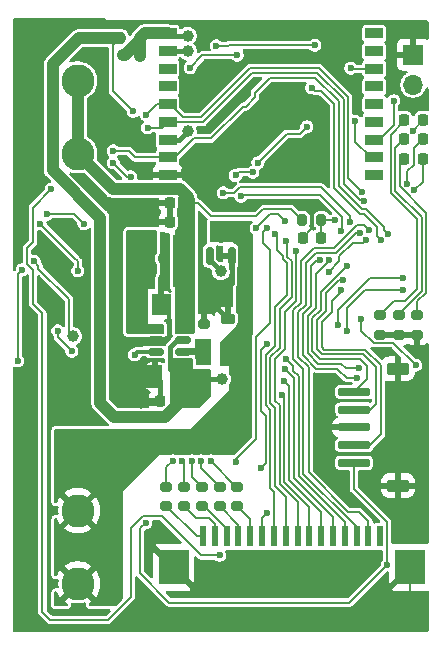
<source format=gbr>
%TF.GenerationSoftware,KiCad,Pcbnew,9.0.0-1.fc40*%
%TF.CreationDate,2025-03-21T22:07:14+01:00*%
%TF.ProjectId,airMouse-mcu,6169724d-6f75-4736-952d-6d63752e6b69,v1.0*%
%TF.SameCoordinates,Original*%
%TF.FileFunction,Copper,L1,Top*%
%TF.FilePolarity,Positive*%
%FSLAX46Y46*%
G04 Gerber Fmt 4.6, Leading zero omitted, Abs format (unit mm)*
G04 Created by KiCad (PCBNEW 9.0.0-1.fc40) date 2025-03-21 22:07:14*
%MOMM*%
%LPD*%
G01*
G04 APERTURE LIST*
G04 Aperture macros list*
%AMRoundRect*
0 Rectangle with rounded corners*
0 $1 Rounding radius*
0 $2 $3 $4 $5 $6 $7 $8 $9 X,Y pos of 4 corners*
0 Add a 4 corners polygon primitive as box body*
4,1,4,$2,$3,$4,$5,$6,$7,$8,$9,$2,$3,0*
0 Add four circle primitives for the rounded corners*
1,1,$1+$1,$2,$3*
1,1,$1+$1,$4,$5*
1,1,$1+$1,$6,$7*
1,1,$1+$1,$8,$9*
0 Add four rect primitives between the rounded corners*
20,1,$1+$1,$2,$3,$4,$5,0*
20,1,$1+$1,$4,$5,$6,$7,0*
20,1,$1+$1,$6,$7,$8,$9,0*
20,1,$1+$1,$8,$9,$2,$3,0*%
G04 Aperture macros list end*
%TA.AperFunction,SMDPad,CuDef*%
%ADD10RoundRect,0.218750X-0.218750X-0.256250X0.218750X-0.256250X0.218750X0.256250X-0.218750X0.256250X0*%
%TD*%
%TA.AperFunction,ComponentPad*%
%ADD11C,2.800000*%
%TD*%
%TA.AperFunction,SMDPad,CuDef*%
%ADD12R,1.500000X0.900000*%
%TD*%
%TA.AperFunction,HeatsinkPad*%
%ADD13C,0.600000*%
%TD*%
%TA.AperFunction,HeatsinkPad*%
%ADD14R,2.900000X2.900000*%
%TD*%
%TA.AperFunction,SMDPad,CuDef*%
%ADD15RoundRect,0.250000X0.250000X0.475000X-0.250000X0.475000X-0.250000X-0.475000X0.250000X-0.475000X0*%
%TD*%
%TA.AperFunction,SMDPad,CuDef*%
%ADD16RoundRect,0.200000X-0.200000X-0.275000X0.200000X-0.275000X0.200000X0.275000X-0.200000X0.275000X0*%
%TD*%
%TA.AperFunction,SMDPad,CuDef*%
%ADD17R,1.750000X4.500000*%
%TD*%
%TA.AperFunction,SMDPad,CuDef*%
%ADD18RoundRect,0.225000X0.225000X0.250000X-0.225000X0.250000X-0.225000X-0.250000X0.225000X-0.250000X0*%
%TD*%
%TA.AperFunction,SMDPad,CuDef*%
%ADD19RoundRect,0.200000X-0.275000X0.200000X-0.275000X-0.200000X0.275000X-0.200000X0.275000X0.200000X0*%
%TD*%
%TA.AperFunction,SMDPad,CuDef*%
%ADD20R,0.600000X1.800000*%
%TD*%
%TA.AperFunction,SMDPad,CuDef*%
%ADD21R,2.500000X3.000000*%
%TD*%
%TA.AperFunction,SMDPad,CuDef*%
%ADD22RoundRect,0.150000X0.150000X-0.587500X0.150000X0.587500X-0.150000X0.587500X-0.150000X-0.587500X0*%
%TD*%
%TA.AperFunction,SMDPad,CuDef*%
%ADD23RoundRect,0.225000X0.375000X-0.225000X0.375000X0.225000X-0.375000X0.225000X-0.375000X-0.225000X0*%
%TD*%
%TA.AperFunction,SMDPad,CuDef*%
%ADD24RoundRect,0.200000X0.200000X0.275000X-0.200000X0.275000X-0.200000X-0.275000X0.200000X-0.275000X0*%
%TD*%
%TA.AperFunction,SMDPad,CuDef*%
%ADD25RoundRect,0.150000X-0.512500X-0.150000X0.512500X-0.150000X0.512500X0.150000X-0.512500X0.150000X0*%
%TD*%
%TA.AperFunction,SMDPad,CuDef*%
%ADD26RoundRect,0.200000X0.275000X-0.200000X0.275000X0.200000X-0.275000X0.200000X-0.275000X-0.200000X0*%
%TD*%
%TA.AperFunction,ComponentPad*%
%ADD27R,1.700000X1.700000*%
%TD*%
%TA.AperFunction,ComponentPad*%
%ADD28O,1.700000X1.700000*%
%TD*%
%TA.AperFunction,SMDPad,CuDef*%
%ADD29RoundRect,0.175000X1.175000X-0.175000X1.175000X0.175000X-1.175000X0.175000X-1.175000X-0.175000X0*%
%TD*%
%TA.AperFunction,SMDPad,CuDef*%
%ADD30RoundRect,0.250000X0.700000X-0.300000X0.700000X0.300000X-0.700000X0.300000X-0.700000X-0.300000X0*%
%TD*%
%TA.AperFunction,ViaPad*%
%ADD31C,0.600000*%
%TD*%
%TA.AperFunction,ViaPad*%
%ADD32C,1.000000*%
%TD*%
%TA.AperFunction,Conductor*%
%ADD33C,0.200000*%
%TD*%
%TA.AperFunction,Conductor*%
%ADD34C,1.000000*%
%TD*%
%TA.AperFunction,Conductor*%
%ADD35C,0.400000*%
%TD*%
%TA.AperFunction,Conductor*%
%ADD36C,0.300000*%
%TD*%
G04 APERTURE END LIST*
D10*
%TO.P,D3,2,A*%
%TO.N,/LOW_BAT*%
X167187500Y-88400000D03*
%TO.P,D3,1,K*%
%TO.N,Net-(D3-K)*%
X165612500Y-88400000D03*
%TD*%
%TO.P,D4,2,A*%
%TO.N,/STBY*%
X167187500Y-86750000D03*
%TO.P,D4,1,K*%
%TO.N,Net-(D4-K)*%
X165612500Y-86750000D03*
%TD*%
%TO.P,D2,2,A*%
%TO.N,/CONN*%
X167187500Y-85100000D03*
%TO.P,D2,1,K*%
%TO.N,Net-(D2-K)*%
X165612500Y-85100000D03*
%TD*%
D11*
%TO.P,BT1,2,-*%
%TO.N,/BAT-*%
X138000000Y-124400000D03*
X138000000Y-118200000D03*
%TO.P,BT1,1,+*%
%TO.N,/BAT+*%
X138000000Y-88000000D03*
X138000000Y-81800000D03*
%TD*%
D12*
%TO.P,U5,1,3V3*%
%TO.N,/ESP_3V3*%
X145600000Y-77800000D03*
%TO.P,U5,2,EN*%
%TO.N,/ESP_EN*%
X145600000Y-79300000D03*
%TO.P,U5,3,IO4*%
%TO.N,unconnected-(U5-IO4-Pad3)*%
X145600000Y-80800000D03*
%TO.P,U5,4,IO5*%
%TO.N,unconnected-(U5-IO5-Pad4)*%
X145600000Y-82300000D03*
%TO.P,U5,5,IO6*%
%TO.N,/AT_MCU_TX*%
X145600000Y-83800000D03*
%TO.P,U5,6,IO7*%
%TO.N,/AT_MCU_RX*%
X145600000Y-85300000D03*
%TO.P,U5,7,IO8*%
%TO.N,Net-(U5-IO8)*%
X145600000Y-86800000D03*
%TO.P,U5,8,IO9*%
%TO.N,/ESP_BOOT*%
X145600000Y-88300000D03*
%TO.P,U5,9,GND*%
%TO.N,GND*%
X145600000Y-89800000D03*
%TO.P,U5,10,IO10*%
%TO.N,unconnected-(U5-IO10-Pad10)*%
X163100000Y-89800000D03*
%TO.P,U5,11,IO20/RXD*%
%TO.N,/PRG_ESP_RX*%
X163100000Y-88300000D03*
%TO.P,U5,12,IO21/TXD*%
%TO.N,/PRG_ESP_TX*%
X163100000Y-86800000D03*
%TO.P,U5,13,IO18*%
%TO.N,unconnected-(U5-IO18-Pad13)*%
X163100000Y-85300000D03*
%TO.P,U5,14,IO19*%
%TO.N,unconnected-(U5-IO19-Pad14)*%
X163100000Y-83800000D03*
%TO.P,U5,15,IO3*%
%TO.N,unconnected-(U5-IO3-Pad15)*%
X163100000Y-82300000D03*
%TO.P,U5,16,IO2*%
%TO.N,Net-(U5-IO2)*%
X163100000Y-80800000D03*
%TO.P,U5,17,IO1*%
%TO.N,unconnected-(U5-IO1-Pad17)*%
X163100000Y-79300000D03*
%TO.P,U5,18,IO0*%
%TO.N,unconnected-(U5-IO0-Pad18)*%
X163100000Y-77800000D03*
D13*
%TO.P,U5,19,GND*%
%TO.N,GND*%
X154210000Y-83450000D03*
X154210000Y-84550000D03*
X154760000Y-82900000D03*
X154760000Y-84000000D03*
X154760000Y-85100000D03*
X155310000Y-83450000D03*
D14*
X155310000Y-84000000D03*
D13*
X155310000Y-84550000D03*
X155860000Y-82900000D03*
X155860000Y-84000000D03*
X155860000Y-85100000D03*
X156410000Y-83450000D03*
X156410000Y-84550000D03*
%TD*%
D15*
%TO.P,C7,1*%
%TO.N,+3V3*%
X146462500Y-106850000D03*
%TO.P,C7,2*%
%TO.N,GND*%
X144562500Y-106850000D03*
%TD*%
D16*
%TO.P,R55,1*%
%TO.N,+3V3*%
X141600000Y-78200000D03*
%TO.P,R55,2*%
%TO.N,/ESP_3V3*%
X143250000Y-78200000D03*
%TD*%
D17*
%TO.P,L1,1,1*%
%TO.N,/BAT+*%
X146937500Y-97050000D03*
%TO.P,L1,2,2*%
%TO.N,/SW*%
X143687500Y-97050000D03*
%TD*%
D18*
%TO.P,C1,1*%
%TO.N,/BAT+*%
X147362500Y-92150000D03*
%TO.P,C1,2*%
%TO.N,GND*%
X145812500Y-92150000D03*
%TD*%
D19*
%TO.P,R15,1*%
%TO.N,Net-(D3-K)*%
X166750000Y-101675000D03*
%TO.P,R15,2*%
%TO.N,GND*%
X166750000Y-103325000D03*
%TD*%
D18*
%TO.P,C3,1*%
%TO.N,/BAT+*%
X147362500Y-93750000D03*
%TO.P,C3,2*%
%TO.N,GND*%
X145812500Y-93750000D03*
%TD*%
%TO.P,C13,1*%
%TO.N,/ADC*%
X158575000Y-95100000D03*
%TO.P,C13,2*%
%TO.N,GND*%
X157025000Y-95100000D03*
%TD*%
D20*
%TO.P,J4,1,Pin_1*%
%TO.N,/Keyboard/ROW5*%
X148600000Y-120400000D03*
%TO.P,J4,2,Pin_2*%
%TO.N,/Keyboard/ROW4*%
X149600000Y-120400000D03*
%TO.P,J4,3,Pin_3*%
%TO.N,/Keyboard/ROW3*%
X150600000Y-120400000D03*
%TO.P,J4,4,Pin_4*%
%TO.N,/Keyboard/ROW2*%
X151600000Y-120400000D03*
%TO.P,J4,5,Pin_5*%
%TO.N,/Keyboard/ROW1*%
X152600000Y-120400000D03*
%TO.P,J4,6,Pin_6*%
%TO.N,/COL10*%
X153600000Y-120400000D03*
%TO.P,J4,7,Pin_7*%
%TO.N,/COL9*%
X154600000Y-120400000D03*
%TO.P,J4,8,Pin_8*%
%TO.N,/COL8*%
X155600000Y-120400000D03*
%TO.P,J4,9,Pin_9*%
%TO.N,/COL7*%
X156600000Y-120400000D03*
%TO.P,J4,10,Pin_10*%
%TO.N,/COL6*%
X157600000Y-120400000D03*
%TO.P,J4,11,Pin_11*%
%TO.N,/COL5*%
X158600000Y-120400000D03*
%TO.P,J4,12,Pin_12*%
%TO.N,/COL4*%
X159600000Y-120400000D03*
%TO.P,J4,13,Pin_13*%
%TO.N,/COL3*%
X160600000Y-120400000D03*
%TO.P,J4,14,Pin_14*%
%TO.N,/COL2*%
X161600000Y-120400000D03*
%TO.P,J4,15,Pin_15*%
%TO.N,/COL1*%
X162600000Y-120400000D03*
%TO.P,J4,16,Pin_16*%
%TO.N,unconnected-(J4-Pin_16-Pad16)*%
X163600000Y-120400000D03*
D21*
%TO.P,J4,MP,MountPin*%
%TO.N,GND*%
X146100000Y-123000000D03*
X166100000Y-123000000D03*
%TD*%
D19*
%TO.P,R22,1*%
%TO.N,/Keyboard/KEY_ROW3*%
X148500000Y-116175000D03*
%TO.P,R22,2*%
%TO.N,/Keyboard/ROW3*%
X148500000Y-117825000D03*
%TD*%
D22*
%TO.P,Q1,1,G*%
%TO.N,+3V3*%
X149162500Y-96650000D03*
%TO.P,Q1,2,S*%
%TO.N,GND*%
X151062500Y-96650000D03*
%TO.P,Q1,3,D*%
%TO.N,/BAT-*%
X150112500Y-94775000D03*
%TD*%
D19*
%TO.P,R16,1*%
%TO.N,Net-(D4-K)*%
X165150000Y-101675000D03*
%TO.P,R16,2*%
%TO.N,GND*%
X165150000Y-103325000D03*
%TD*%
%TO.P,R14,1*%
%TO.N,Net-(D2-K)*%
X163550000Y-101675000D03*
%TO.P,R14,2*%
%TO.N,GND*%
X163550000Y-103325000D03*
%TD*%
D23*
%TO.P,D1,1,K*%
%TO.N,/BAT-*%
X150712500Y-105250000D03*
%TO.P,D1,2,A*%
%TO.N,GND*%
X150712500Y-101950000D03*
%TD*%
D24*
%TO.P,R10,1*%
%TO.N,/ADC*%
X158625000Y-93600000D03*
%TO.P,R10,2*%
%TO.N,/BAT+*%
X156975000Y-93600000D03*
%TD*%
D25*
%TO.P,U2,1,SW*%
%TO.N,/SW*%
X144612500Y-102850000D03*
%TO.P,U2,2,GND*%
%TO.N,GND*%
X144612500Y-103800000D03*
%TO.P,U2,3,EN*%
%TO.N,/BAT+*%
X144612500Y-104750000D03*
%TO.P,U2,4,V_{FB}*%
%TO.N,/FB*%
X146887500Y-104750000D03*
%TO.P,U2,5,V_{OUT}*%
%TO.N,+3V3*%
X146887500Y-103800000D03*
%TO.P,U2,6,V_{IN}*%
%TO.N,/BAT+*%
X146887500Y-102850000D03*
%TD*%
D19*
%TO.P,R21,1*%
%TO.N,/Keyboard/KEY_ROW2*%
X150000000Y-116175000D03*
%TO.P,R21,2*%
%TO.N,/Keyboard/ROW2*%
X150000000Y-117825000D03*
%TD*%
%TO.P,R23,1*%
%TO.N,/Keyboard/KEY_ROW4*%
X147000000Y-116175000D03*
%TO.P,R23,2*%
%TO.N,/Keyboard/ROW4*%
X147000000Y-117825000D03*
%TD*%
D26*
%TO.P,R5,1*%
%TO.N,+3V3*%
X148712500Y-107075000D03*
%TO.P,R5,2*%
%TO.N,/FB*%
X148712500Y-105425000D03*
%TD*%
%TO.P,R6,1*%
%TO.N,/FB*%
X148712500Y-104075000D03*
%TO.P,R6,2*%
%TO.N,GND*%
X148712500Y-102425000D03*
%TD*%
D27*
%TO.P,LD1,1,K*%
%TO.N,GND*%
X166400000Y-79600000D03*
D28*
%TO.P,LD1,2,A*%
%TO.N,Net-(LD1-A)*%
X166400000Y-82140000D03*
%TD*%
D19*
%TO.P,R20,1*%
%TO.N,/Keyboard/KEY_ROW1*%
X151500000Y-116175000D03*
%TO.P,R20,2*%
%TO.N,/Keyboard/ROW1*%
X151500000Y-117825000D03*
%TD*%
D15*
%TO.P,C2,1*%
%TO.N,/BAT+*%
X146900000Y-100800000D03*
%TO.P,C2,2*%
%TO.N,GND*%
X145000000Y-100800000D03*
%TD*%
D29*
%TO.P,J1,1,Pin_1*%
%TO.N,+3V3*%
X161400000Y-114150000D03*
%TO.P,J1,2,Pin_2*%
%TO.N,/SWDCLK*%
X161400000Y-112650000D03*
%TO.P,J1,3,Pin_3*%
%TO.N,GND*%
X161400000Y-111150000D03*
%TO.P,J1,4,Pin_4*%
%TO.N,/SWDIO*%
X161400000Y-109650000D03*
%TO.P,J1,5,Pin_5*%
%TO.N,/RST*%
X161400000Y-108150000D03*
D30*
%TO.P,J1,MP,MountPin*%
%TO.N,GND*%
X165100000Y-116100000D03*
X165100000Y-106200000D03*
%TD*%
D19*
%TO.P,R24,1*%
%TO.N,/Keyboard/KEY_ROW5*%
X145500000Y-116175000D03*
%TO.P,R24,2*%
%TO.N,/Keyboard/ROW5*%
X145500000Y-117825000D03*
%TD*%
D18*
%TO.P,C6,1*%
%TO.N,+3V3*%
X146487500Y-108950000D03*
%TO.P,C6,2*%
%TO.N,GND*%
X144937500Y-108950000D03*
%TD*%
D31*
%TO.N,GND*%
X135700000Y-124400000D03*
X139700000Y-126800000D03*
X138900000Y-126800000D03*
X138100000Y-126800000D03*
X149200000Y-98800000D03*
X149200000Y-99500000D03*
X148500000Y-99500000D03*
X147000000Y-88800000D03*
X147000000Y-89500000D03*
X147300000Y-90100000D03*
X147900000Y-90500000D03*
X151000000Y-92600000D03*
X144000000Y-89750000D03*
X143250000Y-89000000D03*
X144000000Y-89000000D03*
X143250000Y-124750000D03*
X147750000Y-124750000D03*
X133500000Y-78000000D03*
X134250000Y-78000000D03*
X134250000Y-77250000D03*
X133500000Y-77250000D03*
X158750000Y-78000000D03*
X158250000Y-89750000D03*
X159000000Y-89750000D03*
X151500000Y-124250000D03*
X152250000Y-124250000D03*
X153000000Y-124250000D03*
X153750000Y-124250000D03*
X153750000Y-123500000D03*
X153000000Y-123500000D03*
X152250000Y-123500000D03*
X151500000Y-123500000D03*
X136250000Y-106750000D03*
X136250000Y-109750000D03*
X136250000Y-109000000D03*
X136250000Y-108250000D03*
X136250000Y-107500000D03*
%TO.N,/SENSOR_3V3*%
X133300000Y-97800000D03*
X132917613Y-105517613D03*
%TO.N,GND*%
X133900000Y-105500000D03*
%TO.N,/AT_MCU_RX*%
X143900000Y-85800000D03*
%TO.N,/AT_MCU_TX*%
X143800000Y-84700000D03*
%TO.N,GND*%
X160000000Y-126800000D03*
X165800000Y-126000000D03*
%TO.N,+3V3*%
X164201000Y-122799000D03*
%TO.N,GND*%
X158800000Y-114900000D03*
X158800000Y-114200000D03*
X158800000Y-113500000D03*
X158800000Y-112800000D03*
X158800000Y-112100000D03*
X165700000Y-109800000D03*
X165700000Y-110500000D03*
X165700000Y-111200000D03*
X165700000Y-111900000D03*
X165000000Y-111900000D03*
X165000000Y-111200000D03*
X165000000Y-110500000D03*
X165000000Y-109800000D03*
X150250000Y-92600000D03*
X149500000Y-92600000D03*
X148500000Y-98750000D03*
X148500000Y-98000000D03*
X148500000Y-94500000D03*
X148500000Y-93750000D03*
X159500000Y-78000000D03*
X160500000Y-78000000D03*
X161500000Y-79500000D03*
X161500000Y-78750000D03*
X161500000Y-78000000D03*
X157500000Y-83750000D03*
X158500000Y-86000000D03*
X158500000Y-85250000D03*
X161750000Y-84000000D03*
X161750000Y-83250000D03*
X148500000Y-86000000D03*
X150225735Y-82225735D03*
X150231671Y-80786657D03*
X164500000Y-79500000D03*
X164500000Y-78750000D03*
X164500000Y-78000000D03*
X158250000Y-84500000D03*
X158250000Y-83750000D03*
X133000000Y-109250000D03*
X133000000Y-108500000D03*
X133000000Y-107750000D03*
X133000000Y-107000000D03*
X133750000Y-109250000D03*
X133750000Y-108500000D03*
X133750000Y-107750000D03*
X133750000Y-107000000D03*
X138750000Y-104500000D03*
X138211906Y-101000000D03*
%TO.N,/mouse/MOUSE_HOME*%
X141000000Y-88750000D03*
X142500000Y-89951000D03*
X135750000Y-91000000D03*
%TO.N,/SENSOR_3V3*%
X134300735Y-97100735D03*
%TO.N,/mouse/MOUSE_HOME*%
X150000000Y-122000000D03*
%TO.N,/PRG_ESP_RX*%
X160750000Y-103000000D03*
%TO.N,/PRG_ESP_TX*%
X160000000Y-102500000D03*
%TO.N,/PRG_ESP_RX*%
X165516085Y-99500000D03*
%TO.N,/PRG_ESP_TX*%
X165516085Y-98500000D03*
%TO.N,/PRG_ESP_RX*%
X161502000Y-85250000D03*
%TO.N,/GYRO_INT*%
X151500000Y-79650000D03*
%TO.N,/PRG_ESP_TX*%
X164750000Y-83500000D03*
%TO.N,/SWDCLK*%
X160282701Y-99532701D03*
%TO.N,/SWDIO*%
X160424265Y-98674265D03*
%TO.N,/RST*%
X160750000Y-97500000D03*
%TO.N,/CONN*%
X166391476Y-86039422D03*
%TO.N,/LOW_BAT*%
X166499000Y-91105005D03*
%TO.N,/STBY*%
X165900000Y-90526472D03*
%TO.N,/ADC*%
X159800000Y-93600000D03*
%TO.N,/SCL*%
X161001000Y-93750000D03*
%TO.N,/SDA*%
X160250000Y-94500000D03*
X151800000Y-91602820D03*
%TO.N,/COL10*%
X162422767Y-95257137D03*
X159224736Y-97974736D03*
%TO.N,GND*%
X157799265Y-92200735D03*
%TO.N,/mouse/MOUSE_FWD*%
X158500000Y-97000999D03*
X161625551Y-106948817D03*
%TO.N,/mouse/MOUSE_BACK*%
X161825735Y-106174265D03*
X159300002Y-97001000D03*
%TO.N,+3V3*%
X143750000Y-119250000D03*
%TO.N,/Keyboard/KEY_ROW5*%
X146049988Y-114000000D03*
%TO.N,/Keyboard/KEY_ROW4*%
X146849991Y-114000000D03*
%TO.N,/Keyboard/KEY_ROW3*%
X147649994Y-114000000D03*
%TO.N,/Keyboard/KEY_ROW2*%
X148449997Y-114000000D03*
%TO.N,/Keyboard/KEY_ROW1*%
X149250000Y-114000000D03*
%TO.N,GND*%
X141750000Y-93750000D03*
X142500000Y-93750000D03*
X143250000Y-93750000D03*
X144000000Y-93750000D03*
X144000000Y-93000000D03*
X143250000Y-93000000D03*
X142500000Y-93000000D03*
X141750000Y-93000000D03*
X140250000Y-85500000D03*
X140250000Y-84750000D03*
X140250000Y-84000000D03*
X152299265Y-83049265D03*
X148300000Y-87300000D03*
%TO.N,/GYRO_INT*%
X138000000Y-97900000D03*
%TO.N,+3V3*%
X137500000Y-104700000D03*
X139900000Y-106700000D03*
D32*
%TO.N,/SENSOR_3V3*%
X137605113Y-103450000D03*
D31*
%TO.N,+3V3*%
X136300000Y-103000000D03*
%TO.N,/GYRO_INT*%
X147500000Y-80700000D03*
X134800000Y-93900000D03*
%TO.N,/MCU_3V3*%
X138500000Y-93900000D03*
X135400000Y-93100000D03*
%TO.N,/mouse/MOUSE_DPI*%
X153991685Y-104091685D03*
X153100000Y-94300000D03*
X153492000Y-114600000D03*
X155553304Y-93704774D03*
%TO.N,/mouse/MOUSE_RB*%
X166598000Y-105900000D03*
X162000000Y-101976545D03*
%TO.N,/COL1*%
X161857079Y-94691450D03*
%TO.N,/COL2*%
X162646351Y-94477052D03*
%TO.N,/COL3*%
X155649000Y-105340186D03*
%TO.N,/COL4*%
X155526686Y-106230057D03*
%TO.N,/COL5*%
X155494000Y-107253947D03*
%TO.N,/COL6*%
X155295000Y-108449000D03*
%TO.N,/mouse/MOUSE_DN*%
X151376235Y-114126235D03*
%TO.N,/COL10*%
X154000000Y-118400000D03*
%TO.N,/COL7*%
X156500000Y-96250000D03*
%TO.N,/COL8*%
X155650756Y-95349236D03*
%TO.N,/COL9*%
X154661066Y-94750547D03*
%TO.N,/mouse/MOUSE_DN*%
X154000000Y-94300000D03*
%TO.N,/SCL*%
X150315223Y-91297138D03*
%TO.N,/ESP_EN*%
X157800000Y-82400000D03*
X163684313Y-95315687D03*
%TO.N,+3V3*%
X142700000Y-84400000D03*
%TO.N,/AT_MCU_TX*%
X162070406Y-91220983D03*
%TO.N,/AT_MCU_RX*%
X162249265Y-92000735D03*
%TO.N,/ESP_BOOT*%
X164250000Y-94750000D03*
X141008607Y-87741393D03*
%TO.N,/MCU_3V3*%
X157400000Y-85700000D03*
X153250000Y-88750000D03*
%TO.N,Net-(U5-IO2)*%
X161100000Y-80750000D03*
%TO.N,/ESP_3V3*%
X149733547Y-78866988D03*
X158050000Y-78800000D03*
%TO.N,+3V3*%
X145408697Y-110269599D03*
D32*
%TO.N,Net-(U5-IO8)*%
X147300000Y-86100000D03*
%TO.N,/ESP_EN*%
X147300000Y-79300000D03*
%TO.N,/ESP_3V3*%
X147300000Y-78000000D03*
X143300000Y-79700000D03*
X141800000Y-79600000D03*
D31*
%TO.N,/BAT+*%
X146900000Y-102100000D03*
X142800000Y-105000000D03*
D32*
%TO.N,GND*%
X141937500Y-108650000D03*
X145262502Y-96850000D03*
%TO.N,+3V3*%
X150212500Y-107050000D03*
X150112500Y-97950000D03*
D31*
%TO.N,Net-(U3-VREF+)*%
X151352118Y-89831788D03*
X152825000Y-89549000D03*
D32*
%TO.N,GND*%
X145312500Y-98550000D03*
X149112500Y-100850000D03*
D31*
X153000000Y-84800000D03*
X153800000Y-86400000D03*
D32*
X143337500Y-109068599D03*
%TD*%
D33*
%TO.N,/mouse/MOUSE_DPI*%
X153492000Y-114600000D02*
X153500000Y-114600000D01*
X153500000Y-114600000D02*
X153891000Y-114209000D01*
X153891000Y-114209000D02*
X153891000Y-110200000D01*
X153891000Y-110200000D02*
X153491000Y-109800000D01*
X153491000Y-104592370D02*
X153991685Y-104091685D01*
X153491000Y-109800000D02*
X153491000Y-104592370D01*
%TO.N,/COL9*%
X154875735Y-96169164D02*
X154875735Y-94965216D01*
X155698000Y-99984900D02*
X155698000Y-97265100D01*
X155349000Y-96642429D02*
X154875735Y-96169164D01*
X155349000Y-96916100D02*
X155349000Y-96642429D01*
X154698000Y-100984900D02*
X155698000Y-99984900D01*
X154698000Y-104233900D02*
X154698000Y-100984900D01*
X154292000Y-109666100D02*
X153892000Y-109266100D01*
X153892000Y-105039900D02*
X154698000Y-104233900D01*
X155698000Y-97265100D02*
X155349000Y-96916100D01*
X153892000Y-109266100D02*
X153892000Y-105039900D01*
X154292000Y-116291000D02*
X154292000Y-109666100D01*
X154600000Y-120400000D02*
X154600000Y-116599000D01*
X154600000Y-116599000D02*
X154292000Y-116291000D01*
X154875735Y-94965216D02*
X154661066Y-94750547D01*
%TO.N,/COL8*%
X155600000Y-120400000D02*
X155600000Y-117031900D01*
X156099000Y-100151000D02*
X156099000Y-97099000D01*
X155600000Y-117031900D02*
X154693000Y-116124900D01*
X154293000Y-105206000D02*
X155099000Y-104400000D01*
X154693000Y-116124900D02*
X154693000Y-109500000D01*
X154693000Y-109500000D02*
X154293000Y-109100000D01*
X155099000Y-101151000D02*
X156099000Y-100151000D01*
X154293000Y-109100000D02*
X154293000Y-105206000D01*
X155099000Y-104400000D02*
X155099000Y-101151000D01*
X156099000Y-97099000D02*
X155750000Y-96750000D01*
X155750000Y-96750000D02*
X155750000Y-95448480D01*
X155750000Y-95448480D02*
X155650756Y-95349236D01*
%TO.N,/COL7*%
X156600000Y-120400000D02*
X156600000Y-117464800D01*
X156600000Y-117464800D02*
X155094000Y-115958800D01*
X155094000Y-115958800D02*
X155094000Y-109300000D01*
X154694000Y-108900000D02*
X154694000Y-105372100D01*
X154694000Y-105372100D02*
X155500000Y-104566100D01*
X155094000Y-109300000D02*
X154694000Y-108900000D01*
X155500000Y-104566100D02*
X155500000Y-101432900D01*
X155500000Y-101432900D02*
X156500000Y-100432900D01*
X156500000Y-100432900D02*
X156500000Y-96250000D01*
%TO.N,/COL6*%
X157600000Y-120400000D02*
X157600000Y-117897700D01*
X157600000Y-117897700D02*
X155495000Y-115792700D01*
X155495000Y-115792700D02*
X155495000Y-108649000D01*
X155495000Y-108649000D02*
X155295000Y-108449000D01*
%TO.N,/mouse/MOUSE_DN*%
X151376235Y-114126235D02*
X151376235Y-113872295D01*
X151376235Y-113872295D02*
X153090000Y-112158530D01*
X153090000Y-112158530D02*
X153090000Y-103510000D01*
X153090000Y-103510000D02*
X154250000Y-102350000D01*
X153693000Y-94607000D02*
X154000000Y-94300000D01*
X154250000Y-102350000D02*
X154250000Y-96110528D01*
X154250000Y-96110528D02*
X153693000Y-95553529D01*
X153693000Y-95553529D02*
X153693000Y-94607000D01*
D34*
%TO.N,/ESP_3V3*%
X143250000Y-78200000D02*
X143650000Y-77800000D01*
X143650000Y-77800000D02*
X145600000Y-77800000D01*
D33*
%TO.N,/mouse/MOUSE_HOME*%
X142500000Y-125500000D02*
X142500000Y-119650057D01*
X135000000Y-101500000D02*
X135000000Y-126800000D01*
X135650000Y-127450000D02*
X140550000Y-127450000D01*
X134200000Y-97849943D02*
X134200000Y-100700000D01*
X135000000Y-126800000D02*
X135650000Y-127450000D01*
X133699735Y-97349678D02*
X134200000Y-97849943D01*
X134200000Y-100700000D02*
X135000000Y-101500000D01*
X133699735Y-96000265D02*
X133699735Y-97349678D01*
X140550000Y-127450000D02*
X142500000Y-125500000D01*
X142500000Y-119650057D02*
X143501057Y-118649000D01*
X134200000Y-95500000D02*
X133699735Y-96000265D01*
X148452000Y-122000000D02*
X150000000Y-122000000D01*
X134200000Y-92550000D02*
X134200000Y-95500000D01*
X135750000Y-91000000D02*
X134200000Y-92550000D01*
X143501057Y-118649000D02*
X145101000Y-118649000D01*
X145101000Y-118649000D02*
X148452000Y-122000000D01*
D34*
%TO.N,/BAT+*%
X138000000Y-88000000D02*
X140951000Y-90951000D01*
X140951000Y-90951000D02*
X141751000Y-90951000D01*
X138000000Y-88000000D02*
X138000000Y-81800000D01*
%TO.N,+3V3*%
X139900000Y-106700000D02*
X139900000Y-93400000D01*
X139900000Y-93400000D02*
X135899000Y-89399000D01*
X135899000Y-89399000D02*
X135899000Y-80401000D01*
X135899000Y-80401000D02*
X138100000Y-78200000D01*
X138100000Y-78200000D02*
X141600000Y-78200000D01*
D33*
%TO.N,/SDA*%
X160401000Y-94349000D02*
X160250000Y-94500000D01*
X160401000Y-93351057D02*
X160401000Y-94349000D01*
X158499944Y-91450000D02*
X160401000Y-93351057D01*
X152150000Y-91450000D02*
X158499944Y-91450000D01*
X151997180Y-91602820D02*
X152150000Y-91450000D01*
X151800000Y-91602820D02*
X151997180Y-91602820D01*
%TO.N,/mouse/MOUSE_HOME*%
X141000000Y-88750000D02*
X142201000Y-89951000D01*
X142201000Y-89951000D02*
X142500000Y-89951000D01*
%TO.N,/ESP_BOOT*%
X141008607Y-87741393D02*
X142291393Y-87741393D01*
X142850000Y-88300000D02*
X145600000Y-88300000D01*
X142291393Y-87741393D02*
X142850000Y-88300000D01*
%TO.N,/SENSOR_3V3*%
X133300000Y-97800000D02*
X132917613Y-98182387D01*
X132917613Y-98182387D02*
X132917613Y-105517613D01*
X134300735Y-97100735D02*
X134665339Y-97465339D01*
X134665339Y-97465339D02*
X134665339Y-97710227D01*
X134665339Y-97710227D02*
X137250000Y-100294888D01*
X137250000Y-100294888D02*
X137250000Y-103094887D01*
X137250000Y-103094887D02*
X137605113Y-103450000D01*
%TO.N,/STBY*%
X165900000Y-89475000D02*
X166449000Y-88926000D01*
X165900000Y-90526472D02*
X165900000Y-89475000D01*
X166449000Y-88926000D02*
X166449000Y-87488500D01*
X166449000Y-87488500D02*
X167187500Y-86750000D01*
%TO.N,/LOW_BAT*%
X166499000Y-91105005D02*
X167187500Y-90416505D01*
X167187500Y-90416505D02*
X167187500Y-88250000D01*
%TO.N,/AT_MCU_RX*%
X143900000Y-85800000D02*
X145100000Y-85800000D01*
X145100000Y-85800000D02*
X145600000Y-85300000D01*
%TO.N,/AT_MCU_TX*%
X143800000Y-84700000D02*
X144700000Y-83800000D01*
X144700000Y-83800000D02*
X145600000Y-83800000D01*
%TO.N,GND*%
X166100000Y-125700000D02*
X165800000Y-126000000D01*
X166100000Y-123000000D02*
X166100000Y-125700000D01*
%TO.N,Net-(U3-VREF+)*%
X152825000Y-89549000D02*
X151634906Y-89549000D01*
X151634906Y-89549000D02*
X151352118Y-89831788D01*
%TO.N,/BAT+*%
X156975000Y-93600000D02*
X156073000Y-92698000D01*
X156073000Y-92698000D02*
X153702000Y-92698000D01*
X149300000Y-93300000D02*
X148150000Y-92150000D01*
X153702000Y-92698000D02*
X153100000Y-93300000D01*
X153100000Y-93300000D02*
X149300000Y-93300000D01*
X148150000Y-92150000D02*
X147362500Y-92150000D01*
%TO.N,/SCL*%
X150315223Y-91297138D02*
X151257155Y-91297138D01*
X151257155Y-91297138D02*
X151705293Y-90849000D01*
X161001000Y-93251000D02*
X161001000Y-93750000D01*
X151705293Y-90849000D02*
X158599000Y-90849000D01*
X158599000Y-90849000D02*
X161001000Y-93251000D01*
%TO.N,/ESP_BOOT*%
X160100000Y-83550000D02*
X160100000Y-90700000D01*
X158100000Y-81550000D02*
X160100000Y-83550000D01*
X154258000Y-81550000D02*
X158100000Y-81550000D01*
X147250000Y-87250000D02*
X147282786Y-87250000D01*
X152974236Y-82833764D02*
X154258000Y-81550000D01*
X152974236Y-83224236D02*
X152974236Y-82833764D01*
X147282786Y-87250000D02*
X147833786Y-86699000D01*
X149301000Y-86699000D02*
X152000000Y-84000000D01*
X147833786Y-86699000D02*
X149301000Y-86699000D01*
X152000000Y-84000000D02*
X152198473Y-84000000D01*
X152198473Y-84000000D02*
X152974236Y-83224236D01*
X145600000Y-88300000D02*
X146200000Y-88300000D01*
X146200000Y-88300000D02*
X147250000Y-87250000D01*
X160100000Y-90700000D02*
X162075000Y-92675000D01*
X162075000Y-92675000D02*
X162500000Y-92675000D01*
X162500000Y-92675000D02*
X162500000Y-92750000D01*
X162500000Y-92750000D02*
X163963232Y-94213232D01*
X163963232Y-94213232D02*
X163963232Y-94463232D01*
X163963232Y-94463232D02*
X164250000Y-94750000D01*
%TO.N,/AT_MCU_TX*%
X145600000Y-83800000D02*
X145800000Y-83800000D01*
X145800000Y-83800000D02*
X146899000Y-84899000D01*
X158432200Y-80748000D02*
X160902000Y-83217800D01*
X146899000Y-84899000D02*
X148401000Y-84899000D01*
X148401000Y-84899000D02*
X152552000Y-80748000D01*
X152552000Y-80748000D02*
X158432200Y-80748000D01*
X160902000Y-90086370D02*
X162036613Y-91220983D01*
X160902000Y-83217800D02*
X160902000Y-90086370D01*
X162036613Y-91220983D02*
X162070406Y-91220983D01*
%TO.N,GND*%
X138750000Y-101538094D02*
X138750000Y-104500000D01*
X138211906Y-101000000D02*
X138750000Y-101538094D01*
%TO.N,/PRG_ESP_RX*%
X160750000Y-103000000D02*
X160750000Y-101067100D01*
X160750000Y-101067100D02*
X162317100Y-99500000D01*
X162317100Y-99500000D02*
X165516085Y-99500000D01*
%TO.N,/PRG_ESP_TX*%
X165516085Y-98500000D02*
X162750000Y-98500000D01*
X162750000Y-98500000D02*
X160000000Y-101250000D01*
X160000000Y-101250000D02*
X160000000Y-102500000D01*
%TO.N,/COL5*%
X155494000Y-107253947D02*
X155896000Y-107655947D01*
X155896000Y-107655947D02*
X155896000Y-115626600D01*
X155896000Y-115626600D02*
X158600000Y-118330600D01*
X158600000Y-118330600D02*
X158600000Y-120400000D01*
%TO.N,/COL4*%
X159600000Y-120400000D02*
X159600000Y-118763500D01*
X159600000Y-118763500D02*
X156297000Y-115460500D01*
X156297000Y-115460500D02*
X156297000Y-107000371D01*
X156297000Y-107000371D02*
X155526686Y-106230057D01*
%TO.N,/COL3*%
X160600000Y-120400000D02*
X160600000Y-119196400D01*
X156698000Y-106803686D02*
X156250000Y-106355686D01*
X156250000Y-106355686D02*
X156250000Y-105941186D01*
X160600000Y-119196400D02*
X156698000Y-115294400D01*
X156698000Y-115294400D02*
X156698000Y-106803686D01*
X156250000Y-105941186D02*
X155649000Y-105340186D01*
%TO.N,/COL2*%
X159700000Y-96000000D02*
X161659649Y-94040351D01*
X158000000Y-96000000D02*
X159700000Y-96000000D01*
X157099000Y-106223086D02*
X156250000Y-105374086D01*
X161659649Y-94040351D02*
X162209649Y-94040351D01*
X156901000Y-97099000D02*
X158000000Y-96000000D01*
X156901000Y-100599000D02*
X156901000Y-97099000D01*
X156250000Y-105374086D02*
X156250000Y-101250000D01*
X161199000Y-119199000D02*
X157099000Y-115099000D01*
X156250000Y-101250000D02*
X156901000Y-100599000D01*
X161201000Y-119199000D02*
X161199000Y-119199000D01*
X161201000Y-119201000D02*
X161201000Y-119199000D01*
X157099000Y-115099000D02*
X157099000Y-106223086D01*
X161600000Y-119600000D02*
X161201000Y-119201000D01*
X161600000Y-120400000D02*
X161600000Y-119600000D01*
X162209649Y-94040351D02*
X162646351Y-94477052D01*
%TO.N,/COL1*%
X159866100Y-96401000D02*
X161667100Y-94600000D01*
X158166100Y-96401000D02*
X159866100Y-96401000D01*
X157302000Y-100765100D02*
X157302000Y-97265100D01*
X156651000Y-101416100D02*
X157302000Y-100765100D01*
X157533550Y-106090536D02*
X156651000Y-105207986D01*
X161667100Y-94600000D02*
X161765629Y-94600000D01*
X157533550Y-114966450D02*
X157533550Y-106090536D01*
X160883550Y-118316450D02*
X157533550Y-114966450D01*
X162600000Y-120400000D02*
X162600000Y-119100000D01*
X156651000Y-105207986D02*
X156651000Y-101416100D01*
X162600000Y-119100000D02*
X161816450Y-118316450D01*
X161816450Y-118316450D02*
X160883550Y-118316450D01*
X157302000Y-97265100D02*
X158166100Y-96401000D01*
X161765629Y-94600000D02*
X161857079Y-94691450D01*
%TO.N,/mouse/MOUSE_FWD*%
X161625551Y-106948817D02*
X160750000Y-106948817D01*
X158193014Y-106182900D02*
X157052000Y-105041886D01*
X160750000Y-106948817D02*
X159984083Y-106182900D01*
X159984083Y-106182900D02*
X158193014Y-106182900D01*
X158250000Y-97000000D02*
X158250999Y-97000999D01*
X157052000Y-105041886D02*
X157052000Y-101582200D01*
X157052000Y-101582200D02*
X157750000Y-100884200D01*
X157750000Y-100884200D02*
X157750000Y-97500000D01*
X157750000Y-97500000D02*
X158250000Y-97000000D01*
X158250999Y-97000999D02*
X158500000Y-97000999D01*
%TO.N,/mouse/MOUSE_BACK*%
X160674265Y-106174265D02*
X160281900Y-105781900D01*
X161825735Y-106174265D02*
X160674265Y-106174265D01*
X160281900Y-105781900D02*
X158359114Y-105781900D01*
X158151000Y-98199942D02*
X159300002Y-97050940D01*
X158359114Y-105781900D02*
X157453000Y-104875786D01*
X157453000Y-104875786D02*
X157453000Y-101748300D01*
X158151000Y-101050300D02*
X158151000Y-98199942D01*
X157453000Y-101748300D02*
X158151000Y-101050300D01*
X159300002Y-97050940D02*
X159300002Y-97001000D01*
%TO.N,/RST*%
X160750000Y-97500000D02*
X158552000Y-99698000D01*
X158552000Y-99698000D02*
X158552000Y-101216400D01*
X158552000Y-101216400D02*
X157854000Y-101914400D01*
X157854000Y-101914400D02*
X157854000Y-104709686D01*
X160880900Y-105380900D02*
X160875000Y-105375000D01*
X161875000Y-105375000D02*
X162500000Y-106000000D01*
X157854000Y-104709686D02*
X158525214Y-105380900D01*
X158525214Y-105380900D02*
X160880900Y-105380900D01*
X160875000Y-105375000D02*
X161875000Y-105375000D01*
X162500000Y-106000000D02*
X162500000Y-107050000D01*
X162500000Y-107050000D02*
X161400000Y-108150000D01*
%TO.N,/SWDIO*%
X161400000Y-109650000D02*
X162750000Y-109650000D01*
X163250000Y-109150000D02*
X163250000Y-106067100D01*
X162750000Y-109650000D02*
X163250000Y-109150000D01*
X158885300Y-104974000D02*
X158879400Y-104979900D01*
X163250000Y-106067100D02*
X162156900Y-104974000D01*
X162156900Y-104974000D02*
X158885300Y-104974000D01*
X158879400Y-104979900D02*
X158691314Y-104979900D01*
X159000000Y-101335500D02*
X159000000Y-99817100D01*
X158691314Y-104979900D02*
X158255000Y-104543586D01*
X158255000Y-104543586D02*
X158255000Y-102080500D01*
X158255000Y-102080500D02*
X159000000Y-101335500D01*
X159000000Y-99817100D02*
X160142835Y-98674265D01*
X160142835Y-98674265D02*
X160424265Y-98674265D01*
%TO.N,/SWDCLK*%
X161400000Y-112650000D02*
X162750000Y-112650000D01*
X162750000Y-112650000D02*
X163651000Y-111749000D01*
X163651000Y-111749000D02*
X163651000Y-105901000D01*
X163651000Y-105901000D02*
X162323000Y-104573000D01*
X162323000Y-104573000D02*
X158851514Y-104573000D01*
X158851514Y-104573000D02*
X158656000Y-104377486D01*
X158656000Y-104377486D02*
X158656000Y-102246600D01*
X158656000Y-102246600D02*
X159500000Y-101402600D01*
X159500000Y-101402600D02*
X159500000Y-100453757D01*
X159500000Y-100453757D02*
X160282701Y-99671057D01*
X160282701Y-99671057D02*
X160282701Y-99532701D01*
%TO.N,Net-(D2-K)*%
X165612500Y-85250000D02*
X164473000Y-86389500D01*
X164707900Y-91525000D02*
X166698000Y-93515100D01*
X166698000Y-93515100D02*
X166698000Y-99417800D01*
X164473000Y-86389500D02*
X164473000Y-87322400D01*
X164473000Y-90957900D02*
X164473000Y-90973000D01*
X164473000Y-87322400D02*
X164473000Y-87654600D01*
X164473000Y-91290100D02*
X164707900Y-91525000D01*
X164473000Y-87654600D02*
X164473000Y-90957900D01*
X164473000Y-90973000D02*
X164473000Y-91290100D01*
X166698000Y-99417800D02*
X165682900Y-100432900D01*
X165682900Y-100432900D02*
X164792100Y-100432900D01*
X164792100Y-100432900D02*
X163550000Y-101675000D01*
%TO.N,Net-(D4-K)*%
X165612500Y-86750000D02*
X164874000Y-87488500D01*
X164874000Y-87488500D02*
X164874000Y-91124000D01*
X164874000Y-91124000D02*
X167099000Y-93349000D01*
X165150000Y-101532900D02*
X165150000Y-101675000D01*
X167099000Y-93349000D02*
X167099000Y-99583900D01*
X167099000Y-99583900D02*
X165150000Y-101532900D01*
%TO.N,Net-(D3-K)*%
X165612500Y-88250000D02*
X165275000Y-88587500D01*
X165275000Y-88587500D02*
X165275000Y-90750000D01*
X165275000Y-90750000D02*
X167500000Y-92975000D01*
X166750000Y-100500000D02*
X166750000Y-101675000D01*
X167500000Y-92975000D02*
X167500000Y-99750000D01*
X167500000Y-99750000D02*
X166750000Y-100500000D01*
%TO.N,/PRG_ESP_RX*%
X161502000Y-87004000D02*
X161502000Y-85250000D01*
X162798000Y-88300000D02*
X161502000Y-87004000D01*
X163100000Y-88300000D02*
X162798000Y-88300000D01*
%TO.N,/GYRO_INT*%
X148550000Y-79650000D02*
X147500000Y-80700000D01*
X151500000Y-79650000D02*
X148550000Y-79650000D01*
%TO.N,/PRG_ESP_TX*%
X163100000Y-86800000D02*
X163495400Y-86800000D01*
X163495400Y-86800000D02*
X164750000Y-85545400D01*
X164750000Y-85545400D02*
X164750000Y-83500000D01*
%TO.N,/COL10*%
X162422767Y-95257137D02*
X162137804Y-95542100D01*
X162137804Y-95542100D02*
X161292100Y-95542100D01*
X161292100Y-95542100D02*
X160149915Y-96684285D01*
X160149915Y-96684285D02*
X160149915Y-97049557D01*
X160149915Y-97049557D02*
X159224736Y-97974736D01*
%TO.N,/mouse/MOUSE_RB*%
X162000000Y-102964064D02*
X163061936Y-104026000D01*
X162000000Y-101976545D02*
X162000000Y-102964064D01*
X163061936Y-104026000D02*
X164724000Y-104026000D01*
X164724000Y-104026000D02*
X166598000Y-105900000D01*
%TO.N,/CONN*%
X166391476Y-86039422D02*
X167180898Y-85250000D01*
X167180898Y-85250000D02*
X167187500Y-85250000D01*
%TO.N,/ADC*%
X158625000Y-93600000D02*
X159800000Y-93600000D01*
X158575000Y-95100000D02*
X158575000Y-93650000D01*
X158575000Y-93650000D02*
X158625000Y-93600000D01*
%TO.N,/ESP_EN*%
X159699000Y-83799000D02*
X158600000Y-82700000D01*
X162250000Y-93076000D02*
X161908900Y-93076000D01*
X163335797Y-94967171D02*
X163335797Y-94161797D01*
X159699000Y-90866100D02*
X159699000Y-83799000D01*
X158100000Y-82700000D02*
X157800000Y-82400000D01*
X161908900Y-93076000D02*
X159699000Y-90866100D01*
X163335797Y-94161797D02*
X162250000Y-93076000D01*
X158600000Y-82700000D02*
X158100000Y-82700000D01*
X163684313Y-95315687D02*
X163335797Y-94967171D01*
%TO.N,GND*%
X157799265Y-92200735D02*
X157750000Y-92250000D01*
X157750000Y-92250000D02*
X157750000Y-94375000D01*
X157750000Y-94375000D02*
X157025000Y-95100000D01*
%TO.N,/MCU_3V3*%
X153250000Y-88750000D02*
X155700000Y-86300000D01*
X155700000Y-86300000D02*
X156800000Y-86300000D01*
X156800000Y-86300000D02*
X157400000Y-85700000D01*
%TO.N,/mouse/MOUSE_DPI*%
X155553304Y-93704774D02*
X154947530Y-93099000D01*
X154947530Y-93099000D02*
X154301000Y-93099000D01*
X154301000Y-93099000D02*
X153100000Y-94300000D01*
%TO.N,+3V3*%
X145748000Y-126000000D02*
X143277319Y-123529319D01*
X143277319Y-123529319D02*
X143277319Y-120235123D01*
X143277319Y-120235123D02*
X143277319Y-119722681D01*
X149250000Y-126000000D02*
X145748000Y-126000000D01*
X161400000Y-116398000D02*
X164201000Y-119199000D01*
X161400000Y-114150000D02*
X161400000Y-116398000D01*
X164201000Y-119199000D02*
X164201000Y-122799000D01*
X164201000Y-122799000D02*
X161000000Y-126000000D01*
X161000000Y-126000000D02*
X149250000Y-126000000D01*
X143277319Y-119722681D02*
X143750000Y-119250000D01*
%TO.N,/Keyboard/KEY_ROW5*%
X145500000Y-114549988D02*
X146049988Y-114000000D01*
X145500000Y-116175000D02*
X145500000Y-114549988D01*
%TO.N,/Keyboard/KEY_ROW4*%
X147000000Y-114150009D02*
X146849991Y-114000000D01*
X147000000Y-116175000D02*
X147000000Y-114150009D01*
%TO.N,/Keyboard/KEY_ROW3*%
X147649994Y-115324994D02*
X147649994Y-114000000D01*
X148500000Y-116175000D02*
X147649994Y-115324994D01*
%TO.N,/Keyboard/KEY_ROW2*%
X148449997Y-114624997D02*
X148449997Y-114000000D01*
X150000000Y-116175000D02*
X148449997Y-114624997D01*
%TO.N,/Keyboard/KEY_ROW1*%
X151425000Y-116175000D02*
X149250000Y-114000000D01*
X151500000Y-116175000D02*
X151425000Y-116175000D01*
%TO.N,/GYRO_INT*%
X134800000Y-93900000D02*
X137700000Y-96800000D01*
%TO.N,+3V3*%
X136300000Y-103000000D02*
X136300000Y-103500000D01*
D34*
X139900000Y-109100000D02*
X139900000Y-106700000D01*
D33*
%TO.N,/GYRO_INT*%
X138000000Y-97100000D02*
X137700000Y-96800000D01*
%TO.N,+3V3*%
X136300000Y-103500000D02*
X137500000Y-104700000D01*
%TO.N,/GYRO_INT*%
X138000000Y-97900000D02*
X138000000Y-97100000D01*
%TO.N,/MCU_3V3*%
X137700000Y-93100000D02*
X138500000Y-93900000D01*
X135400000Y-93100000D02*
X137700000Y-93100000D01*
%TO.N,/COL10*%
X154000000Y-118400000D02*
X153600000Y-118800000D01*
X153600000Y-118800000D02*
X153600000Y-120400000D01*
D34*
%TO.N,+3V3*%
X145408697Y-110269599D02*
X141069599Y-110269599D01*
X141069599Y-110269599D02*
X139900000Y-109100000D01*
D33*
X140999000Y-82699000D02*
X140999000Y-78801000D01*
X142700000Y-84400000D02*
X140999000Y-82699000D01*
X140999000Y-78801000D02*
X141600000Y-78200000D01*
%TO.N,/ESP_3V3*%
X149733547Y-78866988D02*
X150733012Y-78866988D01*
X150733012Y-78866988D02*
X150800000Y-78800000D01*
X150800000Y-78800000D02*
X158050000Y-78800000D01*
%TO.N,/AT_MCU_RX*%
X160501000Y-90533900D02*
X160501000Y-83383900D01*
X161917100Y-91950000D02*
X160501000Y-90533900D01*
X162249265Y-92000735D02*
X162198530Y-91950000D01*
X162198530Y-91950000D02*
X161917100Y-91950000D01*
X152751000Y-81149000D02*
X148600000Y-85300000D01*
X160501000Y-83383900D02*
X158266100Y-81149000D01*
X158266100Y-81149000D02*
X152751000Y-81149000D01*
X148600000Y-85300000D02*
X145600000Y-85300000D01*
%TO.N,Net-(U5-IO2)*%
X161150000Y-80800000D02*
X161100000Y-80750000D01*
X163100000Y-80800000D02*
X161150000Y-80800000D01*
%TO.N,/Keyboard/ROW4*%
X147000000Y-117825000D02*
X147975000Y-118800000D01*
X149100000Y-118800000D02*
X149600000Y-119300000D01*
X147975000Y-118800000D02*
X149100000Y-118800000D01*
X149600000Y-119300000D02*
X149600000Y-120400000D01*
%TO.N,/Keyboard/ROW1*%
X151500000Y-117825000D02*
X152600000Y-118925000D01*
X152600000Y-118925000D02*
X152600000Y-120400000D01*
%TO.N,/Keyboard/ROW2*%
X150000000Y-117825000D02*
X151600000Y-119425000D01*
X151600000Y-119425000D02*
X151600000Y-120400000D01*
%TO.N,/Keyboard/ROW3*%
X148500000Y-117825000D02*
X148692100Y-117825000D01*
X148692100Y-117825000D02*
X150600000Y-119732900D01*
X150600000Y-119732900D02*
X150600000Y-120400000D01*
%TO.N,/Keyboard/ROW5*%
X148600000Y-120400000D02*
X148075000Y-120400000D01*
X148075000Y-120400000D02*
X145500000Y-117825000D01*
D35*
%TO.N,Net-(U5-IO8)*%
X146600000Y-86800000D02*
X147300000Y-86100000D01*
X145600000Y-86800000D02*
X146600000Y-86800000D01*
%TO.N,/ESP_EN*%
X147300000Y-79300000D02*
X145600000Y-79300000D01*
%TO.N,/ESP_3V3*%
X147300000Y-78000000D02*
X145800000Y-78000000D01*
X145800000Y-78000000D02*
X145600000Y-77800000D01*
D34*
X143300000Y-79700000D02*
X143300000Y-78250000D01*
X143300000Y-78250000D02*
X143250000Y-78200000D01*
X142000000Y-79600000D02*
X141800000Y-79600000D01*
X143250000Y-78350000D02*
X142000000Y-79600000D01*
X143250000Y-78200000D02*
X143250000Y-78350000D01*
X143250000Y-78200000D02*
X143449000Y-78001000D01*
%TO.N,+3V3*%
X145408697Y-110269599D02*
X146487500Y-109190796D01*
X146487500Y-109190796D02*
X146487500Y-108950000D01*
D35*
X146887500Y-103800000D02*
X146391612Y-103800000D01*
X146391612Y-103800000D02*
X145824000Y-104367612D01*
X145824000Y-104367612D02*
X145824000Y-106211500D01*
X145824000Y-106211500D02*
X146462500Y-106850000D01*
%TO.N,GND*%
X144937500Y-108950000D02*
X144937500Y-107225000D01*
X144937500Y-107225000D02*
X144562500Y-106850000D01*
D36*
%TO.N,/BAT+*%
X144612500Y-104750000D02*
X143050000Y-104750000D01*
X143050000Y-104750000D02*
X142800000Y-105000000D01*
D34*
X147362500Y-92150000D02*
X147362500Y-91675000D01*
X147362500Y-91675000D02*
X146638500Y-90951000D01*
X146638500Y-90951000D02*
X141751000Y-90951000D01*
D35*
%TO.N,GND*%
X142356099Y-109068599D02*
X141937500Y-108650000D01*
X143337500Y-109068599D02*
X142356099Y-109068599D01*
X143337500Y-109068599D02*
X144818901Y-109068599D01*
X144818901Y-109068599D02*
X144937500Y-108950000D01*
X145312500Y-96899998D02*
X145262502Y-96850000D01*
X145312500Y-98550000D02*
X145312500Y-96899998D01*
%TO.N,+3V3*%
X150212500Y-107050000D02*
X148737500Y-107050000D01*
X149162500Y-97000000D02*
X150112500Y-97950000D01*
D36*
X146987500Y-108450000D02*
X146487500Y-108950000D01*
D35*
X149162500Y-96650000D02*
X149162500Y-97000000D01*
X148737500Y-107050000D02*
X148712500Y-107075000D01*
%TO.N,/BAT-*%
X151312500Y-94875000D02*
X151312500Y-94775000D01*
X151762500Y-95325000D02*
X151312500Y-94875000D01*
X151762500Y-104200000D02*
X151762500Y-95325000D01*
X150712500Y-105250000D02*
X151762500Y-104200000D01*
X150112500Y-94775000D02*
X151312500Y-94775000D01*
%TO.N,/BAT+*%
X147362500Y-96625000D02*
X146937500Y-97050000D01*
%TO.N,GND*%
X149612500Y-100850000D02*
X150712500Y-101950000D01*
X151062500Y-96650000D02*
X151062500Y-98900000D01*
X145000000Y-98862500D02*
X145312500Y-98550000D01*
X149112500Y-100850000D02*
X148712500Y-101250000D01*
X149112500Y-100850000D02*
X149612500Y-100850000D01*
X148712500Y-101250000D02*
X148712500Y-102425000D01*
X151062500Y-98900000D02*
X149112500Y-100850000D01*
X145000000Y-100800000D02*
X145000000Y-98862500D01*
%TD*%
%TA.AperFunction,Conductor*%
%TO.N,GND*%
G36*
X141867351Y-94502009D02*
G01*
X141867348Y-94502021D01*
X141857000Y-94573998D01*
X141857000Y-103126002D01*
X141862838Y-103180312D01*
X141874043Y-103231818D01*
X141874046Y-103231827D01*
X141881279Y-103258192D01*
X141881283Y-103258203D01*
X141912500Y-103313023D01*
X141912500Y-103450000D01*
X142048795Y-103450000D01*
X142097476Y-103475465D01*
X142097477Y-103475465D01*
X142097477Y-103475466D01*
X142141721Y-103488457D01*
X142164515Y-103495150D01*
X142164519Y-103495150D01*
X142164521Y-103495151D01*
X142173299Y-103496413D01*
X142236500Y-103505500D01*
X142236501Y-103505500D01*
X144057269Y-103505500D01*
X144057726Y-103505490D01*
X144067297Y-103505303D01*
X144072567Y-103505095D01*
X144077435Y-103505000D01*
X145150006Y-103505000D01*
X145157718Y-103505303D01*
X145167748Y-103505500D01*
X145188500Y-103505500D01*
X145224862Y-103502899D01*
X145259797Y-103497876D01*
X145268824Y-103496413D01*
X145283752Y-103490537D01*
X145283797Y-103490744D01*
X145294312Y-103488457D01*
X145320701Y-103481218D01*
X145342682Y-103468700D01*
X145350388Y-103464311D01*
X145361590Y-103459904D01*
X145367651Y-103456008D01*
X145366932Y-103454890D01*
X145375520Y-103450000D01*
X145512500Y-103450000D01*
X145512500Y-103316281D01*
X145514632Y-103313325D01*
X145518393Y-103305088D01*
X145518392Y-103305087D01*
X145526528Y-103287271D01*
X145526534Y-103287257D01*
X145527906Y-103284251D01*
X145537966Y-103265022D01*
X145540262Y-103257201D01*
X145543648Y-103249788D01*
X145558805Y-103206821D01*
X145559948Y-103185445D01*
X145561032Y-103174438D01*
X145568000Y-103126000D01*
X145568000Y-102574000D01*
X145562161Y-102519687D01*
X145550955Y-102468176D01*
X145543719Y-102441802D01*
X145543716Y-102441796D01*
X145512500Y-102386977D01*
X145512500Y-101650000D01*
X144312500Y-101650000D01*
X144312500Y-99850000D01*
X145912500Y-99850000D01*
X145912500Y-103712718D01*
X145503522Y-104121696D01*
X145503518Y-104121702D01*
X145450792Y-104213025D01*
X145447681Y-104220536D01*
X145444502Y-104219219D01*
X145425707Y-104250000D01*
X145161693Y-104250000D01*
X145158261Y-104249500D01*
X145158260Y-104249500D01*
X144066740Y-104249500D01*
X144066739Y-104249500D01*
X144063307Y-104250000D01*
X143712500Y-104250000D01*
X141912500Y-104250000D01*
X141912500Y-105850000D01*
X145112500Y-105850000D01*
X145112500Y-107850000D01*
X140600500Y-107850000D01*
X140600500Y-94450000D01*
X141882622Y-94450000D01*
X141867351Y-94502009D01*
G37*
%TD.AperFunction*%
%TD*%
%TA.AperFunction,Conductor*%
%TO.N,/FB*%
G36*
X149255539Y-103669685D02*
G01*
X149301294Y-103722489D01*
X149312500Y-103774000D01*
X149312500Y-105726000D01*
X149292815Y-105793039D01*
X149240011Y-105838794D01*
X149188500Y-105850000D01*
X148092000Y-105850000D01*
X148024961Y-105830315D01*
X147979206Y-105777511D01*
X147968000Y-105726000D01*
X147968000Y-105392609D01*
X147964565Y-105350867D01*
X147964563Y-105350848D01*
X147964563Y-105350845D01*
X147957935Y-105310847D01*
X147955139Y-105296524D01*
X147923160Y-105224467D01*
X147912500Y-105174167D01*
X147912500Y-105050000D01*
X147764310Y-105050000D01*
X147717678Y-105040897D01*
X147696976Y-105032495D01*
X147696966Y-105032491D01*
X147653403Y-105019190D01*
X147653406Y-105019190D01*
X147554776Y-105018133D01*
X147553720Y-105018122D01*
X147553719Y-105018122D01*
X147485052Y-105031016D01*
X147485043Y-105031019D01*
X147482405Y-105031918D01*
X147461824Y-105037013D01*
X147421048Y-105043472D01*
X147401648Y-105044999D01*
X146398500Y-105044999D01*
X146331461Y-105025314D01*
X146285706Y-104972510D01*
X146274500Y-104920999D01*
X146274500Y-104605577D01*
X146294185Y-104538538D01*
X146310819Y-104517896D01*
X146342396Y-104486319D01*
X146403719Y-104452834D01*
X146430077Y-104450000D01*
X147912500Y-104450000D01*
X147912500Y-103774000D01*
X147932185Y-103706961D01*
X147984989Y-103661206D01*
X148036500Y-103650000D01*
X149188500Y-103650000D01*
X149255539Y-103669685D01*
G37*
%TD.AperFunction*%
%TD*%
%TA.AperFunction,Conductor*%
%TO.N,/BAT+*%
G36*
X147830539Y-91669685D02*
G01*
X147876294Y-91722489D01*
X147887500Y-91774000D01*
X147887500Y-103126000D01*
X147867815Y-103193039D01*
X147815011Y-103238794D01*
X147763500Y-103250000D01*
X146311500Y-103250000D01*
X146244461Y-103230315D01*
X146198706Y-103177511D01*
X146187500Y-103126000D01*
X146187500Y-94524000D01*
X146207185Y-94456961D01*
X146259989Y-94411206D01*
X146311500Y-94400000D01*
X146400000Y-94400000D01*
X146400000Y-94255568D01*
X146413515Y-94199273D01*
X146447219Y-94133126D01*
X146447219Y-94133124D01*
X146447220Y-94133123D01*
X146463000Y-94033493D01*
X146463000Y-93466506D01*
X146447220Y-93366876D01*
X146413515Y-93300725D01*
X146400000Y-93244431D01*
X146400000Y-92655568D01*
X146413515Y-92599273D01*
X146447219Y-92533126D01*
X146447219Y-92533124D01*
X146447220Y-92533123D01*
X146463000Y-92433493D01*
X146463000Y-91866505D01*
X146451421Y-91793397D01*
X146460376Y-91724104D01*
X146505372Y-91670652D01*
X146572124Y-91650013D01*
X146573894Y-91650000D01*
X147763500Y-91650000D01*
X147830539Y-91669685D01*
G37*
%TD.AperFunction*%
%TD*%
%TA.AperFunction,Conductor*%
%TO.N,+3V3*%
G36*
X146206262Y-105263515D02*
G01*
X146249698Y-105285647D01*
X146343475Y-105300499D01*
X146343481Y-105300500D01*
X147431518Y-105300499D01*
X147525304Y-105285646D01*
X147532206Y-105282128D01*
X147600875Y-105269233D01*
X147665615Y-105295510D01*
X147705872Y-105352616D01*
X147712500Y-105392614D01*
X147712500Y-106250000D01*
X149176000Y-106250000D01*
X149243039Y-106269685D01*
X149288794Y-106322489D01*
X149300000Y-106374000D01*
X149300000Y-108450400D01*
X149280315Y-108517439D01*
X149265793Y-108535917D01*
X148336650Y-109511517D01*
X148276162Y-109546488D01*
X148246857Y-109550000D01*
X145936500Y-109550000D01*
X145869461Y-109530315D01*
X145823706Y-109477511D01*
X145812500Y-109426000D01*
X145812500Y-105374000D01*
X145815050Y-105365314D01*
X145813762Y-105356353D01*
X145824740Y-105332312D01*
X145832185Y-105306961D01*
X145839025Y-105301033D01*
X145842787Y-105292797D01*
X145865021Y-105278507D01*
X145884989Y-105261206D01*
X145895503Y-105258918D01*
X145901565Y-105255023D01*
X145936500Y-105250000D01*
X146149967Y-105250000D01*
X146206262Y-105263515D01*
G37*
%TD.AperFunction*%
%TD*%
%TA.AperFunction,Conductor*%
%TO.N,/SW*%
G36*
X144655539Y-94469685D02*
G01*
X144701294Y-94522489D01*
X144712500Y-94574000D01*
X144712500Y-96287272D01*
X144692815Y-96354311D01*
X144682979Y-96366516D01*
X144683416Y-96366874D01*
X144679550Y-96371584D01*
X144597421Y-96494498D01*
X144597414Y-96494511D01*
X144540845Y-96631082D01*
X144540842Y-96631092D01*
X144512002Y-96776079D01*
X144512002Y-96776082D01*
X144512002Y-96923918D01*
X144512002Y-96923920D01*
X144512001Y-96923920D01*
X144540842Y-97068907D01*
X144540845Y-97068917D01*
X144597414Y-97205488D01*
X144597421Y-97205501D01*
X144679550Y-97328415D01*
X144683416Y-97333126D01*
X144681456Y-97334734D01*
X144709652Y-97386304D01*
X144712500Y-97412727D01*
X144712500Y-98059483D01*
X144692815Y-98126522D01*
X144691603Y-98128372D01*
X144647415Y-98194504D01*
X144647414Y-98194506D01*
X144590843Y-98331082D01*
X144590840Y-98331092D01*
X144562000Y-98476079D01*
X144562000Y-98623916D01*
X144571500Y-98671679D01*
X144569657Y-98727961D01*
X144549500Y-98803189D01*
X144549500Y-99326000D01*
X144529815Y-99393039D01*
X144477011Y-99438794D01*
X144425500Y-99450000D01*
X143912500Y-99450000D01*
X143912500Y-102450000D01*
X145188500Y-102450000D01*
X145255539Y-102469685D01*
X145301294Y-102522489D01*
X145312500Y-102574000D01*
X145312500Y-103126000D01*
X145309949Y-103134685D01*
X145311238Y-103143647D01*
X145300259Y-103167687D01*
X145292815Y-103193039D01*
X145285974Y-103198966D01*
X145282213Y-103207203D01*
X145259978Y-103221492D01*
X145240011Y-103238794D01*
X145229496Y-103241081D01*
X145223435Y-103244977D01*
X145188500Y-103250000D01*
X145167748Y-103250000D01*
X145158025Y-103249618D01*
X145156524Y-103249500D01*
X144068477Y-103249500D01*
X144066990Y-103249618D01*
X144057267Y-103250000D01*
X142236500Y-103250000D01*
X142169461Y-103230315D01*
X142123706Y-103177511D01*
X142112500Y-103126000D01*
X142112500Y-94574000D01*
X142132185Y-94506961D01*
X142184989Y-94461206D01*
X142236500Y-94450000D01*
X144588500Y-94450000D01*
X144655539Y-94469685D01*
G37*
%TD.AperFunction*%
%TD*%
%TA.AperFunction,Conductor*%
%TO.N,GND*%
G36*
X133768834Y-98212204D02*
G01*
X133824767Y-98254076D01*
X133849184Y-98319540D01*
X133849500Y-98328386D01*
X133849500Y-100746143D01*
X133867724Y-100814157D01*
X133867740Y-100814214D01*
X133873386Y-100835289D01*
X133919527Y-100915208D01*
X133919531Y-100915213D01*
X134613181Y-101608863D01*
X134646666Y-101670186D01*
X134649500Y-101696544D01*
X134649500Y-126846143D01*
X134673386Y-126935287D01*
X134673387Y-126935290D01*
X134719527Y-127015208D01*
X134719529Y-127015211D01*
X134719530Y-127015212D01*
X135434788Y-127730470D01*
X135514712Y-127776614D01*
X135603856Y-127800500D01*
X135603858Y-127800500D01*
X140596142Y-127800500D01*
X140596144Y-127800500D01*
X140685288Y-127776614D01*
X140765212Y-127730470D01*
X142780469Y-125715213D01*
X142826614Y-125635288D01*
X142850500Y-125546144D01*
X142850500Y-123897544D01*
X142870185Y-123830505D01*
X142922989Y-123784750D01*
X142992147Y-123774806D01*
X143055703Y-123803831D01*
X143062181Y-123809863D01*
X145532788Y-126280470D01*
X145532789Y-126280471D01*
X145532791Y-126280472D01*
X145563442Y-126298168D01*
X145612712Y-126326614D01*
X145701856Y-126350500D01*
X145701857Y-126350500D01*
X145701858Y-126350500D01*
X161046142Y-126350500D01*
X161046144Y-126350500D01*
X161135288Y-126326614D01*
X161215212Y-126280470D01*
X164109863Y-123385819D01*
X164136790Y-123371115D01*
X164162609Y-123354523D01*
X164168809Y-123353631D01*
X164171186Y-123352334D01*
X164197544Y-123349500D01*
X164226000Y-123349500D01*
X164293039Y-123369185D01*
X164338794Y-123421989D01*
X164350000Y-123473500D01*
X164350000Y-124396448D01*
X165835543Y-122910905D01*
X165896866Y-122877420D01*
X165966558Y-122882404D01*
X166010905Y-122910905D01*
X166189094Y-123089094D01*
X166222579Y-123150417D01*
X166217595Y-123220109D01*
X166189094Y-123264456D01*
X164552029Y-124901520D01*
X164607910Y-124943352D01*
X164607913Y-124943354D01*
X164742620Y-124993596D01*
X164742627Y-124993598D01*
X164802155Y-124999999D01*
X164802172Y-125000000D01*
X167397828Y-125000000D01*
X167397844Y-124999999D01*
X167457372Y-124993598D01*
X167457383Y-124993595D01*
X167532166Y-124965703D01*
X167601857Y-124960718D01*
X167663181Y-124994202D01*
X167696666Y-125055525D01*
X167699500Y-125081884D01*
X167699500Y-128375500D01*
X167679815Y-128442539D01*
X167627011Y-128488294D01*
X167575500Y-128499500D01*
X132624500Y-128499500D01*
X132557461Y-128479815D01*
X132511706Y-128427011D01*
X132500500Y-128375500D01*
X132500500Y-106127229D01*
X132520185Y-106060190D01*
X132572989Y-106014435D01*
X132642147Y-106004491D01*
X132686500Y-106019842D01*
X132705128Y-106030597D01*
X132845138Y-106068113D01*
X132845141Y-106068113D01*
X132990085Y-106068113D01*
X132990088Y-106068113D01*
X133130098Y-106030597D01*
X133255628Y-105958122D01*
X133358122Y-105855628D01*
X133430597Y-105730098D01*
X133468113Y-105590088D01*
X133468113Y-105445138D01*
X133430597Y-105305128D01*
X133427924Y-105300499D01*
X133358124Y-105179601D01*
X133358119Y-105179595D01*
X133304432Y-105125908D01*
X133270947Y-105064585D01*
X133268113Y-105038227D01*
X133268113Y-98472984D01*
X133287798Y-98405945D01*
X133340602Y-98360190D01*
X133364795Y-98353242D01*
X133364624Y-98352603D01*
X133372472Y-98350500D01*
X133372475Y-98350500D01*
X133512485Y-98312984D01*
X133638015Y-98240509D01*
X133638019Y-98240504D01*
X133644461Y-98235562D01*
X133645280Y-98236630D01*
X133699142Y-98207220D01*
X133768834Y-98212204D01*
G37*
%TD.AperFunction*%
%TA.AperFunction,Conductor*%
G36*
X137570495Y-93470185D02*
G01*
X137591137Y-93486819D01*
X137913181Y-93808863D01*
X137946666Y-93870186D01*
X137949500Y-93896544D01*
X137949500Y-93972475D01*
X137985852Y-94108140D01*
X137987017Y-94112488D01*
X138059488Y-94238011D01*
X138059490Y-94238013D01*
X138059491Y-94238015D01*
X138161985Y-94340509D01*
X138161986Y-94340510D01*
X138161988Y-94340511D01*
X138287511Y-94412982D01*
X138287512Y-94412982D01*
X138287515Y-94412984D01*
X138427525Y-94450500D01*
X138427528Y-94450500D01*
X138572472Y-94450500D01*
X138572475Y-94450500D01*
X138712485Y-94412984D01*
X138838015Y-94340509D01*
X138937819Y-94240705D01*
X138999142Y-94207220D01*
X139068834Y-94212204D01*
X139124767Y-94254076D01*
X139149184Y-94319540D01*
X139149500Y-94328386D01*
X139149500Y-106626082D01*
X139149500Y-109173918D01*
X139149500Y-109173920D01*
X139149499Y-109173920D01*
X139178340Y-109318907D01*
X139178343Y-109318917D01*
X139229124Y-109441512D01*
X139234916Y-109455495D01*
X139253147Y-109482780D01*
X139264986Y-109500499D01*
X139317049Y-109578418D01*
X139317052Y-109578421D01*
X140571451Y-110832819D01*
X140604936Y-110894142D01*
X140599952Y-110963834D01*
X140558080Y-111019767D01*
X140492616Y-111044184D01*
X140483770Y-111044500D01*
X136123997Y-111044500D01*
X136069687Y-111050338D01*
X136018181Y-111061543D01*
X136018172Y-111061546D01*
X135991807Y-111068779D01*
X135991796Y-111068783D01*
X135905181Y-111118105D01*
X135905173Y-111118111D01*
X135852371Y-111163863D01*
X135820743Y-111196640D01*
X135774534Y-111284977D01*
X135774533Y-111284977D01*
X135754851Y-111352009D01*
X135754848Y-111352021D01*
X135744500Y-111423998D01*
X135744500Y-117440089D01*
X135744501Y-117440109D01*
X135751346Y-117498844D01*
X135751349Y-117498861D01*
X135764461Y-117554346D01*
X135764470Y-117554380D01*
X135773724Y-117584887D01*
X135773727Y-117584894D01*
X135826113Y-117669698D01*
X135826115Y-117669701D01*
X135826118Y-117669705D01*
X135873729Y-117720842D01*
X135907612Y-117751277D01*
X135997541Y-117794302D01*
X136065240Y-117811581D01*
X136110200Y-117818866D01*
X136209114Y-117806442D01*
X136209126Y-117806437D01*
X136215053Y-117805094D01*
X136215393Y-117806596D01*
X136277656Y-117804361D01*
X136337751Y-117840002D01*
X136369038Y-117902476D01*
X136369485Y-117943912D01*
X136349500Y-118070096D01*
X136349500Y-118329902D01*
X136369067Y-118453446D01*
X136360112Y-118522740D01*
X136315116Y-118576192D01*
X136248364Y-118596831D01*
X136213566Y-118591129D01*
X136213526Y-118591331D01*
X136207588Y-118590149D01*
X136205345Y-118589782D01*
X136204832Y-118589601D01*
X136204825Y-118589600D01*
X136105286Y-118584266D01*
X136105280Y-118584266D01*
X136036117Y-118594211D01*
X136036115Y-118594211D01*
X135991807Y-118604682D01*
X135991799Y-118604685D01*
X135905177Y-118654011D01*
X135905173Y-118654014D01*
X135852371Y-118699766D01*
X135820743Y-118732543D01*
X135774534Y-118820880D01*
X135774533Y-118820880D01*
X135754851Y-118887912D01*
X135754848Y-118887924D01*
X135744500Y-118959901D01*
X135744500Y-123640089D01*
X135744501Y-123640109D01*
X135751346Y-123698844D01*
X135751349Y-123698861D01*
X135764461Y-123754346D01*
X135764470Y-123754380D01*
X135773724Y-123784887D01*
X135773727Y-123784894D01*
X135826113Y-123869698D01*
X135826115Y-123869701D01*
X135826118Y-123869705D01*
X135873729Y-123920842D01*
X135907612Y-123951277D01*
X135997541Y-123994302D01*
X136065240Y-124011581D01*
X136110200Y-124018866D01*
X136209114Y-124006442D01*
X136209126Y-124006437D01*
X136215053Y-124005094D01*
X136215393Y-124006596D01*
X136277656Y-124004361D01*
X136337751Y-124040002D01*
X136369038Y-124102476D01*
X136369485Y-124143912D01*
X136349500Y-124270096D01*
X136349500Y-124529902D01*
X136369067Y-124653446D01*
X136360112Y-124722740D01*
X136315116Y-124776192D01*
X136248364Y-124796831D01*
X136213566Y-124791129D01*
X136213526Y-124791331D01*
X136207588Y-124790149D01*
X136205345Y-124789782D01*
X136204832Y-124789601D01*
X136204825Y-124789600D01*
X136105286Y-124784266D01*
X136105280Y-124784266D01*
X136036117Y-124794211D01*
X136036115Y-124794211D01*
X135991807Y-124804682D01*
X135991799Y-124804685D01*
X135905177Y-124854011D01*
X135905173Y-124854014D01*
X135852371Y-124899766D01*
X135820743Y-124932543D01*
X135774534Y-125020880D01*
X135774533Y-125020880D01*
X135754851Y-125087912D01*
X135754848Y-125087924D01*
X135744500Y-125159901D01*
X135744500Y-126176002D01*
X135750338Y-126230312D01*
X135761543Y-126281818D01*
X135761546Y-126281827D01*
X135768779Y-126308192D01*
X135768783Y-126308203D01*
X135818105Y-126394818D01*
X135818110Y-126394825D01*
X135818112Y-126394828D01*
X135832744Y-126411714D01*
X135863863Y-126447628D01*
X135863866Y-126447631D01*
X135863867Y-126447632D01*
X135896641Y-126479257D01*
X135984976Y-126525465D01*
X135984977Y-126525465D01*
X135984977Y-126525466D01*
X136022999Y-126536630D01*
X136052015Y-126545150D01*
X136052019Y-126545150D01*
X136052021Y-126545151D01*
X136063359Y-126546781D01*
X136124000Y-126555500D01*
X136124001Y-126555500D01*
X137028111Y-126555500D01*
X137028121Y-126555500D01*
X137070492Y-126551962D01*
X137111048Y-126545142D01*
X137122227Y-126542918D01*
X137125955Y-126542177D01*
X137216873Y-126501309D01*
X137216874Y-126501307D01*
X137216881Y-126501305D01*
X137273795Y-126460777D01*
X137308394Y-126431155D01*
X137362789Y-126347612D01*
X137388757Y-126282747D01*
X137389441Y-126280470D01*
X137394222Y-126264536D01*
X137401848Y-126239126D01*
X137402442Y-126139437D01*
X137401466Y-126134373D01*
X137408107Y-126064821D01*
X137451297Y-126009900D01*
X137517324Y-125987047D01*
X137561543Y-125992975D01*
X137578891Y-125998612D01*
X137613506Y-126009860D01*
X137870098Y-126050500D01*
X137870103Y-126050500D01*
X138129902Y-126050500D01*
X138386493Y-126009860D01*
X138413004Y-126001246D01*
X138502133Y-125972285D01*
X138533615Y-125971386D01*
X138565010Y-125968673D01*
X138568280Y-125970396D01*
X138571973Y-125970291D01*
X138598944Y-125986555D01*
X138626823Y-126001246D01*
X138628642Y-126004463D01*
X138631806Y-126006371D01*
X138645707Y-126034644D01*
X138661213Y-126062066D01*
X138661424Y-126066608D01*
X138662635Y-126069071D01*
X138664253Y-126097228D01*
X138663973Y-126102160D01*
X138661231Y-126122178D01*
X138659093Y-126167671D01*
X138659763Y-126170426D01*
X138659653Y-126174163D01*
X138659852Y-126174924D01*
X138659852Y-126174927D01*
X138673846Y-126228427D01*
X138674240Y-126229932D01*
X138682659Y-126264536D01*
X138683126Y-126265541D01*
X138683507Y-126265363D01*
X138684880Y-126270609D01*
X138685692Y-126272282D01*
X138685694Y-126272287D01*
X138698265Y-126298168D01*
X138699175Y-126300081D01*
X138712105Y-126327904D01*
X138734955Y-126367405D01*
X138736989Y-126369340D01*
X138738880Y-126372484D01*
X138781519Y-126411714D01*
X138807174Y-126436127D01*
X138807178Y-126436129D01*
X138808980Y-126437536D01*
X138809040Y-126437586D01*
X138809354Y-126437827D01*
X138810195Y-126438483D01*
X138810909Y-126438977D01*
X138812245Y-126439984D01*
X138838417Y-126455937D01*
X138840225Y-126457060D01*
X138866127Y-126473466D01*
X138932517Y-126503249D01*
X138932838Y-126503341D01*
X138933508Y-126503533D01*
X138933541Y-126503542D01*
X138933544Y-126503543D01*
X138937733Y-126504704D01*
X138937765Y-126504712D01*
X138937781Y-126504717D01*
X139027238Y-126528688D01*
X139043576Y-126534312D01*
X139049039Y-126536630D01*
X139056404Y-126538739D01*
X139063678Y-126540823D01*
X139063679Y-126540823D01*
X139063688Y-126540826D01*
X139098523Y-126548223D01*
X139098529Y-126548223D01*
X139098535Y-126548225D01*
X139115597Y-126550620D01*
X139132672Y-126553018D01*
X139168199Y-126555500D01*
X139168208Y-126555500D01*
X139431795Y-126555500D01*
X139431801Y-126555500D01*
X139497967Y-126546784D01*
X139501867Y-126545738D01*
X139503251Y-126545377D01*
X139553326Y-126532637D01*
X139553641Y-126533810D01*
X139646154Y-126509021D01*
X139646914Y-126508828D01*
X139648084Y-126508870D01*
X139677487Y-126505000D01*
X139722511Y-126505000D01*
X139754604Y-126509224D01*
X139846357Y-126533810D01*
X139846357Y-126533809D01*
X139880926Y-126543072D01*
X139898296Y-126545781D01*
X139902034Y-126546784D01*
X139968199Y-126555500D01*
X140649456Y-126555500D01*
X140716495Y-126575185D01*
X140762250Y-126627989D01*
X140772194Y-126697147D01*
X140743169Y-126760703D01*
X140737137Y-126767181D01*
X140441137Y-127063181D01*
X140379814Y-127096666D01*
X140353456Y-127099500D01*
X135846544Y-127099500D01*
X135779505Y-127079815D01*
X135758863Y-127063181D01*
X135386819Y-126691137D01*
X135353334Y-126629814D01*
X135350500Y-126603456D01*
X135350500Y-101453858D01*
X135350500Y-101453856D01*
X135326614Y-101364712D01*
X135321848Y-101356457D01*
X135321848Y-101356456D01*
X135280474Y-101284794D01*
X135280468Y-101284786D01*
X134586819Y-100591137D01*
X134553334Y-100529814D01*
X134550500Y-100503456D01*
X134550500Y-98390432D01*
X134570185Y-98323393D01*
X134622989Y-98277638D01*
X134692147Y-98267694D01*
X134755703Y-98296719D01*
X134762181Y-98302751D01*
X136863181Y-100403751D01*
X136896666Y-100465074D01*
X136899500Y-100491432D01*
X136899500Y-102521614D01*
X136879815Y-102588653D01*
X136827011Y-102634408D01*
X136757853Y-102644352D01*
X136694297Y-102615327D01*
X136687819Y-102609295D01*
X136638017Y-102559493D01*
X136638011Y-102559488D01*
X136512488Y-102487017D01*
X136512489Y-102487017D01*
X136493694Y-102481981D01*
X136372475Y-102449500D01*
X136227525Y-102449500D01*
X136106306Y-102481981D01*
X136087511Y-102487017D01*
X135961988Y-102559488D01*
X135961982Y-102559493D01*
X135859493Y-102661982D01*
X135859488Y-102661988D01*
X135787017Y-102787511D01*
X135787016Y-102787515D01*
X135749500Y-102927525D01*
X135749500Y-103072475D01*
X135787016Y-103212485D01*
X135787017Y-103212488D01*
X135859488Y-103338011D01*
X135859493Y-103338017D01*
X135913181Y-103391705D01*
X135925075Y-103413487D01*
X135940478Y-103432952D01*
X135943115Y-103446525D01*
X135946666Y-103453028D01*
X135948902Y-103467226D01*
X135949500Y-103473294D01*
X135949500Y-103546144D01*
X135958224Y-103578701D01*
X135960853Y-103588515D01*
X135960854Y-103588519D01*
X135973384Y-103635285D01*
X135973385Y-103635286D01*
X136019527Y-103715208D01*
X136019529Y-103715211D01*
X136019530Y-103715212D01*
X136475976Y-104171658D01*
X136913181Y-104608862D01*
X136946666Y-104670185D01*
X136949500Y-104696543D01*
X136949500Y-104772475D01*
X136987016Y-104912485D01*
X136987017Y-104912488D01*
X137059488Y-105038011D01*
X137059490Y-105038013D01*
X137059491Y-105038015D01*
X137161985Y-105140509D01*
X137161986Y-105140510D01*
X137161988Y-105140511D01*
X137287511Y-105212982D01*
X137287512Y-105212982D01*
X137287515Y-105212984D01*
X137427525Y-105250500D01*
X137427528Y-105250500D01*
X137572472Y-105250500D01*
X137572475Y-105250500D01*
X137712485Y-105212984D01*
X137838015Y-105140509D01*
X137940509Y-105038015D01*
X138012984Y-104912485D01*
X138050500Y-104772475D01*
X138050500Y-104627525D01*
X138012984Y-104487515D01*
X138012696Y-104487017D01*
X137940511Y-104361988D01*
X137940506Y-104361982D01*
X137903034Y-104324510D01*
X137869549Y-104263187D01*
X137874533Y-104193495D01*
X137916405Y-104137562D01*
X137943261Y-104122269D01*
X137960608Y-104115084D01*
X138083529Y-104032951D01*
X138188064Y-103928416D01*
X138270197Y-103805495D01*
X138271074Y-103803379D01*
X138307595Y-103715208D01*
X138326771Y-103668913D01*
X138349368Y-103555315D01*
X138355613Y-103523920D01*
X138355613Y-103376079D01*
X138326772Y-103231092D01*
X138326771Y-103231091D01*
X138326771Y-103231087D01*
X138305740Y-103180313D01*
X138270200Y-103094511D01*
X138270193Y-103094498D01*
X138188064Y-102971584D01*
X138188061Y-102971580D01*
X138083532Y-102867051D01*
X138083528Y-102867048D01*
X137960614Y-102784919D01*
X137960601Y-102784912D01*
X137824030Y-102728343D01*
X137824021Y-102728340D01*
X137700307Y-102703731D01*
X137638397Y-102671345D01*
X137603823Y-102610629D01*
X137600500Y-102582114D01*
X137600500Y-100248746D01*
X137600500Y-100248744D01*
X137576614Y-100159600D01*
X137557875Y-100127143D01*
X137530470Y-100079676D01*
X135052158Y-97601364D01*
X135018673Y-97540041D01*
X135015839Y-97513683D01*
X135015839Y-97419197D01*
X135015839Y-97419195D01*
X134991953Y-97330051D01*
X134989969Y-97326614D01*
X134945809Y-97250127D01*
X134887554Y-97191872D01*
X134854069Y-97130549D01*
X134851235Y-97104191D01*
X134851235Y-97028262D01*
X134851235Y-97028260D01*
X134813719Y-96888250D01*
X134811720Y-96884788D01*
X134741246Y-96762723D01*
X134741241Y-96762717D01*
X134638752Y-96660228D01*
X134638746Y-96660223D01*
X134513223Y-96587752D01*
X134513224Y-96587752D01*
X134501741Y-96584675D01*
X134373210Y-96550235D01*
X134228260Y-96550235D01*
X134206327Y-96556111D01*
X134181333Y-96555516D01*
X134156588Y-96559075D01*
X134147007Y-96554699D01*
X134136478Y-96554449D01*
X134115774Y-96540436D01*
X134093032Y-96530050D01*
X134087337Y-96521188D01*
X134078616Y-96515286D01*
X134068774Y-96492305D01*
X134055258Y-96471272D01*
X134052978Y-96455416D01*
X134051112Y-96451058D01*
X134050235Y-96436337D01*
X134050235Y-96196809D01*
X134069920Y-96129770D01*
X134086554Y-96109128D01*
X134275621Y-95920061D01*
X134480470Y-95715212D01*
X134526614Y-95635288D01*
X134526615Y-95635285D01*
X134539219Y-95588246D01*
X134539219Y-95588245D01*
X134542229Y-95577011D01*
X134550500Y-95546144D01*
X134550500Y-94564665D01*
X134570185Y-94497626D01*
X134622989Y-94451871D01*
X134683930Y-94441024D01*
X134695435Y-94441901D01*
X134727525Y-94450500D01*
X134808179Y-94450500D01*
X134812886Y-94450859D01*
X134841325Y-94461619D01*
X134870495Y-94470185D01*
X134876277Y-94474844D01*
X134878234Y-94475585D01*
X134879773Y-94477661D01*
X134891137Y-94486819D01*
X137415189Y-97010870D01*
X137415210Y-97010893D01*
X137613181Y-97208863D01*
X137627884Y-97235790D01*
X137644477Y-97261609D01*
X137645368Y-97267809D01*
X137646666Y-97270186D01*
X137649500Y-97296544D01*
X137649500Y-97420614D01*
X137629815Y-97487653D01*
X137613181Y-97508295D01*
X137559493Y-97561982D01*
X137559488Y-97561988D01*
X137487017Y-97687511D01*
X137487016Y-97687515D01*
X137449500Y-97827525D01*
X137449500Y-97972475D01*
X137472817Y-98059493D01*
X137487017Y-98112488D01*
X137559488Y-98238011D01*
X137559490Y-98238013D01*
X137559491Y-98238015D01*
X137661985Y-98340509D01*
X137661986Y-98340510D01*
X137661988Y-98340511D01*
X137787511Y-98412982D01*
X137787512Y-98412982D01*
X137787515Y-98412984D01*
X137927525Y-98450500D01*
X137927528Y-98450500D01*
X138072472Y-98450500D01*
X138072475Y-98450500D01*
X138212485Y-98412984D01*
X138338015Y-98340509D01*
X138440509Y-98238015D01*
X138512984Y-98112485D01*
X138550500Y-97972475D01*
X138550500Y-97827525D01*
X138512984Y-97687515D01*
X138495760Y-97657683D01*
X138440511Y-97561988D01*
X138440506Y-97561982D01*
X138386819Y-97508295D01*
X138353334Y-97446972D01*
X138350500Y-97420614D01*
X138350500Y-97053858D01*
X138350500Y-97053856D01*
X138326614Y-96964712D01*
X138315896Y-96946148D01*
X138280470Y-96884788D01*
X138118171Y-96722489D01*
X137910893Y-96515210D01*
X137910870Y-96515189D01*
X135386819Y-93991137D01*
X135374289Y-93968191D01*
X135358524Y-93947336D01*
X135356319Y-93935282D01*
X135353334Y-93929814D01*
X135350859Y-93912885D01*
X135350500Y-93908177D01*
X135350500Y-93827525D01*
X135341902Y-93795440D01*
X135341025Y-93783929D01*
X135345986Y-93760594D01*
X135346554Y-93736743D01*
X135353119Y-93727042D01*
X135355555Y-93715587D01*
X135372344Y-93698638D01*
X135385717Y-93678881D01*
X135396483Y-93674270D01*
X135404727Y-93665949D01*
X135428014Y-93660768D01*
X135449945Y-93651377D01*
X135464666Y-93650500D01*
X135472472Y-93650500D01*
X135472475Y-93650500D01*
X135612485Y-93612984D01*
X135738015Y-93540509D01*
X135791705Y-93486819D01*
X135853028Y-93453334D01*
X135879386Y-93450500D01*
X137503456Y-93450500D01*
X137570495Y-93470185D01*
G37*
%TD.AperFunction*%
%TA.AperFunction,Conductor*%
G36*
X144971495Y-119019185D02*
G01*
X144992137Y-119035819D01*
X146744637Y-120788319D01*
X146778122Y-120849642D01*
X146773138Y-120919334D01*
X146731266Y-120975267D01*
X146665802Y-120999684D01*
X146656956Y-121000000D01*
X144802155Y-121000000D01*
X144742627Y-121006401D01*
X144742620Y-121006403D01*
X144607913Y-121056645D01*
X144607911Y-121056646D01*
X144552029Y-121098477D01*
X146276776Y-122823224D01*
X147849999Y-124396448D01*
X147850000Y-124396447D01*
X147850000Y-122193044D01*
X147869685Y-122126005D01*
X147922489Y-122080250D01*
X147991647Y-122070306D01*
X148055203Y-122099331D01*
X148061681Y-122105363D01*
X148236788Y-122280470D01*
X148306085Y-122320478D01*
X148306087Y-122320480D01*
X148313342Y-122324668D01*
X148316712Y-122326614D01*
X148405856Y-122350500D01*
X148405857Y-122350500D01*
X148498144Y-122350500D01*
X149520614Y-122350500D01*
X149587653Y-122370185D01*
X149608295Y-122386819D01*
X149661985Y-122440509D01*
X149661986Y-122440510D01*
X149661988Y-122440511D01*
X149787511Y-122512982D01*
X149787512Y-122512982D01*
X149787515Y-122512984D01*
X149927525Y-122550500D01*
X149927528Y-122550500D01*
X150072472Y-122550500D01*
X150072475Y-122550500D01*
X150212485Y-122512984D01*
X150338015Y-122440509D01*
X150440509Y-122338015D01*
X150512984Y-122212485D01*
X150550500Y-122072475D01*
X150550500Y-121927525D01*
X150512984Y-121787515D01*
X150512982Y-121787511D01*
X150483531Y-121736500D01*
X150467058Y-121668600D01*
X150489911Y-121602573D01*
X150544832Y-121559382D01*
X150590918Y-121550500D01*
X150924676Y-121550500D01*
X150924677Y-121550499D01*
X150997735Y-121535967D01*
X150997737Y-121535967D01*
X150997737Y-121535966D01*
X150997740Y-121535966D01*
X151031112Y-121513667D01*
X151097786Y-121492791D01*
X151165166Y-121511275D01*
X151168829Y-121513628D01*
X151202260Y-121535966D01*
X151202262Y-121535966D01*
X151202263Y-121535967D01*
X151275321Y-121550499D01*
X151275324Y-121550500D01*
X151275326Y-121550500D01*
X151924676Y-121550500D01*
X151924677Y-121550499D01*
X151997735Y-121535967D01*
X151997737Y-121535967D01*
X151997737Y-121535966D01*
X151997740Y-121535966D01*
X152031112Y-121513667D01*
X152097786Y-121492791D01*
X152165166Y-121511275D01*
X152168829Y-121513628D01*
X152202260Y-121535966D01*
X152202262Y-121535966D01*
X152202263Y-121535967D01*
X152275321Y-121550499D01*
X152275324Y-121550500D01*
X152275326Y-121550500D01*
X152924676Y-121550500D01*
X152924677Y-121550499D01*
X152997735Y-121535967D01*
X152997737Y-121535967D01*
X152997737Y-121535966D01*
X152997740Y-121535966D01*
X153031112Y-121513667D01*
X153097786Y-121492791D01*
X153165166Y-121511275D01*
X153168829Y-121513628D01*
X153202260Y-121535966D01*
X153202262Y-121535966D01*
X153202263Y-121535967D01*
X153275321Y-121550499D01*
X153275324Y-121550500D01*
X153275326Y-121550500D01*
X153924676Y-121550500D01*
X153924677Y-121550499D01*
X153997735Y-121535967D01*
X153997737Y-121535967D01*
X153997737Y-121535966D01*
X153997740Y-121535966D01*
X154031112Y-121513667D01*
X154097786Y-121492791D01*
X154165166Y-121511275D01*
X154168829Y-121513628D01*
X154202260Y-121535966D01*
X154202262Y-121535966D01*
X154202263Y-121535967D01*
X154275321Y-121550499D01*
X154275324Y-121550500D01*
X154275326Y-121550500D01*
X154924676Y-121550500D01*
X154924677Y-121550499D01*
X154997735Y-121535967D01*
X154997737Y-121535967D01*
X154997737Y-121535966D01*
X154997740Y-121535966D01*
X155031112Y-121513667D01*
X155097786Y-121492791D01*
X155165166Y-121511275D01*
X155168829Y-121513628D01*
X155202260Y-121535966D01*
X155202262Y-121535966D01*
X155202263Y-121535967D01*
X155275321Y-121550499D01*
X155275324Y-121550500D01*
X155275326Y-121550500D01*
X155924676Y-121550500D01*
X155924677Y-121550499D01*
X155997735Y-121535967D01*
X155997737Y-121535967D01*
X155997737Y-121535966D01*
X155997740Y-121535966D01*
X156031112Y-121513667D01*
X156097786Y-121492791D01*
X156165166Y-121511275D01*
X156168829Y-121513628D01*
X156202260Y-121535966D01*
X156202262Y-121535966D01*
X156202263Y-121535967D01*
X156275321Y-121550499D01*
X156275324Y-121550500D01*
X156275326Y-121550500D01*
X156924676Y-121550500D01*
X156924677Y-121550499D01*
X156997735Y-121535967D01*
X156997737Y-121535967D01*
X156997737Y-121535966D01*
X156997740Y-121535966D01*
X157031112Y-121513667D01*
X157097786Y-121492791D01*
X157165166Y-121511275D01*
X157168829Y-121513628D01*
X157202260Y-121535966D01*
X157202262Y-121535966D01*
X157202263Y-121535967D01*
X157275321Y-121550499D01*
X157275324Y-121550500D01*
X157275326Y-121550500D01*
X157924676Y-121550500D01*
X157924677Y-121550499D01*
X157997735Y-121535967D01*
X157997737Y-121535967D01*
X157997737Y-121535966D01*
X157997740Y-121535966D01*
X158031112Y-121513667D01*
X158097786Y-121492791D01*
X158165166Y-121511275D01*
X158168829Y-121513628D01*
X158202260Y-121535966D01*
X158202262Y-121535966D01*
X158202263Y-121535967D01*
X158275321Y-121550499D01*
X158275324Y-121550500D01*
X158275326Y-121550500D01*
X158924676Y-121550500D01*
X158924677Y-121550499D01*
X158997735Y-121535967D01*
X158997737Y-121535967D01*
X158997737Y-121535966D01*
X158997740Y-121535966D01*
X159031112Y-121513667D01*
X159097786Y-121492791D01*
X159165166Y-121511275D01*
X159168829Y-121513628D01*
X159202260Y-121535966D01*
X159202262Y-121535966D01*
X159202263Y-121535967D01*
X159275321Y-121550499D01*
X159275324Y-121550500D01*
X159275326Y-121550500D01*
X159924676Y-121550500D01*
X159924677Y-121550499D01*
X159997735Y-121535967D01*
X159997737Y-121535967D01*
X159997737Y-121535966D01*
X159997740Y-121535966D01*
X160031112Y-121513667D01*
X160097786Y-121492791D01*
X160165166Y-121511275D01*
X160168829Y-121513628D01*
X160202260Y-121535966D01*
X160202262Y-121535966D01*
X160202263Y-121535967D01*
X160275321Y-121550499D01*
X160275324Y-121550500D01*
X160275326Y-121550500D01*
X160924676Y-121550500D01*
X160924677Y-121550499D01*
X160997735Y-121535967D01*
X160997737Y-121535967D01*
X160997737Y-121535966D01*
X160997740Y-121535966D01*
X161031112Y-121513667D01*
X161097786Y-121492791D01*
X161165166Y-121511275D01*
X161168829Y-121513628D01*
X161202260Y-121535966D01*
X161202262Y-121535966D01*
X161202263Y-121535967D01*
X161275321Y-121550499D01*
X161275324Y-121550500D01*
X161275326Y-121550500D01*
X161924676Y-121550500D01*
X161924677Y-121550499D01*
X161997735Y-121535967D01*
X161997737Y-121535967D01*
X161997737Y-121535966D01*
X161997740Y-121535966D01*
X162031112Y-121513667D01*
X162097786Y-121492791D01*
X162165166Y-121511275D01*
X162168829Y-121513628D01*
X162202260Y-121535966D01*
X162202262Y-121535966D01*
X162202263Y-121535967D01*
X162275321Y-121550499D01*
X162275324Y-121550500D01*
X162275326Y-121550500D01*
X162924676Y-121550500D01*
X162924677Y-121550499D01*
X162997735Y-121535967D01*
X162997737Y-121535967D01*
X162997737Y-121535966D01*
X162997740Y-121535966D01*
X163031112Y-121513667D01*
X163097786Y-121492791D01*
X163165166Y-121511275D01*
X163168829Y-121513628D01*
X163202260Y-121535966D01*
X163202262Y-121535966D01*
X163202263Y-121535967D01*
X163275321Y-121550499D01*
X163275324Y-121550500D01*
X163275326Y-121550500D01*
X163726500Y-121550500D01*
X163793539Y-121570185D01*
X163839294Y-121622989D01*
X163850500Y-121674500D01*
X163850500Y-122319614D01*
X163830815Y-122386653D01*
X163814181Y-122407295D01*
X163760493Y-122460982D01*
X163760488Y-122460988D01*
X163688017Y-122586511D01*
X163688016Y-122586515D01*
X163650500Y-122726525D01*
X163650500Y-122726527D01*
X163650500Y-122802456D01*
X163630815Y-122869495D01*
X163614181Y-122890137D01*
X160891137Y-125613181D01*
X160829814Y-125646666D01*
X160803456Y-125649500D01*
X145944544Y-125649500D01*
X145877505Y-125629815D01*
X145856863Y-125613181D01*
X145455363Y-125211681D01*
X145421878Y-125150358D01*
X145426862Y-125080666D01*
X145468734Y-125024733D01*
X145534198Y-125000316D01*
X145543044Y-125000000D01*
X147397828Y-125000000D01*
X147397844Y-124999999D01*
X147457372Y-124993598D01*
X147457376Y-124993597D01*
X147592091Y-124943351D01*
X147647969Y-124901520D01*
X145923224Y-123176776D01*
X144350000Y-121603551D01*
X144350000Y-123806956D01*
X144330315Y-123873995D01*
X144277511Y-123919750D01*
X144208353Y-123929694D01*
X144144797Y-123900669D01*
X144138319Y-123894637D01*
X143664138Y-123420456D01*
X143630653Y-123359133D01*
X143627819Y-123332775D01*
X143627819Y-119924500D01*
X143647504Y-119857461D01*
X143700308Y-119811706D01*
X143751819Y-119800500D01*
X143822472Y-119800500D01*
X143822475Y-119800500D01*
X143962485Y-119762984D01*
X144088015Y-119690509D01*
X144190509Y-119588015D01*
X144262984Y-119462485D01*
X144300500Y-119322475D01*
X144300500Y-119177525D01*
X144294623Y-119155592D01*
X144296286Y-119085743D01*
X144335449Y-119027881D01*
X144399677Y-119000377D01*
X144414398Y-118999500D01*
X144904456Y-118999500D01*
X144971495Y-119019185D01*
G37*
%TD.AperFunction*%
%TA.AperFunction,Conductor*%
G36*
X166693039Y-103094685D02*
G01*
X166738794Y-103147489D01*
X166750000Y-103199000D01*
X166750000Y-103325000D01*
X166876000Y-103325000D01*
X166943039Y-103344685D01*
X166988794Y-103397489D01*
X167000000Y-103449000D01*
X167000000Y-104224999D01*
X167081581Y-104224999D01*
X167152102Y-104218591D01*
X167152107Y-104218590D01*
X167314396Y-104168018D01*
X167459877Y-104080072D01*
X167459878Y-104080071D01*
X167487819Y-104052131D01*
X167549142Y-104018646D01*
X167618834Y-104023630D01*
X167674767Y-104065502D01*
X167699184Y-104130966D01*
X167699500Y-104139812D01*
X167699500Y-120918115D01*
X167679815Y-120985154D01*
X167627011Y-121030909D01*
X167557853Y-121040853D01*
X167532167Y-121034297D01*
X167457379Y-121006403D01*
X167457372Y-121006401D01*
X167397844Y-121000000D01*
X164802155Y-121000000D01*
X164742627Y-121006401D01*
X164742616Y-121006403D01*
X164718832Y-121015275D01*
X164649141Y-121020259D01*
X164587818Y-120986773D01*
X164554333Y-120925450D01*
X164551500Y-120899093D01*
X164551500Y-119152858D01*
X164551500Y-119152856D01*
X164527614Y-119063712D01*
X164527613Y-119063711D01*
X164527613Y-119063709D01*
X164515128Y-119042086D01*
X164512489Y-119037515D01*
X164481470Y-118983788D01*
X161947668Y-116449986D01*
X163650001Y-116449986D01*
X163660494Y-116552697D01*
X163715641Y-116719119D01*
X163715643Y-116719124D01*
X163807684Y-116868345D01*
X163931654Y-116992315D01*
X164080875Y-117084356D01*
X164080880Y-117084358D01*
X164247302Y-117139505D01*
X164247309Y-117139506D01*
X164350019Y-117149999D01*
X164849999Y-117149999D01*
X165350000Y-117149999D01*
X165849972Y-117149999D01*
X165849986Y-117149998D01*
X165952697Y-117139505D01*
X166119119Y-117084358D01*
X166119124Y-117084356D01*
X166268345Y-116992315D01*
X166392315Y-116868345D01*
X166484356Y-116719124D01*
X166484358Y-116719119D01*
X166539505Y-116552697D01*
X166539506Y-116552690D01*
X166549999Y-116449986D01*
X166550000Y-116449973D01*
X166550000Y-116350000D01*
X165350000Y-116350000D01*
X165350000Y-117149999D01*
X164849999Y-117149999D01*
X164850000Y-117149998D01*
X164850000Y-116350000D01*
X163650001Y-116350000D01*
X163650001Y-116449986D01*
X161947668Y-116449986D01*
X161786819Y-116289137D01*
X161753334Y-116227814D01*
X161750500Y-116201456D01*
X161750500Y-115750013D01*
X163650000Y-115750013D01*
X163650000Y-115850000D01*
X164850000Y-115850000D01*
X165350000Y-115850000D01*
X166549999Y-115850000D01*
X166549999Y-115750028D01*
X166549998Y-115750013D01*
X166539505Y-115647302D01*
X166484358Y-115480880D01*
X166484356Y-115480875D01*
X166392315Y-115331654D01*
X166268345Y-115207684D01*
X166119124Y-115115643D01*
X166119119Y-115115641D01*
X165952697Y-115060494D01*
X165952690Y-115060493D01*
X165849986Y-115050000D01*
X165350000Y-115050000D01*
X165350000Y-115850000D01*
X164850000Y-115850000D01*
X164850000Y-115050000D01*
X164350028Y-115050000D01*
X164350012Y-115050001D01*
X164247302Y-115060494D01*
X164080880Y-115115641D01*
X164080875Y-115115643D01*
X163931654Y-115207684D01*
X163807684Y-115331654D01*
X163715643Y-115480875D01*
X163715641Y-115480880D01*
X163660494Y-115647302D01*
X163660493Y-115647309D01*
X163650000Y-115750013D01*
X161750500Y-115750013D01*
X161750500Y-114874500D01*
X161770185Y-114807461D01*
X161822989Y-114761706D01*
X161874500Y-114750500D01*
X162608493Y-114750500D01*
X162708121Y-114734720D01*
X162708121Y-114734719D01*
X162708126Y-114734719D01*
X162828220Y-114673528D01*
X162923528Y-114578220D01*
X162984719Y-114458126D01*
X162987508Y-114440516D01*
X163000500Y-114358493D01*
X163000500Y-113941506D01*
X162984720Y-113841878D01*
X162984719Y-113841876D01*
X162984719Y-113841874D01*
X162923528Y-113721780D01*
X162923526Y-113721778D01*
X162923523Y-113721774D01*
X162828225Y-113626476D01*
X162828221Y-113626473D01*
X162828220Y-113626472D01*
X162708126Y-113565281D01*
X162708124Y-113565280D01*
X162708121Y-113565279D01*
X162608493Y-113549500D01*
X162608488Y-113549500D01*
X160191512Y-113549500D01*
X160191507Y-113549500D01*
X160091878Y-113565279D01*
X159971778Y-113626473D01*
X159971774Y-113626476D01*
X159876476Y-113721774D01*
X159876473Y-113721778D01*
X159815279Y-113841878D01*
X159799500Y-113941506D01*
X159799500Y-114358493D01*
X159815279Y-114458121D01*
X159815280Y-114458124D01*
X159815281Y-114458126D01*
X159876472Y-114578220D01*
X159876473Y-114578221D01*
X159876476Y-114578225D01*
X159971774Y-114673523D01*
X159971778Y-114673526D01*
X159971780Y-114673528D01*
X160091874Y-114734719D01*
X160091876Y-114734719D01*
X160091878Y-114734720D01*
X160191507Y-114750500D01*
X160191512Y-114750500D01*
X160925500Y-114750500D01*
X160992539Y-114770185D01*
X161038294Y-114822989D01*
X161049500Y-114874500D01*
X161049500Y-116444144D01*
X161053669Y-116459701D01*
X161064899Y-116501613D01*
X161073386Y-116533289D01*
X161073387Y-116533290D01*
X161119527Y-116613208D01*
X161119531Y-116613213D01*
X163544137Y-119037819D01*
X163577622Y-119099142D01*
X163572638Y-119168834D01*
X163530766Y-119224767D01*
X163465302Y-119249184D01*
X163456456Y-119249500D01*
X163275323Y-119249500D01*
X163202264Y-119264032D01*
X163202260Y-119264033D01*
X163168890Y-119286331D01*
X163149811Y-119292304D01*
X163132804Y-119302810D01*
X163117151Y-119302530D01*
X163102212Y-119307208D01*
X163082933Y-119301919D01*
X163062946Y-119301562D01*
X163037831Y-119289545D01*
X163034832Y-119288723D01*
X163031108Y-119286329D01*
X163005608Y-119269290D01*
X162960804Y-119215678D01*
X162950500Y-119166189D01*
X162950500Y-119053858D01*
X162950500Y-119053856D01*
X162926614Y-118964712D01*
X162903542Y-118924750D01*
X162880472Y-118884791D01*
X162880468Y-118884786D01*
X162031663Y-118035981D01*
X162031658Y-118035977D01*
X161951740Y-117989837D01*
X161951739Y-117989836D01*
X161951738Y-117989836D01*
X161862594Y-117965950D01*
X161862593Y-117965950D01*
X161080093Y-117965950D01*
X161013054Y-117946265D01*
X160992412Y-117929631D01*
X157920369Y-114857587D01*
X157886884Y-114796264D01*
X157884050Y-114769906D01*
X157884050Y-106623154D01*
X157903735Y-106556115D01*
X157956539Y-106510360D01*
X158025697Y-106500416D01*
X158055501Y-106508592D01*
X158057719Y-106509510D01*
X158057726Y-106509514D01*
X158146870Y-106533400D01*
X159787539Y-106533400D01*
X159854578Y-106553085D01*
X159875220Y-106569719D01*
X160534788Y-107229287D01*
X160614712Y-107275431D01*
X160703856Y-107299317D01*
X161146165Y-107299317D01*
X161175605Y-107307961D01*
X161205592Y-107314485D01*
X161210607Y-107318239D01*
X161213204Y-107319002D01*
X161233846Y-107335636D01*
X161236029Y-107337819D01*
X161269514Y-107399142D01*
X161264530Y-107468834D01*
X161222658Y-107524767D01*
X161157194Y-107549184D01*
X161148348Y-107549500D01*
X160191507Y-107549500D01*
X160091878Y-107565279D01*
X159971778Y-107626473D01*
X159971774Y-107626476D01*
X159876476Y-107721774D01*
X159876473Y-107721778D01*
X159815279Y-107841878D01*
X159799500Y-107941506D01*
X159799500Y-108358493D01*
X159815279Y-108458121D01*
X159815280Y-108458124D01*
X159815281Y-108458126D01*
X159876472Y-108578220D01*
X159876473Y-108578221D01*
X159876476Y-108578225D01*
X159971774Y-108673523D01*
X159971778Y-108673526D01*
X159971780Y-108673528D01*
X160091874Y-108734719D01*
X160091876Y-108734719D01*
X160091878Y-108734720D01*
X160191507Y-108750500D01*
X160191512Y-108750500D01*
X162608493Y-108750500D01*
X162708121Y-108734720D01*
X162708121Y-108734719D01*
X162708126Y-108734719D01*
X162719207Y-108729072D01*
X162721910Y-108728564D01*
X162723989Y-108726764D01*
X162756038Y-108722155D01*
X162787874Y-108716177D01*
X162790423Y-108717211D01*
X162793147Y-108716820D01*
X162822610Y-108730275D01*
X162852614Y-108742453D01*
X162854199Y-108744701D01*
X162856703Y-108745845D01*
X162874212Y-108773089D01*
X162892872Y-108799559D01*
X162893445Y-108803017D01*
X162894477Y-108804623D01*
X162899500Y-108839558D01*
X162899500Y-108953454D01*
X162879815Y-109020493D01*
X162863181Y-109041135D01*
X162858552Y-109045764D01*
X162837187Y-109057429D01*
X162827011Y-109066248D01*
X162818903Y-109067413D01*
X162797229Y-109079249D01*
X162727537Y-109074265D01*
X162714586Y-109068572D01*
X162708126Y-109065281D01*
X162708124Y-109065280D01*
X162708123Y-109065280D01*
X162708121Y-109065279D01*
X162608493Y-109049500D01*
X162608488Y-109049500D01*
X160191512Y-109049500D01*
X160191507Y-109049500D01*
X160091878Y-109065279D01*
X159971778Y-109126473D01*
X159971774Y-109126476D01*
X159876476Y-109221774D01*
X159876473Y-109221778D01*
X159815279Y-109341878D01*
X159799500Y-109441506D01*
X159799500Y-109858493D01*
X159815279Y-109958121D01*
X159815280Y-109958124D01*
X159815281Y-109958126D01*
X159819075Y-109965572D01*
X159876473Y-110078221D01*
X159876476Y-110078225D01*
X159963192Y-110164941D01*
X159996677Y-110226264D01*
X159991693Y-110295956D01*
X159949821Y-110351889D01*
X159939661Y-110358739D01*
X159805658Y-110439746D01*
X159689747Y-110555657D01*
X159689743Y-110555662D01*
X159604947Y-110695934D01*
X159556178Y-110852441D01*
X159551857Y-110899999D01*
X159551857Y-110900000D01*
X161276000Y-110900000D01*
X161343039Y-110919685D01*
X161388794Y-110972489D01*
X161400000Y-111024000D01*
X161400000Y-111276000D01*
X161380315Y-111343039D01*
X161327511Y-111388794D01*
X161276000Y-111400000D01*
X159551857Y-111400000D01*
X159556178Y-111447558D01*
X159604947Y-111604065D01*
X159689743Y-111744337D01*
X159689747Y-111744342D01*
X159805658Y-111860253D01*
X159939661Y-111941260D01*
X159986848Y-111992787D01*
X159998687Y-112061647D01*
X159971419Y-112125976D01*
X159963193Y-112135058D01*
X159876473Y-112221778D01*
X159815279Y-112341878D01*
X159799500Y-112441506D01*
X159799500Y-112858493D01*
X159815279Y-112958121D01*
X159815280Y-112958124D01*
X159815281Y-112958126D01*
X159876472Y-113078220D01*
X159876473Y-113078221D01*
X159876476Y-113078225D01*
X159971774Y-113173523D01*
X159971778Y-113173526D01*
X159971780Y-113173528D01*
X160091874Y-113234719D01*
X160091876Y-113234719D01*
X160091878Y-113234720D01*
X160191507Y-113250500D01*
X160191512Y-113250500D01*
X162608493Y-113250500D01*
X162708121Y-113234720D01*
X162708121Y-113234719D01*
X162708126Y-113234719D01*
X162828220Y-113173528D01*
X162923528Y-113078220D01*
X162984719Y-112958126D01*
X162987291Y-112941881D01*
X163017219Y-112878747D01*
X163022066Y-112873614D01*
X163931469Y-111964212D01*
X163977614Y-111884288D01*
X163979283Y-111878060D01*
X164001500Y-111795144D01*
X164001500Y-107329774D01*
X164021185Y-107262735D01*
X164073989Y-107216980D01*
X164143147Y-107207036D01*
X164164504Y-107212068D01*
X164247302Y-107239505D01*
X164247309Y-107239506D01*
X164350019Y-107249999D01*
X164849999Y-107249999D01*
X164850000Y-107249998D01*
X164850000Y-105150000D01*
X164350028Y-105150000D01*
X164350012Y-105150001D01*
X164247302Y-105160494D01*
X164080880Y-105215641D01*
X164080875Y-105215643D01*
X163931657Y-105307682D01*
X163830191Y-105409148D01*
X163768868Y-105442632D01*
X163699176Y-105437648D01*
X163654829Y-105409147D01*
X162805340Y-104559658D01*
X162771855Y-104498335D01*
X162776839Y-104428643D01*
X162818711Y-104372710D01*
X162884175Y-104348293D01*
X162925115Y-104352202D01*
X162926644Y-104352611D01*
X162926648Y-104352614D01*
X163015792Y-104376500D01*
X164527456Y-104376500D01*
X164594495Y-104396185D01*
X164615137Y-104412819D01*
X165313681Y-105111363D01*
X165347166Y-105172686D01*
X165350000Y-105199044D01*
X165350000Y-107249999D01*
X165849972Y-107249999D01*
X165849986Y-107249998D01*
X165952697Y-107239505D01*
X166119119Y-107184358D01*
X166119124Y-107184356D01*
X166268345Y-107092315D01*
X166392315Y-106968345D01*
X166484356Y-106819124D01*
X166484358Y-106819119D01*
X166539505Y-106652697D01*
X166539506Y-106652689D01*
X166548783Y-106561897D01*
X166575180Y-106497205D01*
X166632361Y-106457054D01*
X166662484Y-106452090D01*
X166662415Y-106451561D01*
X166670471Y-106450500D01*
X166670475Y-106450500D01*
X166810485Y-106412984D01*
X166936015Y-106340509D01*
X167038509Y-106238015D01*
X167110984Y-106112485D01*
X167148500Y-105972475D01*
X167148500Y-105827525D01*
X167110984Y-105687515D01*
X167074891Y-105625001D01*
X167038511Y-105561988D01*
X167038506Y-105561982D01*
X166936017Y-105459493D01*
X166936011Y-105459488D01*
X166810488Y-105387017D01*
X166810489Y-105387017D01*
X166799006Y-105383940D01*
X166670475Y-105349500D01*
X166670472Y-105349500D01*
X166594544Y-105349500D01*
X166527505Y-105329815D01*
X166506863Y-105313181D01*
X165590536Y-104396854D01*
X165557051Y-104335531D01*
X165562035Y-104265839D01*
X165603907Y-104209906D01*
X165641327Y-104190787D01*
X165714399Y-104168017D01*
X165859873Y-104080074D01*
X165862313Y-104077635D01*
X165864544Y-104076416D01*
X165865783Y-104075446D01*
X165865944Y-104075651D01*
X165923634Y-104044146D01*
X165993326Y-104049126D01*
X166037687Y-104077635D01*
X166040126Y-104080074D01*
X166185604Y-104168019D01*
X166185603Y-104168019D01*
X166347894Y-104218590D01*
X166347892Y-104218590D01*
X166418418Y-104224999D01*
X166499999Y-104224998D01*
X166500000Y-104224998D01*
X166500000Y-103575000D01*
X163674000Y-103575000D01*
X163606961Y-103555315D01*
X163561206Y-103502511D01*
X163550000Y-103451000D01*
X163550000Y-103199000D01*
X163569685Y-103131961D01*
X163622489Y-103086206D01*
X163674000Y-103075000D01*
X166626000Y-103075000D01*
X166693039Y-103094685D01*
G37*
%TD.AperFunction*%
%TA.AperFunction,Conductor*%
G36*
X143844154Y-107917315D02*
G01*
X143993375Y-108009356D01*
X143993382Y-108009359D01*
X144091318Y-108041811D01*
X144148763Y-108081583D01*
X144175587Y-108146098D01*
X144163273Y-108214874D01*
X144144163Y-108241414D01*
X144144405Y-108241605D01*
X144140170Y-108246960D01*
X144140005Y-108247190D01*
X144139927Y-108247267D01*
X144139924Y-108247271D01*
X144050957Y-108391507D01*
X144050952Y-108391518D01*
X143997644Y-108552393D01*
X143987500Y-108651677D01*
X143987500Y-108700000D01*
X144813500Y-108700000D01*
X144880539Y-108719685D01*
X144926294Y-108772489D01*
X144937500Y-108824000D01*
X144937500Y-109076000D01*
X144917815Y-109143039D01*
X144865011Y-109188794D01*
X144813500Y-109200000D01*
X143987501Y-109200000D01*
X143987501Y-109248322D01*
X143997644Y-109347608D01*
X144000456Y-109356093D01*
X144002859Y-109425921D01*
X143967129Y-109485964D01*
X143904609Y-109517157D01*
X143882751Y-109519099D01*
X141431829Y-109519099D01*
X141364790Y-109499414D01*
X141344148Y-109482780D01*
X140686819Y-108825451D01*
X140653334Y-108764128D01*
X140650500Y-108737770D01*
X140650500Y-107850000D01*
X143776839Y-107850000D01*
X143844154Y-107917315D01*
G37*
%TD.AperFunction*%
%TA.AperFunction,Conductor*%
G36*
X143492914Y-104260774D02*
G01*
X143454972Y-104319444D01*
X143391334Y-104348288D01*
X143374037Y-104349500D01*
X142997273Y-104349500D01*
X142895412Y-104376793D01*
X142868129Y-104392545D01*
X142840845Y-104408298D01*
X142804087Y-104429520D01*
X142804086Y-104429520D01*
X142798254Y-104432888D01*
X142736255Y-104449500D01*
X142727525Y-104449500D01*
X142598993Y-104483940D01*
X142587511Y-104487017D01*
X142461988Y-104559488D01*
X142461982Y-104559493D01*
X142359493Y-104661982D01*
X142359488Y-104661988D01*
X142287017Y-104787511D01*
X142287016Y-104787515D01*
X142249500Y-104927525D01*
X142249500Y-105072475D01*
X142287016Y-105212485D01*
X142287017Y-105212488D01*
X142359488Y-105338011D01*
X142359490Y-105338013D01*
X142359491Y-105338015D01*
X142461985Y-105440509D01*
X142461986Y-105440510D01*
X142461988Y-105440511D01*
X142587511Y-105512982D01*
X142587512Y-105512982D01*
X142587515Y-105512984D01*
X142727525Y-105550500D01*
X142727528Y-105550500D01*
X142872472Y-105550500D01*
X142872475Y-105550500D01*
X143012485Y-105512984D01*
X143138015Y-105440509D01*
X143240509Y-105338015D01*
X143312976Y-105212499D01*
X143363543Y-105164284D01*
X143420363Y-105150500D01*
X143732746Y-105150500D01*
X143799785Y-105170185D01*
X143820428Y-105186820D01*
X143861653Y-105228046D01*
X143861655Y-105228047D01*
X143861658Y-105228050D01*
X143974696Y-105285646D01*
X143974698Y-105285647D01*
X144068475Y-105300499D01*
X144068481Y-105300500D01*
X145156518Y-105300499D01*
X145156522Y-105300499D01*
X145200991Y-105293455D01*
X145230103Y-105288845D01*
X145248642Y-105291240D01*
X145267147Y-105288580D01*
X145282574Y-105295625D01*
X145299395Y-105297799D01*
X145313696Y-105309838D01*
X145330703Y-105317605D01*
X145339873Y-105331874D01*
X145352847Y-105342796D01*
X145358369Y-105360654D01*
X145368477Y-105376383D01*
X145373035Y-105408086D01*
X145373487Y-105409547D01*
X145373500Y-105411318D01*
X145373500Y-105617659D01*
X145353815Y-105684698D01*
X145301011Y-105730453D01*
X145231853Y-105740397D01*
X145184403Y-105723198D01*
X145131624Y-105690643D01*
X145131619Y-105690641D01*
X144965197Y-105635494D01*
X144965190Y-105635493D01*
X144862486Y-105625000D01*
X144812500Y-105625000D01*
X144812500Y-105850000D01*
X144312500Y-105850000D01*
X144312500Y-105625000D01*
X144312499Y-105624999D01*
X144262529Y-105625000D01*
X144262511Y-105625001D01*
X144159802Y-105635494D01*
X143993380Y-105690641D01*
X143993375Y-105690643D01*
X143844154Y-105782684D01*
X143776838Y-105850000D01*
X141912500Y-105850000D01*
X141912500Y-104250000D01*
X143492945Y-104250000D01*
X143492914Y-104260774D01*
G37*
%TD.AperFunction*%
%TA.AperFunction,Conductor*%
G36*
X145931684Y-101944177D02*
G01*
X145932000Y-101953023D01*
X145932000Y-103126002D01*
X145937838Y-103180312D01*
X145949043Y-103231818D01*
X145949046Y-103231827D01*
X145956279Y-103258192D01*
X145956283Y-103258203D01*
X146005606Y-103344820D01*
X146006161Y-103345604D01*
X146006324Y-103346081D01*
X146008626Y-103350123D01*
X146007859Y-103350559D01*
X146010848Y-103359279D01*
X146019838Y-103370599D01*
X146021950Y-103391667D01*
X146028817Y-103411698D01*
X146025496Y-103427027D01*
X146026810Y-103440120D01*
X146015426Y-103473527D01*
X145988956Y-103525477D01*
X145940981Y-103576273D01*
X145912500Y-103583325D01*
X145912500Y-101892743D01*
X145931684Y-101944177D01*
G37*
%TD.AperFunction*%
%TA.AperFunction,Conductor*%
G36*
X141930605Y-103344818D02*
G01*
X141930607Y-103344820D01*
X141930612Y-103344828D01*
X141943134Y-103359279D01*
X141976363Y-103397628D01*
X141976366Y-103397631D01*
X141976367Y-103397632D01*
X142009141Y-103429257D01*
X142048795Y-103450000D01*
X141912500Y-103450000D01*
X141912500Y-103313023D01*
X141930605Y-103344818D01*
G37*
%TD.AperFunction*%
%TA.AperFunction,Conductor*%
G36*
X148348203Y-92844331D02*
G01*
X148354681Y-92850363D01*
X148966867Y-93462549D01*
X149000352Y-93523872D01*
X148995368Y-93593564D01*
X148989061Y-93607705D01*
X148974536Y-93635472D01*
X148974533Y-93635477D01*
X148954851Y-93702509D01*
X148954848Y-93702521D01*
X148944500Y-93774498D01*
X148944500Y-95376002D01*
X148950338Y-95430312D01*
X148961543Y-95481818D01*
X148961546Y-95481827D01*
X148968781Y-95508202D01*
X148969344Y-95509560D01*
X148969466Y-95510696D01*
X148970833Y-95515679D01*
X148970025Y-95515900D01*
X148976808Y-95579030D01*
X148945529Y-95641507D01*
X148893103Y-95674934D01*
X148887202Y-95676851D01*
X148887196Y-95676853D01*
X148887196Y-95676854D01*
X148774158Y-95734450D01*
X148774157Y-95734451D01*
X148774152Y-95734454D01*
X148684454Y-95824152D01*
X148684451Y-95824157D01*
X148684450Y-95824158D01*
X148681443Y-95830060D01*
X148626852Y-95937198D01*
X148612000Y-96030975D01*
X148612000Y-97269017D01*
X148621123Y-97326618D01*
X148626854Y-97362804D01*
X148684450Y-97475842D01*
X148684452Y-97475844D01*
X148684454Y-97475847D01*
X148774152Y-97565545D01*
X148774154Y-97565546D01*
X148774158Y-97565550D01*
X148887196Y-97623146D01*
X148887198Y-97623147D01*
X148980975Y-97637999D01*
X148980981Y-97638000D01*
X149112033Y-97637999D01*
X149141478Y-97646644D01*
X149171461Y-97653167D01*
X149176474Y-97656919D01*
X149179073Y-97657683D01*
X149199715Y-97674318D01*
X149325681Y-97800284D01*
X149359166Y-97861607D01*
X149362000Y-97887965D01*
X149362000Y-98023918D01*
X149362000Y-98023920D01*
X149361999Y-98023920D01*
X149390840Y-98168907D01*
X149390842Y-98168913D01*
X149447412Y-98305488D01*
X149447419Y-98305501D01*
X149529548Y-98428415D01*
X149529551Y-98428419D01*
X149634080Y-98532948D01*
X149634084Y-98532951D01*
X149756998Y-98615080D01*
X149757011Y-98615087D01*
X149893582Y-98671656D01*
X149893587Y-98671658D01*
X149893591Y-98671658D01*
X149893592Y-98671659D01*
X150038579Y-98700500D01*
X150038582Y-98700500D01*
X150186420Y-98700500D01*
X150289270Y-98680041D01*
X150331413Y-98671658D01*
X150467995Y-98615084D01*
X150590916Y-98532951D01*
X150695451Y-98428416D01*
X150777584Y-98305495D01*
X150793721Y-98266538D01*
X150834158Y-98168913D01*
X150834159Y-98168907D01*
X150835536Y-98161988D01*
X150845382Y-98112488D01*
X150863000Y-98023920D01*
X150863000Y-97876079D01*
X150834159Y-97731093D01*
X150834158Y-97731087D01*
X150821937Y-97701584D01*
X150812500Y-97654135D01*
X150812500Y-96900000D01*
X150262500Y-96900000D01*
X150262500Y-97075500D01*
X150259949Y-97084185D01*
X150261238Y-97093147D01*
X150250259Y-97117187D01*
X150242815Y-97142539D01*
X150235974Y-97148466D01*
X150232213Y-97156703D01*
X150209978Y-97170992D01*
X150190011Y-97188294D01*
X150179496Y-97190581D01*
X150173435Y-97194477D01*
X150138500Y-97199500D01*
X150050465Y-97199500D01*
X149983426Y-97179815D01*
X149962784Y-97163181D01*
X149749318Y-96949715D01*
X149715833Y-96888392D01*
X149712999Y-96862034D01*
X149712999Y-96030982D01*
X149701759Y-95960012D01*
X149698146Y-95937196D01*
X149697432Y-95935795D01*
X149697078Y-95933912D01*
X149696744Y-95932883D01*
X149695122Y-95931011D01*
X149690512Y-95898953D01*
X149684535Y-95867129D01*
X149685569Y-95864578D01*
X149685178Y-95861853D01*
X149698632Y-95832391D01*
X149710809Y-95802388D01*
X149713059Y-95800801D01*
X149714203Y-95798297D01*
X149741448Y-95780787D01*
X149767915Y-95762129D01*
X149771373Y-95761555D01*
X149772981Y-95760523D01*
X149807916Y-95755500D01*
X149873870Y-95755500D01*
X149893268Y-95757026D01*
X149930981Y-95763000D01*
X150157484Y-95762999D01*
X150224523Y-95782683D01*
X150270278Y-95835487D01*
X150280222Y-95904646D01*
X150276561Y-95921594D01*
X150265399Y-95960012D01*
X150262500Y-95996850D01*
X150262500Y-96400000D01*
X150938500Y-96400000D01*
X151005539Y-96419685D01*
X151051294Y-96472489D01*
X151062500Y-96524000D01*
X151062500Y-96650000D01*
X151188000Y-96650000D01*
X151255039Y-96669685D01*
X151300794Y-96722489D01*
X151312000Y-96774000D01*
X151312000Y-97335511D01*
X151300051Y-97388620D01*
X151287535Y-97415025D01*
X151267850Y-97482064D01*
X151267848Y-97482072D01*
X151257500Y-97554049D01*
X151257500Y-98909347D01*
X151253274Y-98941439D01*
X151250055Y-98953456D01*
X151248435Y-98959502D01*
X151236049Y-98989403D01*
X151223400Y-99011312D01*
X151223183Y-99011518D01*
X151197737Y-99055761D01*
X151197636Y-99055937D01*
X151182714Y-99081781D01*
X151174418Y-99110039D01*
X151174393Y-99110124D01*
X151159767Y-99159804D01*
X151159704Y-99160145D01*
X151154853Y-99176667D01*
X151154848Y-99176686D01*
X151144500Y-99248666D01*
X151144500Y-100876000D01*
X151124815Y-100943039D01*
X151072011Y-100988794D01*
X151020500Y-101000000D01*
X150962500Y-101000000D01*
X150962500Y-101826000D01*
X150942815Y-101893039D01*
X150890011Y-101938794D01*
X150838500Y-101950000D01*
X150586500Y-101950000D01*
X150519461Y-101930315D01*
X150473706Y-101877511D01*
X150462500Y-101826000D01*
X150462500Y-101000000D01*
X150289193Y-101000000D01*
X150289176Y-101000001D01*
X150189892Y-101010144D01*
X150029018Y-101063452D01*
X150029007Y-101063457D01*
X149884771Y-101152424D01*
X149884767Y-101152427D01*
X149764927Y-101272267D01*
X149764924Y-101272271D01*
X149675957Y-101416507D01*
X149675952Y-101416518D01*
X149622643Y-101577394D01*
X149622642Y-101577398D01*
X149621898Y-101584684D01*
X149595498Y-101649374D01*
X149538315Y-101689522D01*
X149468504Y-101692381D01*
X149429181Y-101673163D01*
X149428793Y-101673806D01*
X149276895Y-101581980D01*
X149276896Y-101581980D01*
X149114605Y-101531409D01*
X149114606Y-101531409D01*
X149044072Y-101525000D01*
X148962500Y-101525000D01*
X148962500Y-102301000D01*
X148942815Y-102368039D01*
X148890011Y-102413794D01*
X148838500Y-102425000D01*
X148586500Y-102425000D01*
X148519461Y-102405315D01*
X148473706Y-102352511D01*
X148462500Y-102301000D01*
X148462500Y-101525000D01*
X148462499Y-101524999D01*
X148380917Y-101525000D01*
X148310397Y-101531408D01*
X148310391Y-101531409D01*
X148303891Y-101533435D01*
X148234030Y-101534587D01*
X148174638Y-101497786D01*
X148144570Y-101434717D01*
X148143000Y-101415050D01*
X148143000Y-92938044D01*
X148162685Y-92871005D01*
X148215489Y-92825250D01*
X148284647Y-92815306D01*
X148348203Y-92844331D01*
G37*
%TD.AperFunction*%
%TA.AperFunction,Conductor*%
G36*
X145512500Y-102386977D02*
G01*
X145494394Y-102355181D01*
X145494390Y-102355176D01*
X145494388Y-102355172D01*
X145459199Y-102314562D01*
X145448636Y-102302371D01*
X145427026Y-102281519D01*
X145415859Y-102270743D01*
X145368821Y-102246137D01*
X145318543Y-102197621D01*
X145302476Y-102129624D01*
X145325721Y-102063735D01*
X145380899Y-102020873D01*
X145400345Y-102015009D01*
X145402700Y-102014504D01*
X145512500Y-101978119D01*
X145512500Y-102386977D01*
G37*
%TD.AperFunction*%
%TA.AperFunction,Conductor*%
G36*
X145157098Y-94586346D02*
G01*
X145279011Y-94661544D01*
X145279018Y-94661547D01*
X145439893Y-94714855D01*
X145539183Y-94724999D01*
X145687999Y-94724999D01*
X145755039Y-94744683D01*
X145800794Y-94797487D01*
X145812000Y-94848999D01*
X145812000Y-99324678D01*
X145826532Y-99397735D01*
X145826533Y-99397739D01*
X145834075Y-99409026D01*
X145881899Y-99480601D01*
X145881900Y-99480601D01*
X145881901Y-99480603D01*
X145886880Y-99485582D01*
X145889203Y-99486643D01*
X145904062Y-99509765D01*
X145921691Y-99530854D01*
X145923644Y-99540236D01*
X145926977Y-99545421D01*
X145932000Y-99580356D01*
X145932000Y-99646977D01*
X145912315Y-99714016D01*
X145859511Y-99759771D01*
X145790353Y-99769715D01*
X145726797Y-99740690D01*
X145720319Y-99734658D01*
X145718345Y-99732684D01*
X145569124Y-99640643D01*
X145569119Y-99640641D01*
X145402697Y-99585494D01*
X145402690Y-99585493D01*
X145299986Y-99575000D01*
X145250000Y-99575000D01*
X145250000Y-99850000D01*
X144750000Y-99850000D01*
X144750000Y-99543223D01*
X144751138Y-99537045D01*
X144750385Y-99533454D01*
X144754314Y-99519811D01*
X144758145Y-99499023D01*
X144760744Y-99492208D01*
X144774965Y-99465024D01*
X144787824Y-99421229D01*
X144789565Y-99416666D01*
X144792709Y-99412530D01*
X144794257Y-99409219D01*
X144793791Y-99409026D01*
X144798466Y-99397740D01*
X144813000Y-99324676D01*
X144813000Y-98823293D01*
X144813022Y-98820937D01*
X144813309Y-98805812D01*
X144816451Y-98794088D01*
X144825020Y-98736323D01*
X144826863Y-98680041D01*
X144822091Y-98621837D01*
X144817500Y-98598754D01*
X144817500Y-98513460D01*
X144819882Y-98489270D01*
X144831987Y-98428415D01*
X144834140Y-98417587D01*
X144841197Y-98394326D01*
X144842810Y-98390432D01*
X144869162Y-98326810D01*
X144880621Y-98305374D01*
X144904018Y-98270358D01*
X144904044Y-98270319D01*
X144905322Y-98268387D01*
X144906534Y-98266537D01*
X144937965Y-98198507D01*
X144957650Y-98131468D01*
X144968000Y-98059483D01*
X144968000Y-97412727D01*
X144966529Y-97385347D01*
X144963681Y-97358924D01*
X144963673Y-97358853D01*
X144933832Y-97263733D01*
X144905636Y-97212163D01*
X144905635Y-97212163D01*
X144891692Y-97186664D01*
X144891990Y-97186466D01*
X144889756Y-97183123D01*
X144888058Y-97180017D01*
X144885007Y-97176015D01*
X144833898Y-97099525D01*
X144813020Y-97032847D01*
X144813000Y-97030634D01*
X144813000Y-96669363D01*
X144818327Y-96651218D01*
X144818665Y-96632311D01*
X144832166Y-96604090D01*
X144832685Y-96602324D01*
X144833865Y-96600521D01*
X144884695Y-96524447D01*
X144887855Y-96519940D01*
X144891753Y-96514635D01*
X144891757Y-96514631D01*
X144937965Y-96426296D01*
X144939907Y-96419685D01*
X144948737Y-96389611D01*
X144957650Y-96359257D01*
X144968000Y-96287272D01*
X144968000Y-94691884D01*
X144987685Y-94624845D01*
X145040489Y-94579090D01*
X145109647Y-94569146D01*
X145157098Y-94586346D01*
G37*
%TD.AperFunction*%
%TA.AperFunction,Conductor*%
G36*
X140293039Y-76520185D02*
G01*
X140338794Y-76572989D01*
X140350000Y-76624500D01*
X140350000Y-76700000D01*
X167575500Y-76700000D01*
X167642539Y-76719685D01*
X167688294Y-76772489D01*
X167699500Y-76824000D01*
X167699500Y-78214192D01*
X167679815Y-78281231D01*
X167627011Y-78326986D01*
X167557853Y-78336930D01*
X167501190Y-78313460D01*
X167492088Y-78306646D01*
X167492086Y-78306645D01*
X167357379Y-78256403D01*
X167357372Y-78256401D01*
X167297844Y-78250000D01*
X166650000Y-78250000D01*
X166650000Y-79166988D01*
X166592993Y-79134075D01*
X166465826Y-79100000D01*
X166334174Y-79100000D01*
X166207007Y-79134075D01*
X166150000Y-79166988D01*
X166150000Y-78250000D01*
X165502155Y-78250000D01*
X165442627Y-78256401D01*
X165442620Y-78256403D01*
X165307913Y-78306645D01*
X165307906Y-78306649D01*
X165192812Y-78392809D01*
X165192809Y-78392812D01*
X165106649Y-78507906D01*
X165106645Y-78507913D01*
X165056403Y-78642620D01*
X165056401Y-78642627D01*
X165050000Y-78702155D01*
X165050000Y-79350000D01*
X165966988Y-79350000D01*
X165934075Y-79407007D01*
X165900000Y-79534174D01*
X165900000Y-79665826D01*
X165934075Y-79792993D01*
X165966988Y-79850000D01*
X165050000Y-79850000D01*
X165050000Y-80497844D01*
X165056401Y-80557372D01*
X165056403Y-80557379D01*
X165106645Y-80692086D01*
X165106649Y-80692093D01*
X165192809Y-80807187D01*
X165192812Y-80807190D01*
X165307906Y-80893350D01*
X165307913Y-80893354D01*
X165442620Y-80943596D01*
X165442627Y-80943598D01*
X165502155Y-80949999D01*
X165502172Y-80950000D01*
X165794949Y-80950000D01*
X165861988Y-80969685D01*
X165907743Y-81022489D01*
X165917687Y-81091647D01*
X165888662Y-81155203D01*
X165851244Y-81184485D01*
X165823211Y-81198768D01*
X165752009Y-81250500D01*
X165683072Y-81300586D01*
X165683070Y-81300588D01*
X165683069Y-81300588D01*
X165560588Y-81423069D01*
X165560588Y-81423070D01*
X165560586Y-81423072D01*
X165528570Y-81467138D01*
X165458768Y-81563211D01*
X165380128Y-81717552D01*
X165326597Y-81882302D01*
X165299500Y-82053389D01*
X165299500Y-82226610D01*
X165325180Y-82388752D01*
X165326598Y-82397701D01*
X165380127Y-82562445D01*
X165458768Y-82716788D01*
X165560586Y-82856928D01*
X165683072Y-82979414D01*
X165823212Y-83081232D01*
X165977555Y-83159873D01*
X166142299Y-83213402D01*
X166313389Y-83240500D01*
X166313390Y-83240500D01*
X166486610Y-83240500D01*
X166486611Y-83240500D01*
X166657701Y-83213402D01*
X166822445Y-83159873D01*
X166976788Y-83081232D01*
X167116928Y-82979414D01*
X167239414Y-82856928D01*
X167341232Y-82716788D01*
X167419873Y-82562445D01*
X167457569Y-82446426D01*
X167497007Y-82388752D01*
X167561365Y-82361554D01*
X167630212Y-82373469D01*
X167681687Y-82420713D01*
X167699500Y-82484746D01*
X167699500Y-84273705D01*
X167679815Y-84340744D01*
X167627011Y-84386499D01*
X167557853Y-84396443D01*
X167532167Y-84389887D01*
X167507024Y-84380509D01*
X167451144Y-84374500D01*
X167451130Y-84374500D01*
X166923870Y-84374500D01*
X166923855Y-84374500D01*
X166867975Y-84380509D01*
X166741552Y-84427662D01*
X166741549Y-84427664D01*
X166633528Y-84508528D01*
X166552664Y-84616549D01*
X166552662Y-84616552D01*
X166516182Y-84714361D01*
X166474311Y-84770295D01*
X166408846Y-84794712D01*
X166340573Y-84779860D01*
X166291168Y-84730455D01*
X166283818Y-84714361D01*
X166247337Y-84616552D01*
X166247335Y-84616549D01*
X166166472Y-84508528D01*
X166058450Y-84427664D01*
X166058447Y-84427662D01*
X165932024Y-84380509D01*
X165876144Y-84374500D01*
X165876130Y-84374500D01*
X165348870Y-84374500D01*
X165348855Y-84374500D01*
X165292975Y-84380509D01*
X165267833Y-84389887D01*
X165198142Y-84394871D01*
X165136819Y-84361386D01*
X165103334Y-84300063D01*
X165100500Y-84273705D01*
X165100500Y-83979386D01*
X165120185Y-83912347D01*
X165136819Y-83891705D01*
X165141508Y-83887016D01*
X165190509Y-83838015D01*
X165262984Y-83712485D01*
X165300500Y-83572475D01*
X165300500Y-83427525D01*
X165262984Y-83287515D01*
X165253090Y-83270379D01*
X165190511Y-83161988D01*
X165190506Y-83161982D01*
X165088017Y-83059493D01*
X165088011Y-83059488D01*
X164962488Y-82987017D01*
X164962489Y-82987017D01*
X164934103Y-82979411D01*
X164822475Y-82949500D01*
X164677525Y-82949500D01*
X164565897Y-82979411D01*
X164537511Y-82987017D01*
X164411988Y-83059488D01*
X164411982Y-83059493D01*
X164309493Y-83161982D01*
X164309491Y-83161985D01*
X164279806Y-83213402D01*
X164277622Y-83217184D01*
X164227054Y-83265399D01*
X164158447Y-83278621D01*
X164093583Y-83252653D01*
X164078271Y-83238361D01*
X164072177Y-83231624D01*
X164030601Y-83169399D01*
X163993439Y-83144569D01*
X163983137Y-83133178D01*
X163974358Y-83114990D01*
X163961405Y-83099491D01*
X163959480Y-83084164D01*
X163952766Y-83070254D01*
X163955214Y-83050203D01*
X163952698Y-83030166D01*
X163959363Y-83016234D01*
X163961236Y-83000900D01*
X163974136Y-82985356D01*
X163982852Y-82967138D01*
X164005650Y-82947382D01*
X164005857Y-82947134D01*
X164005983Y-82947093D01*
X164006210Y-82946898D01*
X164030601Y-82930601D01*
X164085966Y-82847740D01*
X164100500Y-82774674D01*
X164100500Y-81825326D01*
X164100500Y-81825323D01*
X164100499Y-81825321D01*
X164085967Y-81752264D01*
X164085966Y-81752260D01*
X164058518Y-81711181D01*
X164030601Y-81669399D01*
X164006209Y-81653101D01*
X163961405Y-81599491D01*
X163952698Y-81530166D01*
X163982852Y-81467138D01*
X164006210Y-81446898D01*
X164030601Y-81430601D01*
X164085966Y-81347740D01*
X164100500Y-81274674D01*
X164100500Y-80325326D01*
X164100500Y-80325323D01*
X164100499Y-80325321D01*
X164085967Y-80252264D01*
X164085966Y-80252260D01*
X164072553Y-80232186D01*
X164030601Y-80169399D01*
X164006209Y-80153101D01*
X163961405Y-80099491D01*
X163952698Y-80030166D01*
X163982852Y-79967138D01*
X164006210Y-79946898D01*
X164030601Y-79930601D01*
X164085966Y-79847740D01*
X164100500Y-79774674D01*
X164100500Y-78825326D01*
X164100500Y-78825323D01*
X164100499Y-78825321D01*
X164087433Y-78759632D01*
X164087432Y-78759631D01*
X164085966Y-78752260D01*
X164030601Y-78669399D01*
X163991085Y-78642995D01*
X163979500Y-78628971D01*
X163972615Y-78612905D01*
X163961405Y-78599491D01*
X163959139Y-78581455D01*
X163951981Y-78564749D01*
X163954876Y-78547508D01*
X163952698Y-78530166D01*
X163960541Y-78513771D01*
X163963552Y-78495844D01*
X163975308Y-78482905D01*
X163982852Y-78467138D01*
X164006210Y-78446898D01*
X164030601Y-78430601D01*
X164085966Y-78347740D01*
X164100500Y-78274674D01*
X164100500Y-77325326D01*
X164100500Y-77325323D01*
X164100499Y-77325321D01*
X164085967Y-77252264D01*
X164085966Y-77252260D01*
X164084122Y-77249500D01*
X164030601Y-77169399D01*
X163947740Y-77114034D01*
X163947739Y-77114033D01*
X163947735Y-77114032D01*
X163874677Y-77099500D01*
X163874674Y-77099500D01*
X162325326Y-77099500D01*
X162325323Y-77099500D01*
X162252264Y-77114032D01*
X162252260Y-77114033D01*
X162169399Y-77169399D01*
X162114033Y-77252260D01*
X162114032Y-77252264D01*
X162099500Y-77325321D01*
X162099500Y-78274678D01*
X162114032Y-78347735D01*
X162114033Y-78347739D01*
X162121887Y-78359493D01*
X162169399Y-78430601D01*
X162193790Y-78446898D01*
X162238594Y-78500511D01*
X162247301Y-78569836D01*
X162217146Y-78632863D01*
X162193790Y-78653102D01*
X162169399Y-78669399D01*
X162114033Y-78752260D01*
X162114032Y-78752264D01*
X162099500Y-78825321D01*
X162099500Y-79774678D01*
X162114032Y-79847735D01*
X162114033Y-79847739D01*
X162114034Y-79847740D01*
X162169399Y-79930601D01*
X162193790Y-79946898D01*
X162238594Y-80000511D01*
X162247301Y-80069836D01*
X162217146Y-80132863D01*
X162193791Y-80153100D01*
X162186019Y-80158294D01*
X162169399Y-80169399D01*
X162114033Y-80252260D01*
X162114032Y-80252264D01*
X162099500Y-80325321D01*
X162099500Y-80325500D01*
X162099473Y-80325589D01*
X162098903Y-80331386D01*
X162097803Y-80331277D01*
X162079815Y-80392539D01*
X162027011Y-80438294D01*
X161975500Y-80449500D01*
X161629386Y-80449500D01*
X161562347Y-80429815D01*
X161541705Y-80413181D01*
X161438017Y-80309493D01*
X161438011Y-80309488D01*
X161312488Y-80237017D01*
X161312489Y-80237017D01*
X161294459Y-80232186D01*
X161172475Y-80199500D01*
X161027525Y-80199500D01*
X160905541Y-80232186D01*
X160887511Y-80237017D01*
X160761988Y-80309488D01*
X160761982Y-80309493D01*
X160659493Y-80411982D01*
X160659488Y-80411988D01*
X160587017Y-80537511D01*
X160586064Y-80541069D01*
X160549500Y-80677525D01*
X160549500Y-80822475D01*
X160583671Y-80950000D01*
X160587017Y-80962488D01*
X160659488Y-81088011D01*
X160659490Y-81088013D01*
X160659491Y-81088015D01*
X160761985Y-81190509D01*
X160761986Y-81190510D01*
X160761988Y-81190511D01*
X160887511Y-81262982D01*
X160887512Y-81262982D01*
X160887515Y-81262984D01*
X161027525Y-81300500D01*
X161027528Y-81300500D01*
X161172472Y-81300500D01*
X161172475Y-81300500D01*
X161312485Y-81262984D01*
X161438015Y-81190509D01*
X161441705Y-81186819D01*
X161503028Y-81153334D01*
X161529386Y-81150500D01*
X161975500Y-81150500D01*
X162042539Y-81170185D01*
X162088294Y-81222989D01*
X162098233Y-81268679D01*
X162098903Y-81268614D01*
X162099468Y-81274354D01*
X162099500Y-81274500D01*
X162099500Y-81274678D01*
X162114032Y-81347735D01*
X162114033Y-81347739D01*
X162114034Y-81347740D01*
X162169399Y-81430601D01*
X162193790Y-81446898D01*
X162238594Y-81500511D01*
X162247301Y-81569836D01*
X162217146Y-81632863D01*
X162193791Y-81653100D01*
X162169399Y-81669399D01*
X162114033Y-81752260D01*
X162114032Y-81752264D01*
X162099500Y-81825321D01*
X162099500Y-82774678D01*
X162114032Y-82847735D01*
X162114033Y-82847739D01*
X162114034Y-82847740D01*
X162169399Y-82930601D01*
X162193790Y-82946898D01*
X162238594Y-83000511D01*
X162247301Y-83069836D01*
X162217146Y-83132863D01*
X162193791Y-83153100D01*
X162183659Y-83159871D01*
X162169399Y-83169399D01*
X162114033Y-83252260D01*
X162114032Y-83252264D01*
X162099500Y-83325321D01*
X162099500Y-84274678D01*
X162114032Y-84347735D01*
X162114033Y-84347739D01*
X162123152Y-84361386D01*
X162169399Y-84430601D01*
X162193790Y-84446898D01*
X162238594Y-84500511D01*
X162247301Y-84569836D01*
X162217146Y-84632863D01*
X162193791Y-84653100D01*
X162177056Y-84664283D01*
X162169399Y-84669399D01*
X162114033Y-84752260D01*
X162114032Y-84752263D01*
X162104333Y-84801023D01*
X162071947Y-84862934D01*
X162011231Y-84897507D01*
X161941461Y-84893766D01*
X161895035Y-84864511D01*
X161840017Y-84809493D01*
X161840011Y-84809488D01*
X161714488Y-84737017D01*
X161714489Y-84737017D01*
X161689999Y-84730455D01*
X161574475Y-84699500D01*
X161429525Y-84699500D01*
X161408592Y-84705108D01*
X161338743Y-84703446D01*
X161280881Y-84664283D01*
X161253377Y-84600055D01*
X161252500Y-84585334D01*
X161252500Y-83171658D01*
X161252500Y-83171656D01*
X161228614Y-83082512D01*
X161215323Y-83059491D01*
X161182470Y-83002588D01*
X158647412Y-80467530D01*
X158647411Y-80467529D01*
X158647408Y-80467527D01*
X158567490Y-80421387D01*
X158567489Y-80421386D01*
X158567488Y-80421386D01*
X158478344Y-80397500D01*
X152505856Y-80397500D01*
X152416711Y-80421386D01*
X152336787Y-80467531D01*
X152336784Y-80467533D01*
X148292137Y-84512181D01*
X148230814Y-84545666D01*
X148204456Y-84548500D01*
X147095544Y-84548500D01*
X147028505Y-84528815D01*
X147007863Y-84512181D01*
X146636819Y-84141137D01*
X146603334Y-84079814D01*
X146600500Y-84053456D01*
X146600500Y-83325323D01*
X146600499Y-83325321D01*
X146585967Y-83252264D01*
X146585966Y-83252260D01*
X146560002Y-83213402D01*
X146530601Y-83169399D01*
X146506209Y-83153101D01*
X146461405Y-83099491D01*
X146452698Y-83030166D01*
X146482852Y-82967138D01*
X146506210Y-82946898D01*
X146530601Y-82930601D01*
X146585966Y-82847740D01*
X146600500Y-82774674D01*
X146600500Y-81825326D01*
X146600500Y-81825323D01*
X146600499Y-81825321D01*
X146585967Y-81752264D01*
X146585966Y-81752260D01*
X146558518Y-81711181D01*
X146530601Y-81669399D01*
X146506209Y-81653101D01*
X146461405Y-81599491D01*
X146452698Y-81530166D01*
X146482852Y-81467138D01*
X146506210Y-81446898D01*
X146530601Y-81430601D01*
X146585966Y-81347740D01*
X146600500Y-81274674D01*
X146600500Y-80325326D01*
X146600500Y-80325323D01*
X146600499Y-80325321D01*
X146585967Y-80252264D01*
X146585966Y-80252260D01*
X146572553Y-80232186D01*
X146530601Y-80169399D01*
X146506209Y-80153101D01*
X146461405Y-80099491D01*
X146452698Y-80030166D01*
X146481204Y-79969011D01*
X146492206Y-79956255D01*
X146530601Y-79930601D01*
X146585966Y-79847740D01*
X146586014Y-79847495D01*
X146591499Y-79841137D01*
X146614703Y-79826149D01*
X146635905Y-79808431D01*
X146643641Y-79807459D01*
X146650191Y-79803229D01*
X146677819Y-79803166D01*
X146705230Y-79799723D01*
X146712262Y-79803087D01*
X146720060Y-79803070D01*
X146743336Y-79817954D01*
X146768258Y-79829877D01*
X146773077Y-79834445D01*
X146821580Y-79882948D01*
X146821584Y-79882951D01*
X146944498Y-79965080D01*
X146944511Y-79965087D01*
X146999865Y-79988015D01*
X147081087Y-80021658D01*
X147124510Y-80030295D01*
X147186418Y-80062679D01*
X147220992Y-80123395D01*
X147217253Y-80193164D01*
X147176387Y-80249837D01*
X147162326Y-80259293D01*
X147161994Y-80259484D01*
X147161982Y-80259493D01*
X147059493Y-80361982D01*
X147059488Y-80361988D01*
X146987017Y-80487511D01*
X146987016Y-80487515D01*
X146949500Y-80627525D01*
X146949500Y-80772475D01*
X146980065Y-80886542D01*
X146987017Y-80912488D01*
X147059488Y-81038011D01*
X147059490Y-81038013D01*
X147059491Y-81038015D01*
X147161985Y-81140509D01*
X147161986Y-81140510D01*
X147161988Y-81140511D01*
X147287511Y-81212982D01*
X147287512Y-81212982D01*
X147287515Y-81212984D01*
X147427525Y-81250500D01*
X147427528Y-81250500D01*
X147572472Y-81250500D01*
X147572475Y-81250500D01*
X147712485Y-81212984D01*
X147838015Y-81140509D01*
X147940509Y-81038015D01*
X148012984Y-80912485D01*
X148050500Y-80772475D01*
X148050500Y-80696543D01*
X148070185Y-80629504D01*
X148086819Y-80608862D01*
X148658862Y-80036819D01*
X148720185Y-80003334D01*
X148746543Y-80000500D01*
X151020614Y-80000500D01*
X151087653Y-80020185D01*
X151108295Y-80036819D01*
X151161985Y-80090509D01*
X151161986Y-80090510D01*
X151161988Y-80090511D01*
X151287511Y-80162982D01*
X151287512Y-80162982D01*
X151287515Y-80162984D01*
X151427525Y-80200500D01*
X151427528Y-80200500D01*
X151572472Y-80200500D01*
X151572475Y-80200500D01*
X151712485Y-80162984D01*
X151838015Y-80090509D01*
X151940509Y-79988015D01*
X152012984Y-79862485D01*
X152050500Y-79722475D01*
X152050500Y-79577525D01*
X152012984Y-79437515D01*
X151973733Y-79369531D01*
X151954663Y-79336500D01*
X151938190Y-79268600D01*
X151961042Y-79202573D01*
X152015963Y-79159383D01*
X152062050Y-79150500D01*
X157570614Y-79150500D01*
X157637653Y-79170185D01*
X157658295Y-79186819D01*
X157711985Y-79240509D01*
X157711986Y-79240510D01*
X157711988Y-79240511D01*
X157837511Y-79312982D01*
X157837512Y-79312982D01*
X157837515Y-79312984D01*
X157977525Y-79350500D01*
X157977528Y-79350500D01*
X158122472Y-79350500D01*
X158122475Y-79350500D01*
X158262485Y-79312984D01*
X158388015Y-79240509D01*
X158490509Y-79138015D01*
X158562984Y-79012485D01*
X158600500Y-78872475D01*
X158600500Y-78727525D01*
X158562984Y-78587515D01*
X158559485Y-78581455D01*
X158490511Y-78461988D01*
X158490506Y-78461982D01*
X158388017Y-78359493D01*
X158388011Y-78359488D01*
X158262488Y-78287017D01*
X158262489Y-78287017D01*
X158216439Y-78274678D01*
X158122475Y-78249500D01*
X157977525Y-78249500D01*
X157883561Y-78274678D01*
X157837511Y-78287017D01*
X157711988Y-78359488D01*
X157711982Y-78359493D01*
X157658295Y-78413181D01*
X157596972Y-78446666D01*
X157570614Y-78449500D01*
X150753856Y-78449500D01*
X150681405Y-78468913D01*
X150681404Y-78468912D01*
X150664711Y-78473386D01*
X150664710Y-78473386D01*
X150618835Y-78499874D01*
X150556833Y-78516488D01*
X150212933Y-78516488D01*
X150145894Y-78496803D01*
X150125252Y-78480169D01*
X150071564Y-78426481D01*
X150071558Y-78426476D01*
X149946035Y-78354005D01*
X149946036Y-78354005D01*
X149934553Y-78350928D01*
X149806022Y-78316488D01*
X149661072Y-78316488D01*
X149532540Y-78350928D01*
X149521058Y-78354005D01*
X149395535Y-78426476D01*
X149395529Y-78426481D01*
X149293040Y-78528970D01*
X149293035Y-78528976D01*
X149220564Y-78654499D01*
X149220563Y-78654503D01*
X149183047Y-78794513D01*
X149183047Y-78939463D01*
X149220563Y-79079473D01*
X149220564Y-79079476D01*
X149240208Y-79113500D01*
X149256681Y-79181400D01*
X149233829Y-79247427D01*
X149178907Y-79290618D01*
X149132821Y-79299500D01*
X148503856Y-79299500D01*
X148414712Y-79323386D01*
X148414711Y-79323386D01*
X148414709Y-79323387D01*
X148414706Y-79323388D01*
X148334794Y-79369526D01*
X148334789Y-79369530D01*
X148262181Y-79442138D01*
X148200857Y-79475622D01*
X148131166Y-79470637D01*
X148075232Y-79428766D01*
X148050816Y-79363301D01*
X148050500Y-79354456D01*
X148050500Y-79226079D01*
X148021659Y-79081092D01*
X148021658Y-79081091D01*
X148021658Y-79081087D01*
X148020991Y-79079476D01*
X147965087Y-78944511D01*
X147965080Y-78944498D01*
X147882951Y-78821584D01*
X147882948Y-78821580D01*
X147799049Y-78737681D01*
X147765564Y-78676358D01*
X147770548Y-78606666D01*
X147799049Y-78562319D01*
X147882948Y-78478419D01*
X147882951Y-78478416D01*
X147965084Y-78355495D01*
X148021658Y-78218913D01*
X148050500Y-78073918D01*
X148050500Y-77926082D01*
X148050500Y-77926079D01*
X148021659Y-77781092D01*
X148021658Y-77781091D01*
X148021658Y-77781087D01*
X148021656Y-77781082D01*
X147965087Y-77644511D01*
X147965080Y-77644498D01*
X147882951Y-77521584D01*
X147882948Y-77521580D01*
X147778419Y-77417051D01*
X147778415Y-77417048D01*
X147655501Y-77334919D01*
X147655488Y-77334912D01*
X147518917Y-77278343D01*
X147518907Y-77278340D01*
X147373920Y-77249500D01*
X147373918Y-77249500D01*
X147226082Y-77249500D01*
X147226080Y-77249500D01*
X147081092Y-77278340D01*
X147081082Y-77278343D01*
X146944511Y-77334912D01*
X146944498Y-77334919D01*
X146821584Y-77417048D01*
X146821580Y-77417051D01*
X146812181Y-77426451D01*
X146750858Y-77459936D01*
X146681166Y-77454952D01*
X146625233Y-77413080D01*
X146600816Y-77347616D01*
X146600500Y-77338770D01*
X146600500Y-77325323D01*
X146600499Y-77325321D01*
X146585967Y-77252264D01*
X146585966Y-77252260D01*
X146584122Y-77249500D01*
X146530601Y-77169399D01*
X146447740Y-77114034D01*
X146447739Y-77114033D01*
X146447735Y-77114032D01*
X146374677Y-77099500D01*
X146374674Y-77099500D01*
X145894658Y-77099500D01*
X145847206Y-77090061D01*
X145818917Y-77078343D01*
X145818907Y-77078340D01*
X145673920Y-77049500D01*
X145673918Y-77049500D01*
X143723917Y-77049500D01*
X143576082Y-77049500D01*
X143576080Y-77049500D01*
X143431092Y-77078340D01*
X143431082Y-77078343D01*
X143294511Y-77134912D01*
X143294498Y-77134919D01*
X143171584Y-77217048D01*
X143171580Y-77217051D01*
X142902212Y-77486419D01*
X142855488Y-77515779D01*
X142837117Y-77522207D01*
X142727850Y-77602850D01*
X142647206Y-77712118D01*
X142647206Y-77712119D01*
X142623633Y-77779485D01*
X142616689Y-77789166D01*
X142609696Y-77807417D01*
X142584920Y-77844498D01*
X142584914Y-77844509D01*
X142539561Y-77954002D01*
X142495720Y-78008405D01*
X142429426Y-78030470D01*
X142361726Y-78013191D01*
X142314116Y-77962053D01*
X142310439Y-77954001D01*
X142265086Y-77844508D01*
X142240304Y-77807419D01*
X142233017Y-77792814D01*
X142230613Y-77790040D01*
X142230200Y-77787168D01*
X142226366Y-77779484D01*
X142202793Y-77712119D01*
X142202793Y-77712118D01*
X142122150Y-77602850D01*
X142012882Y-77522207D01*
X142012880Y-77522206D01*
X141884700Y-77477353D01*
X141854270Y-77474500D01*
X141854266Y-77474500D01*
X141811810Y-77474500D01*
X141787618Y-77472117D01*
X141673920Y-77449500D01*
X141673918Y-77449500D01*
X138026082Y-77449500D01*
X138026080Y-77449500D01*
X137881092Y-77478340D01*
X137881086Y-77478342D01*
X137744508Y-77534914D01*
X137744496Y-77534921D01*
X137695269Y-77567813D01*
X137621588Y-77617044D01*
X137621580Y-77617050D01*
X135316050Y-79922580D01*
X135316044Y-79922588D01*
X135266812Y-79996268D01*
X135266813Y-79996269D01*
X135233921Y-80045496D01*
X135233914Y-80045508D01*
X135177342Y-80182086D01*
X135177340Y-80182092D01*
X135148500Y-80327079D01*
X135148500Y-80327082D01*
X135148500Y-89472918D01*
X135148500Y-89472920D01*
X135148499Y-89472920D01*
X135177340Y-89617907D01*
X135177343Y-89617917D01*
X135233913Y-89754490D01*
X135233914Y-89754492D01*
X135261925Y-89796413D01*
X135261926Y-89796415D01*
X135316043Y-89877410D01*
X135316047Y-89877415D01*
X135691757Y-90253125D01*
X135725242Y-90314448D01*
X135720258Y-90384140D01*
X135678386Y-90440073D01*
X135636171Y-90460580D01*
X135613556Y-90466640D01*
X135537510Y-90487017D01*
X135411988Y-90559488D01*
X135411982Y-90559493D01*
X135309493Y-90661982D01*
X135309488Y-90661988D01*
X135237017Y-90787511D01*
X135237016Y-90787515D01*
X135199500Y-90927525D01*
X135199500Y-90927527D01*
X135199500Y-91003456D01*
X135179815Y-91070495D01*
X135163181Y-91091137D01*
X133919531Y-92334786D01*
X133919529Y-92334789D01*
X133912191Y-92347500D01*
X133898402Y-92371384D01*
X133883810Y-92396658D01*
X133883808Y-92396661D01*
X133873386Y-92414710D01*
X133849500Y-92503856D01*
X133849500Y-95303456D01*
X133829815Y-95370495D01*
X133813181Y-95391137D01*
X133419266Y-95785051D01*
X133419264Y-95785053D01*
X133406226Y-95807637D01*
X133394083Y-95828671D01*
X133393282Y-95830058D01*
X133393280Y-95830060D01*
X133373123Y-95864971D01*
X133373122Y-95864974D01*
X133373121Y-95864976D01*
X133373121Y-95864977D01*
X133352019Y-95943730D01*
X133349235Y-95954121D01*
X133349235Y-97125500D01*
X133329550Y-97192539D01*
X133276746Y-97238294D01*
X133235432Y-97247281D01*
X133235585Y-97248439D01*
X133227528Y-97249499D01*
X133087511Y-97287017D01*
X132961988Y-97359488D01*
X132961982Y-97359493D01*
X132859493Y-97461982D01*
X132859488Y-97461988D01*
X132787017Y-97587511D01*
X132787016Y-97587515D01*
X132749500Y-97727525D01*
X132749500Y-97727527D01*
X132749500Y-97803456D01*
X132740855Y-97832896D01*
X132734332Y-97862883D01*
X132730577Y-97867898D01*
X132729815Y-97870495D01*
X132713181Y-97891137D01*
X132712181Y-97892137D01*
X132650858Y-97925622D01*
X132581166Y-97920638D01*
X132525233Y-97878766D01*
X132500816Y-97813302D01*
X132500500Y-97804456D01*
X132500500Y-76624500D01*
X132520185Y-76557461D01*
X132572989Y-76511706D01*
X132624500Y-76500500D01*
X140226000Y-76500500D01*
X140293039Y-76520185D01*
G37*
%TD.AperFunction*%
%TA.AperFunction,Conductor*%
G36*
X157304989Y-81920185D02*
G01*
X157350744Y-81972989D01*
X157360688Y-82042147D01*
X157345337Y-82086500D01*
X157287017Y-82187511D01*
X157287016Y-82187515D01*
X157249500Y-82327525D01*
X157249500Y-82472475D01*
X157281028Y-82590137D01*
X157287017Y-82612488D01*
X157359488Y-82738011D01*
X157359490Y-82738013D01*
X157359491Y-82738015D01*
X157461985Y-82840509D01*
X157461986Y-82840510D01*
X157461988Y-82840511D01*
X157587511Y-82912982D01*
X157587512Y-82912982D01*
X157587515Y-82912984D01*
X157727525Y-82950500D01*
X157803638Y-82950500D01*
X157819801Y-82954983D01*
X157834981Y-82954527D01*
X157857005Y-82965302D01*
X157867512Y-82968217D01*
X157880100Y-82975782D01*
X157884788Y-82980470D01*
X157962980Y-83025614D01*
X157964712Y-83026614D01*
X158053856Y-83050500D01*
X158403456Y-83050500D01*
X158470495Y-83070185D01*
X158491137Y-83086819D01*
X159312181Y-83907863D01*
X159345666Y-83969186D01*
X159348500Y-83995544D01*
X159348500Y-90803456D01*
X159328815Y-90870495D01*
X159276011Y-90916250D01*
X159206853Y-90926194D01*
X159143297Y-90897169D01*
X159136819Y-90891137D01*
X158814213Y-90568531D01*
X158814208Y-90568527D01*
X158734290Y-90522387D01*
X158734289Y-90522386D01*
X158734288Y-90522386D01*
X158645144Y-90498500D01*
X151760632Y-90498500D01*
X151693593Y-90478815D01*
X151647838Y-90426011D01*
X151637894Y-90356853D01*
X151666919Y-90293297D01*
X151685142Y-90276127D01*
X151690128Y-90272299D01*
X151690133Y-90272297D01*
X151792627Y-90169803D01*
X151865102Y-90044273D01*
X151879268Y-89991405D01*
X151915632Y-89931746D01*
X151978479Y-89901217D01*
X151999042Y-89899500D01*
X152345614Y-89899500D01*
X152412653Y-89919185D01*
X152433295Y-89935819D01*
X152486985Y-89989509D01*
X152486986Y-89989510D01*
X152486988Y-89989511D01*
X152612511Y-90061982D01*
X152612512Y-90061982D01*
X152612515Y-90061984D01*
X152752525Y-90099500D01*
X152752528Y-90099500D01*
X152897472Y-90099500D01*
X152897475Y-90099500D01*
X153037485Y-90061984D01*
X153163015Y-89989509D01*
X153265509Y-89887015D01*
X153337984Y-89761485D01*
X153375500Y-89621475D01*
X153375500Y-89476525D01*
X153360034Y-89418806D01*
X153361697Y-89348959D01*
X153400859Y-89291097D01*
X153447714Y-89266941D01*
X153462485Y-89262984D01*
X153588015Y-89190509D01*
X153690509Y-89088015D01*
X153762984Y-88962485D01*
X153800500Y-88822475D01*
X153800500Y-88746544D01*
X153820185Y-88679505D01*
X153836819Y-88658863D01*
X155808863Y-86686819D01*
X155870186Y-86653334D01*
X155896544Y-86650500D01*
X156846142Y-86650500D01*
X156846144Y-86650500D01*
X156935288Y-86626614D01*
X156936156Y-86626113D01*
X157015212Y-86580470D01*
X157308863Y-86286819D01*
X157370186Y-86253334D01*
X157396544Y-86250500D01*
X157472472Y-86250500D01*
X157472475Y-86250500D01*
X157612485Y-86212984D01*
X157738015Y-86140509D01*
X157840509Y-86038015D01*
X157912984Y-85912485D01*
X157950500Y-85772475D01*
X157950500Y-85627525D01*
X157912984Y-85487515D01*
X157898244Y-85461985D01*
X157840511Y-85361988D01*
X157840506Y-85361982D01*
X157738017Y-85259493D01*
X157738011Y-85259488D01*
X157612488Y-85187017D01*
X157612489Y-85187017D01*
X157601006Y-85183940D01*
X157472475Y-85149500D01*
X157327525Y-85149500D01*
X157198993Y-85183940D01*
X157187511Y-85187017D01*
X157061988Y-85259488D01*
X157061982Y-85259493D01*
X156959493Y-85361982D01*
X156959488Y-85361988D01*
X156887017Y-85487511D01*
X156887016Y-85487515D01*
X156849500Y-85627525D01*
X156849500Y-85627527D01*
X156849500Y-85703456D01*
X156840855Y-85732896D01*
X156834332Y-85762883D01*
X156830577Y-85767898D01*
X156829815Y-85770495D01*
X156813181Y-85791137D01*
X156691137Y-85913181D01*
X156629814Y-85946666D01*
X156603456Y-85949500D01*
X155653856Y-85949500D01*
X155564712Y-85973386D01*
X155564709Y-85973387D01*
X155484791Y-86019527D01*
X155484786Y-86019531D01*
X153341137Y-88163181D01*
X153279814Y-88196666D01*
X153253456Y-88199500D01*
X153177525Y-88199500D01*
X153048993Y-88233940D01*
X153037511Y-88237017D01*
X152911988Y-88309488D01*
X152911982Y-88309493D01*
X152809493Y-88411982D01*
X152809488Y-88411988D01*
X152737017Y-88537511D01*
X152737016Y-88537515D01*
X152699500Y-88677525D01*
X152699500Y-88822475D01*
X152706270Y-88847739D01*
X152714965Y-88880191D01*
X152713302Y-88950041D01*
X152674139Y-89007903D01*
X152627285Y-89032058D01*
X152612516Y-89036015D01*
X152612511Y-89036017D01*
X152486988Y-89108488D01*
X152486982Y-89108493D01*
X152433295Y-89162181D01*
X152371972Y-89195666D01*
X152345614Y-89198500D01*
X151588762Y-89198500D01*
X151499618Y-89222386D01*
X151499615Y-89222387D01*
X151426371Y-89264675D01*
X151364371Y-89281288D01*
X151279643Y-89281288D01*
X151151111Y-89315728D01*
X151139629Y-89318805D01*
X151014106Y-89391276D01*
X151014100Y-89391281D01*
X150911611Y-89493770D01*
X150911606Y-89493776D01*
X150839135Y-89619299D01*
X150839134Y-89619303D01*
X150801618Y-89759313D01*
X150801618Y-89904263D01*
X150833561Y-90023473D01*
X150839135Y-90044276D01*
X150911606Y-90169799D01*
X150911608Y-90169801D01*
X150911609Y-90169803D01*
X151014103Y-90272297D01*
X151014104Y-90272298D01*
X151014106Y-90272299D01*
X151139629Y-90344770D01*
X151139630Y-90344770D01*
X151139633Y-90344772D01*
X151279643Y-90382288D01*
X151279646Y-90382288D01*
X151376961Y-90382288D01*
X151444000Y-90401973D01*
X151489755Y-90454777D01*
X151499699Y-90523935D01*
X151470674Y-90587491D01*
X151464642Y-90593969D01*
X151148292Y-90910319D01*
X151086969Y-90943804D01*
X151060611Y-90946638D01*
X150794609Y-90946638D01*
X150727570Y-90926953D01*
X150706928Y-90910319D01*
X150653240Y-90856631D01*
X150653234Y-90856626D01*
X150527711Y-90784155D01*
X150527712Y-90784155D01*
X150513974Y-90780474D01*
X150387698Y-90746638D01*
X150242748Y-90746638D01*
X150116472Y-90780474D01*
X150102734Y-90784155D01*
X149977211Y-90856626D01*
X149977205Y-90856631D01*
X149874716Y-90959120D01*
X149874711Y-90959126D01*
X149802240Y-91084649D01*
X149802239Y-91084653D01*
X149764723Y-91224663D01*
X149764723Y-91369613D01*
X149787896Y-91456094D01*
X149802240Y-91509626D01*
X149874711Y-91635149D01*
X149874713Y-91635151D01*
X149874714Y-91635153D01*
X149977208Y-91737647D01*
X149977209Y-91737648D01*
X149977211Y-91737649D01*
X150102734Y-91810120D01*
X150102735Y-91810120D01*
X150102738Y-91810122D01*
X150242748Y-91847638D01*
X150242751Y-91847638D01*
X150387695Y-91847638D01*
X150387698Y-91847638D01*
X150527708Y-91810122D01*
X150653238Y-91737647D01*
X150706928Y-91683957D01*
X150768251Y-91650472D01*
X150794609Y-91647638D01*
X151146941Y-91647638D01*
X151213980Y-91667323D01*
X151259735Y-91720127D01*
X151266714Y-91739540D01*
X151287016Y-91815305D01*
X151287017Y-91815308D01*
X151359488Y-91940831D01*
X151359490Y-91940833D01*
X151359491Y-91940835D01*
X151461985Y-92043329D01*
X151461986Y-92043330D01*
X151461988Y-92043331D01*
X151587511Y-92115802D01*
X151587512Y-92115802D01*
X151587515Y-92115804D01*
X151727525Y-92153320D01*
X151727528Y-92153320D01*
X151872472Y-92153320D01*
X151872475Y-92153320D01*
X152012485Y-92115804D01*
X152138015Y-92043329D01*
X152240509Y-91940835D01*
X152285736Y-91862500D01*
X152336303Y-91814284D01*
X152393123Y-91800500D01*
X158303400Y-91800500D01*
X158370439Y-91820185D01*
X158391081Y-91836819D01*
X159507330Y-92953069D01*
X159540815Y-93014392D01*
X159535831Y-93084084D01*
X159496325Y-93138202D01*
X159489341Y-93143696D01*
X159461985Y-93159491D01*
X159435108Y-93186367D01*
X159429316Y-93190925D01*
X159403451Y-93201287D01*
X159378996Y-93214640D01*
X159371465Y-93214101D01*
X159364457Y-93216909D01*
X159337097Y-93211642D01*
X159309304Y-93209654D01*
X159303259Y-93205128D01*
X159295847Y-93203702D01*
X159275679Y-93184482D01*
X159253372Y-93167782D01*
X159248435Y-93158517D01*
X159245268Y-93155499D01*
X159243962Y-93150123D01*
X159235600Y-93134430D01*
X159227793Y-93112118D01*
X159147150Y-93002850D01*
X159037882Y-92922207D01*
X159037880Y-92922206D01*
X158909700Y-92877353D01*
X158879270Y-92874500D01*
X158879266Y-92874500D01*
X158370734Y-92874500D01*
X158370730Y-92874500D01*
X158340300Y-92877353D01*
X158340298Y-92877353D01*
X158212119Y-92922206D01*
X158212117Y-92922207D01*
X158102850Y-93002850D01*
X158022207Y-93112117D01*
X158022206Y-93112119D01*
X157977353Y-93240298D01*
X157977353Y-93240300D01*
X157974500Y-93270730D01*
X157974500Y-93929269D01*
X157977353Y-93959699D01*
X157977353Y-93959701D01*
X158022206Y-94087880D01*
X158022207Y-94087882D01*
X158102850Y-94197150D01*
X158133703Y-94219920D01*
X158150295Y-94241773D01*
X158169504Y-94261378D01*
X158171122Y-94269202D01*
X158175954Y-94275566D01*
X158178098Y-94302925D01*
X158183657Y-94329799D01*
X158180788Y-94337255D01*
X158181413Y-94345222D01*
X158168424Y-94369399D01*
X158158573Y-94395010D01*
X158151327Y-94401224D01*
X158148347Y-94406772D01*
X158133363Y-94419711D01*
X158123377Y-94427027D01*
X158119774Y-94428372D01*
X158037778Y-94489752D01*
X158037179Y-94490192D01*
X158004868Y-94501868D01*
X157972730Y-94513855D01*
X157972087Y-94513715D01*
X157971468Y-94513939D01*
X157937952Y-94506288D01*
X157904458Y-94499002D01*
X157903960Y-94498530D01*
X157903351Y-94498391D01*
X157897270Y-94492184D01*
X157858347Y-94455268D01*
X157822571Y-94397266D01*
X157702732Y-94277427D01*
X157702728Y-94277424D01*
X157630304Y-94232752D01*
X157583579Y-94180804D01*
X157572358Y-94111842D01*
X157578357Y-94086268D01*
X157622646Y-93959699D01*
X157625500Y-93929266D01*
X157625500Y-93270734D01*
X157624893Y-93264265D01*
X157622646Y-93240300D01*
X157622646Y-93240298D01*
X157585599Y-93134426D01*
X157577793Y-93112118D01*
X157497150Y-93002850D01*
X157387882Y-92922207D01*
X157387880Y-92922206D01*
X157259700Y-92877353D01*
X157229270Y-92874500D01*
X157229266Y-92874500D01*
X156796544Y-92874500D01*
X156729505Y-92854815D01*
X156708863Y-92838181D01*
X156288213Y-92417531D01*
X156288208Y-92417527D01*
X156208290Y-92371387D01*
X156208289Y-92371386D01*
X156208288Y-92371386D01*
X156119144Y-92347500D01*
X153655856Y-92347500D01*
X153589753Y-92365212D01*
X153589752Y-92365211D01*
X153566716Y-92371384D01*
X153566709Y-92371387D01*
X153486791Y-92417527D01*
X153486786Y-92417531D01*
X152991137Y-92913181D01*
X152929814Y-92946666D01*
X152903456Y-92949500D01*
X149496544Y-92949500D01*
X149429505Y-92929815D01*
X149408863Y-92913181D01*
X148365213Y-91869531D01*
X148365208Y-91869527D01*
X148285290Y-91823387D01*
X148285289Y-91823386D01*
X148285288Y-91823386D01*
X148224952Y-91807219D01*
X148213373Y-91800161D01*
X148200058Y-91797574D01*
X148184120Y-91782330D01*
X148165293Y-91770855D01*
X148158280Y-91757616D01*
X148149565Y-91749281D01*
X148138046Y-91719418D01*
X148136498Y-91716495D01*
X148136175Y-91715154D01*
X148125955Y-91668176D01*
X148118719Y-91641802D01*
X148118336Y-91641130D01*
X148116451Y-91633305D01*
X148116574Y-91630792D01*
X148113000Y-91604255D01*
X148113000Y-91601081D01*
X148112999Y-91601080D01*
X148103868Y-91555172D01*
X148084159Y-91456088D01*
X148052409Y-91379437D01*
X148046300Y-91364689D01*
X148046299Y-91364688D01*
X148042813Y-91356271D01*
X148027584Y-91319505D01*
X147949284Y-91202320D01*
X147945452Y-91196585D01*
X147945450Y-91196583D01*
X147945448Y-91196580D01*
X147116921Y-90368052D01*
X147116920Y-90368051D01*
X147086520Y-90347739D01*
X147036006Y-90313987D01*
X146993995Y-90285916D01*
X146921792Y-90256008D01*
X146917189Y-90253636D01*
X146895490Y-90232950D01*
X146872143Y-90214135D01*
X146870464Y-90209092D01*
X146866618Y-90205425D01*
X146859547Y-90176289D01*
X146850079Y-90147841D01*
X146850000Y-90143416D01*
X146850000Y-90050000D01*
X144350000Y-90050000D01*
X144350000Y-90076500D01*
X144330315Y-90143539D01*
X144277511Y-90189294D01*
X144226000Y-90200500D01*
X143164666Y-90200500D01*
X143097627Y-90180815D01*
X143051872Y-90128011D01*
X143041928Y-90058853D01*
X143044891Y-90044407D01*
X143044926Y-90044276D01*
X143050500Y-90023475D01*
X143050500Y-89878525D01*
X143012984Y-89738515D01*
X142962168Y-89650500D01*
X142940511Y-89612988D01*
X142940506Y-89612982D01*
X142838017Y-89510493D01*
X142838011Y-89510488D01*
X142712488Y-89438017D01*
X142712489Y-89438017D01*
X142701006Y-89434940D01*
X142572475Y-89400500D01*
X142427525Y-89400500D01*
X142287515Y-89438016D01*
X142287513Y-89438017D01*
X142279665Y-89440120D01*
X142279087Y-89437963D01*
X142221160Y-89444181D01*
X142158686Y-89412894D01*
X142155518Y-89409836D01*
X141586819Y-88841137D01*
X141553334Y-88779814D01*
X141550500Y-88753456D01*
X141550500Y-88677527D01*
X141550500Y-88677525D01*
X141512984Y-88537515D01*
X141492001Y-88501172D01*
X141440511Y-88411988D01*
X141440506Y-88411982D01*
X141366205Y-88337681D01*
X141361866Y-88329735D01*
X141354619Y-88324310D01*
X141345384Y-88299550D01*
X141332720Y-88276358D01*
X141333365Y-88267328D01*
X141330202Y-88258846D01*
X141335818Y-88233025D01*
X141337704Y-88206666D01*
X141343522Y-88197612D01*
X141345054Y-88190573D01*
X141366205Y-88162319D01*
X141400312Y-88128212D01*
X141461635Y-88094727D01*
X141487993Y-88091893D01*
X142094849Y-88091893D01*
X142161888Y-88111578D01*
X142182530Y-88128212D01*
X142634788Y-88580470D01*
X142714712Y-88626614D01*
X142803856Y-88650500D01*
X142803857Y-88650500D01*
X142896144Y-88650500D01*
X144475500Y-88650500D01*
X144542539Y-88670185D01*
X144588294Y-88722989D01*
X144597890Y-88754585D01*
X144599500Y-88764479D01*
X144599500Y-88774674D01*
X144608615Y-88820500D01*
X144608968Y-88822666D01*
X144604896Y-88855258D01*
X144601968Y-88887981D01*
X144600580Y-88889800D01*
X144600306Y-88891997D01*
X144584071Y-88911448D01*
X144560889Y-88941847D01*
X144492812Y-88992809D01*
X144492809Y-88992812D01*
X144406649Y-89107906D01*
X144406645Y-89107913D01*
X144356403Y-89242620D01*
X144356401Y-89242627D01*
X144350000Y-89302155D01*
X144350000Y-89550000D01*
X146850000Y-89550000D01*
X146850000Y-89302172D01*
X146849999Y-89302155D01*
X146843598Y-89242627D01*
X146843596Y-89242620D01*
X146793354Y-89107913D01*
X146793350Y-89107906D01*
X146707191Y-88992813D01*
X146639110Y-88941848D01*
X146597239Y-88885914D01*
X146591804Y-88818389D01*
X146600500Y-88774674D01*
X146600500Y-88446542D01*
X146620185Y-88379503D01*
X146636815Y-88358865D01*
X147408881Y-87586798D01*
X147434562Y-87567093D01*
X147442152Y-87562712D01*
X147449695Y-87558358D01*
X147478674Y-87541626D01*
X147497998Y-87530470D01*
X147942649Y-87085819D01*
X148003972Y-87052334D01*
X148030330Y-87049500D01*
X149347142Y-87049500D01*
X149347144Y-87049500D01*
X149436288Y-87025614D01*
X149452933Y-87016004D01*
X149516212Y-86979470D01*
X152108862Y-84386818D01*
X152170185Y-84353334D01*
X152196543Y-84350500D01*
X152244615Y-84350500D01*
X152244617Y-84350500D01*
X152333761Y-84326614D01*
X152413685Y-84280470D01*
X153254706Y-83439448D01*
X153300850Y-83359524D01*
X153324736Y-83270380D01*
X153324736Y-83030308D01*
X153344421Y-82963269D01*
X153361055Y-82942627D01*
X154366863Y-81936819D01*
X154428186Y-81903334D01*
X154454544Y-81900500D01*
X157237950Y-81900500D01*
X157304989Y-81920185D01*
G37*
%TD.AperFunction*%
%TA.AperFunction,Conductor*%
G36*
X137449569Y-89556593D02*
G01*
X137533494Y-89583862D01*
X137613506Y-89609860D01*
X137870098Y-89650500D01*
X137870103Y-89650500D01*
X138129902Y-89650500D01*
X138246531Y-89632027D01*
X138386493Y-89609860D01*
X138436498Y-89593611D01*
X138506336Y-89591616D01*
X138562495Y-89623862D01*
X140368049Y-91429416D01*
X140443941Y-91505308D01*
X140472585Y-91533952D01*
X140595498Y-91616080D01*
X140595511Y-91616087D01*
X140719207Y-91667323D01*
X140732087Y-91672658D01*
X140732091Y-91672658D01*
X140732092Y-91672659D01*
X140877079Y-91701500D01*
X140877082Y-91701500D01*
X141677082Y-91701500D01*
X144740530Y-91701500D01*
X144807569Y-91721185D01*
X144853324Y-91773989D01*
X144863888Y-91838106D01*
X144862500Y-91851685D01*
X144862500Y-91900000D01*
X145688500Y-91900000D01*
X145755539Y-91919685D01*
X145801294Y-91972489D01*
X145812500Y-92024000D01*
X145812500Y-92150000D01*
X145938500Y-92150000D01*
X146005539Y-92169685D01*
X146051294Y-92222489D01*
X146062500Y-92274000D01*
X146062500Y-93626000D01*
X146042815Y-93693039D01*
X145990011Y-93738794D01*
X145938500Y-93750000D01*
X145812500Y-93750000D01*
X145812500Y-93876000D01*
X145792815Y-93943039D01*
X145740011Y-93988794D01*
X145688500Y-94000000D01*
X144862501Y-94000000D01*
X144862501Y-94048325D01*
X144866481Y-94087278D01*
X144853711Y-94155971D01*
X144805830Y-94206855D01*
X144738040Y-94223775D01*
X144708189Y-94218856D01*
X144660494Y-94204852D01*
X144660478Y-94204848D01*
X144588501Y-94194500D01*
X144588500Y-94194500D01*
X142236500Y-94194500D01*
X142236497Y-94194500D01*
X142182187Y-94200338D01*
X142130681Y-94211543D01*
X142130672Y-94211546D01*
X142104307Y-94218779D01*
X142104296Y-94218783D01*
X142017681Y-94268105D01*
X142017673Y-94268111D01*
X141964871Y-94313863D01*
X141933243Y-94346640D01*
X141887034Y-94434977D01*
X141887033Y-94434977D01*
X141882622Y-94450000D01*
X140650500Y-94450000D01*
X140650500Y-93451677D01*
X144862500Y-93451677D01*
X144862500Y-93500000D01*
X145562500Y-93500000D01*
X145562500Y-92400000D01*
X144862501Y-92400000D01*
X144862501Y-92448322D01*
X144872644Y-92547607D01*
X144925952Y-92708481D01*
X144925957Y-92708492D01*
X145014924Y-92852728D01*
X145014927Y-92852732D01*
X145024514Y-92862319D01*
X145057999Y-92923642D01*
X145053015Y-92993334D01*
X145024514Y-93037681D01*
X145014927Y-93047267D01*
X145014924Y-93047271D01*
X144925957Y-93191507D01*
X144925952Y-93191518D01*
X144872644Y-93352393D01*
X144862500Y-93451677D01*
X140650500Y-93451677D01*
X140650500Y-93326079D01*
X140621659Y-93181092D01*
X140621658Y-93181091D01*
X140621658Y-93181087D01*
X140608832Y-93150123D01*
X140565087Y-93044511D01*
X140565080Y-93044498D01*
X140482952Y-92921585D01*
X140432372Y-92871005D01*
X140378416Y-92817049D01*
X138854822Y-91293455D01*
X137323574Y-89762206D01*
X137290089Y-89700883D01*
X137295073Y-89631191D01*
X137336945Y-89575258D01*
X137402409Y-89550841D01*
X137449569Y-89556593D01*
G37*
%TD.AperFunction*%
%TA.AperFunction,Conductor*%
G36*
X140591539Y-78970185D02*
G01*
X140637294Y-79022989D01*
X140648500Y-79074500D01*
X140648500Y-82745144D01*
X140663333Y-82800500D01*
X140663332Y-82800500D01*
X140663333Y-82800502D01*
X140672384Y-82834284D01*
X140672385Y-82834286D01*
X140672386Y-82834288D01*
X140680829Y-82848912D01*
X140718527Y-82914208D01*
X140718529Y-82914211D01*
X140718530Y-82914212D01*
X141417499Y-83613181D01*
X142113181Y-84308862D01*
X142146666Y-84370185D01*
X142149500Y-84396543D01*
X142149500Y-84472475D01*
X142184859Y-84604434D01*
X142187017Y-84612488D01*
X142259488Y-84738011D01*
X142259490Y-84738013D01*
X142259491Y-84738015D01*
X142361985Y-84840509D01*
X142361986Y-84840510D01*
X142361988Y-84840511D01*
X142487511Y-84912982D01*
X142487512Y-84912982D01*
X142487515Y-84912984D01*
X142627525Y-84950500D01*
X142627528Y-84950500D01*
X142772472Y-84950500D01*
X142772475Y-84950500D01*
X142912485Y-84912984D01*
X143038015Y-84840509D01*
X143067318Y-84811205D01*
X143128638Y-84777721D01*
X143198330Y-84782705D01*
X143254264Y-84824575D01*
X143274771Y-84866789D01*
X143282000Y-84893766D01*
X143287017Y-84912489D01*
X143359488Y-85038011D01*
X143359490Y-85038013D01*
X143359491Y-85038015D01*
X143461985Y-85140509D01*
X143511894Y-85169324D01*
X143524262Y-85176465D01*
X143572477Y-85227033D01*
X143585699Y-85295640D01*
X143559731Y-85360505D01*
X143549943Y-85371533D01*
X143459488Y-85461988D01*
X143387017Y-85587511D01*
X143387016Y-85587515D01*
X143349500Y-85727525D01*
X143349500Y-85872475D01*
X143376540Y-85973387D01*
X143387017Y-86012488D01*
X143459488Y-86138011D01*
X143459490Y-86138013D01*
X143459491Y-86138015D01*
X143561985Y-86240509D01*
X143561986Y-86240510D01*
X143561988Y-86240511D01*
X143687511Y-86312982D01*
X143687512Y-86312982D01*
X143687515Y-86312984D01*
X143827525Y-86350500D01*
X143827528Y-86350500D01*
X143972472Y-86350500D01*
X143972475Y-86350500D01*
X144112485Y-86312984D01*
X144238015Y-86240509D01*
X144291705Y-86186819D01*
X144318632Y-86172115D01*
X144344451Y-86155523D01*
X144350651Y-86154631D01*
X144353028Y-86153334D01*
X144379386Y-86150500D01*
X144483180Y-86150500D01*
X144550219Y-86170185D01*
X144595974Y-86222989D01*
X144605918Y-86292147D01*
X144604798Y-86298690D01*
X144599500Y-86325326D01*
X144599500Y-87274678D01*
X144614032Y-87347735D01*
X144614033Y-87347739D01*
X144630839Y-87372891D01*
X144669399Y-87430601D01*
X144693790Y-87446898D01*
X144738594Y-87500511D01*
X144747301Y-87569836D01*
X144717146Y-87632863D01*
X144693790Y-87653102D01*
X144669399Y-87669399D01*
X144614033Y-87752260D01*
X144614032Y-87752264D01*
X144599500Y-87825321D01*
X144599500Y-87825500D01*
X144599473Y-87825589D01*
X144598903Y-87831386D01*
X144597803Y-87831277D01*
X144579815Y-87892539D01*
X144527011Y-87938294D01*
X144475500Y-87949500D01*
X143046544Y-87949500D01*
X142979505Y-87929815D01*
X142958863Y-87913181D01*
X142506606Y-87460924D01*
X142506601Y-87460920D01*
X142426683Y-87414780D01*
X142426682Y-87414779D01*
X142426681Y-87414779D01*
X142337537Y-87390893D01*
X142337536Y-87390893D01*
X141487993Y-87390893D01*
X141420954Y-87371208D01*
X141400312Y-87354574D01*
X141346624Y-87300886D01*
X141346618Y-87300881D01*
X141221095Y-87228410D01*
X141221096Y-87228410D01*
X141188959Y-87219799D01*
X141081082Y-87190893D01*
X140936132Y-87190893D01*
X140828255Y-87219799D01*
X140796118Y-87228410D01*
X140670595Y-87300881D01*
X140670589Y-87300886D01*
X140568100Y-87403375D01*
X140568095Y-87403381D01*
X140495624Y-87528904D01*
X140495623Y-87528908D01*
X140458107Y-87668918D01*
X140458107Y-87813868D01*
X140491447Y-87938294D01*
X140495624Y-87953881D01*
X140568095Y-88079404D01*
X140568100Y-88079410D01*
X140642401Y-88153711D01*
X140675886Y-88215034D01*
X140670902Y-88284726D01*
X140642402Y-88329072D01*
X140559494Y-88411981D01*
X140559488Y-88411988D01*
X140487017Y-88537511D01*
X140487016Y-88537515D01*
X140449500Y-88677525D01*
X140449500Y-88822475D01*
X140483455Y-88949194D01*
X140487017Y-88962488D01*
X140559488Y-89088011D01*
X140559490Y-89088013D01*
X140559491Y-89088015D01*
X140661985Y-89190509D01*
X140661986Y-89190510D01*
X140661988Y-89190511D01*
X140787511Y-89262982D01*
X140787512Y-89262982D01*
X140787515Y-89262984D01*
X140927525Y-89300500D01*
X141003456Y-89300500D01*
X141070495Y-89320185D01*
X141091137Y-89336819D01*
X141743137Y-89988819D01*
X141776622Y-90050142D01*
X141771638Y-90119834D01*
X141729766Y-90175767D01*
X141664302Y-90200184D01*
X141655456Y-90200500D01*
X141313229Y-90200500D01*
X141246190Y-90180815D01*
X141225548Y-90164181D01*
X139623862Y-88562495D01*
X139590377Y-88501172D01*
X139593611Y-88436498D01*
X139609860Y-88386493D01*
X139633534Y-88237016D01*
X139650500Y-88129902D01*
X139650500Y-87870097D01*
X139624517Y-87706049D01*
X139609860Y-87613507D01*
X139529579Y-87366428D01*
X139529577Y-87366425D01*
X139529577Y-87366423D01*
X139459254Y-87228409D01*
X139411634Y-87134949D01*
X139258931Y-86924771D01*
X139075229Y-86741069D01*
X139042071Y-86716978D01*
X138865052Y-86588366D01*
X138818204Y-86564495D01*
X138767408Y-86516520D01*
X138750500Y-86454011D01*
X138750500Y-83345987D01*
X138770185Y-83278948D01*
X138818204Y-83235503D01*
X138865051Y-83211634D01*
X139075229Y-83058931D01*
X139258931Y-82875229D01*
X139411634Y-82665051D01*
X139529579Y-82433572D01*
X139609860Y-82186493D01*
X139632722Y-82042147D01*
X139650500Y-81929902D01*
X139650500Y-81670097D01*
X139626597Y-81519185D01*
X139609860Y-81413507D01*
X139529579Y-81166428D01*
X139529577Y-81166425D01*
X139529577Y-81166423D01*
X139478713Y-81066598D01*
X139411634Y-80934949D01*
X139258931Y-80724771D01*
X139075229Y-80541069D01*
X138974015Y-80467533D01*
X138865054Y-80388368D01*
X138865053Y-80388367D01*
X138865051Y-80388366D01*
X138753222Y-80331386D01*
X138633576Y-80270422D01*
X138386493Y-80190140D01*
X138129902Y-80149500D01*
X138129897Y-80149500D01*
X137870103Y-80149500D01*
X137870098Y-80149500D01*
X137613505Y-80190140D01*
X137613502Y-80190140D01*
X137449573Y-80243405D01*
X137379732Y-80245400D01*
X137319899Y-80209320D01*
X137289071Y-80146619D01*
X137297036Y-80077205D01*
X137323571Y-80037796D01*
X138374549Y-78986819D01*
X138435872Y-78953334D01*
X138462230Y-78950500D01*
X140524500Y-78950500D01*
X140591539Y-78970185D01*
G37*
%TD.AperFunction*%
%TA.AperFunction,Conductor*%
G36*
X153580495Y-81519185D02*
G01*
X153626250Y-81571989D01*
X153636194Y-81641147D01*
X153607169Y-81704703D01*
X153601137Y-81711181D01*
X152693767Y-82618550D01*
X152693765Y-82618553D01*
X152666921Y-82665050D01*
X152666919Y-82665052D01*
X152647624Y-82698470D01*
X152647623Y-82698473D01*
X152623736Y-82787620D01*
X152623736Y-83027692D01*
X152604051Y-83094731D01*
X152587417Y-83115373D01*
X152089610Y-83613181D01*
X152028287Y-83646666D01*
X152001929Y-83649500D01*
X151953856Y-83649500D01*
X151864712Y-83673386D01*
X151864711Y-83673386D01*
X151864709Y-83673387D01*
X151864706Y-83673388D01*
X151784794Y-83719526D01*
X151784785Y-83719533D01*
X149192137Y-86312181D01*
X149130814Y-86345666D01*
X149104456Y-86348500D01*
X148166868Y-86348500D01*
X148099829Y-86328815D01*
X148054074Y-86276011D01*
X148044130Y-86206853D01*
X148045251Y-86200308D01*
X148050500Y-86173920D01*
X148050500Y-86026079D01*
X148021659Y-85881092D01*
X148021658Y-85881091D01*
X148021658Y-85881087D01*
X148018090Y-85872472D01*
X147997164Y-85821952D01*
X147989695Y-85752483D01*
X148020970Y-85690004D01*
X148081059Y-85654352D01*
X148111725Y-85650500D01*
X148646142Y-85650500D01*
X148646144Y-85650500D01*
X148735288Y-85626614D01*
X148743998Y-85621584D01*
X148744001Y-85621584D01*
X148744001Y-85621583D01*
X148815212Y-85580470D01*
X152859863Y-81535819D01*
X152921186Y-81502334D01*
X152947544Y-81499500D01*
X153513456Y-81499500D01*
X153580495Y-81519185D01*
G37*
%TD.AperFunction*%
%TD*%
%TA.AperFunction,Conductor*%
%TO.N,/BAT-*%
G36*
X152738652Y-93670185D02*
G01*
X152784407Y-93722989D01*
X152794351Y-93792147D01*
X152765326Y-93855703D01*
X152759295Y-93862181D01*
X152659488Y-93961988D01*
X152587017Y-94087511D01*
X152587016Y-94087515D01*
X152549500Y-94227525D01*
X152549500Y-94372475D01*
X152564251Y-94427525D01*
X152587017Y-94512488D01*
X152659488Y-94638011D01*
X152659493Y-94638017D01*
X152763681Y-94742205D01*
X152797166Y-94803528D01*
X152800000Y-94829886D01*
X152800000Y-103278069D01*
X152783387Y-103340069D01*
X152763387Y-103374709D01*
X152763386Y-103374712D01*
X152739500Y-103463856D01*
X152739500Y-107500000D01*
X150817390Y-107500000D01*
X150819685Y-107492183D01*
X150820840Y-107490418D01*
X150877584Y-107405495D01*
X150934158Y-107268913D01*
X150963000Y-107123918D01*
X150963000Y-106976082D01*
X150963000Y-106976079D01*
X150934159Y-106831092D01*
X150934158Y-106831091D01*
X150934158Y-106831087D01*
X150917264Y-106790301D01*
X150877585Y-106694506D01*
X150877583Y-106694503D01*
X150820898Y-106609667D01*
X150800020Y-106542990D01*
X150800000Y-106540777D01*
X150800000Y-106000000D01*
X150124000Y-106000000D01*
X150056961Y-105980315D01*
X150011206Y-105927511D01*
X150000000Y-105876000D01*
X150000000Y-104051362D01*
X150019685Y-103984323D01*
X150036319Y-103963681D01*
X150659931Y-103340069D01*
X151400000Y-102600000D01*
X151400000Y-102592276D01*
X151419685Y-102525237D01*
X151424733Y-102517966D01*
X151509125Y-102405230D01*
X151509124Y-102405230D01*
X151509128Y-102405226D01*
X151556912Y-102277114D01*
X151559187Y-102255944D01*
X151562999Y-102220501D01*
X151562999Y-102220494D01*
X151563000Y-102220485D01*
X151562999Y-101679516D01*
X151556912Y-101622886D01*
X151548562Y-101600500D01*
X151516703Y-101515084D01*
X151509128Y-101494774D01*
X151427187Y-101385313D01*
X151424732Y-101382033D01*
X151400316Y-101316568D01*
X151400000Y-101307723D01*
X151400000Y-99248666D01*
X151419066Y-99183734D01*
X151418926Y-99183653D01*
X151419259Y-99183074D01*
X151419685Y-99181627D01*
X151421979Y-99178363D01*
X151457231Y-99117306D01*
X151482297Y-99073889D01*
X151482299Y-99073886D01*
X151513000Y-98959309D01*
X151513000Y-97554051D01*
X151532685Y-97487012D01*
X151536681Y-97481166D01*
X151540544Y-97475847D01*
X151540550Y-97475842D01*
X151598146Y-97362804D01*
X151598146Y-97362802D01*
X151598147Y-97362801D01*
X151612999Y-97269024D01*
X151613000Y-97269019D01*
X151612999Y-96030982D01*
X151598146Y-95937196D01*
X151540550Y-95824158D01*
X151540546Y-95824154D01*
X151540545Y-95824152D01*
X151450847Y-95734454D01*
X151450844Y-95734452D01*
X151450842Y-95734450D01*
X151337804Y-95676854D01*
X151325509Y-95674906D01*
X151305176Y-95671686D01*
X151242041Y-95641756D01*
X151236894Y-95636894D01*
X151100000Y-95500000D01*
X149324000Y-95500000D01*
X149256961Y-95480315D01*
X149211206Y-95427511D01*
X149200000Y-95376000D01*
X149200000Y-93774500D01*
X149219685Y-93707461D01*
X149272489Y-93661706D01*
X149324000Y-93650500D01*
X152671613Y-93650500D01*
X152738652Y-93670185D01*
G37*
%TD.AperFunction*%
%TD*%
%TA.AperFunction,Conductor*%
%TO.N,/BAT-*%
G36*
X137300924Y-124973717D02*
G01*
X137426283Y-125099076D01*
X137563074Y-125190477D01*
X136844953Y-125908598D01*
X136942150Y-125983180D01*
X136942158Y-125983186D01*
X137090121Y-126068613D01*
X137138337Y-126119180D01*
X137151559Y-126187787D01*
X137125591Y-126252652D01*
X137068677Y-126293180D01*
X137028121Y-126300000D01*
X136124000Y-126300000D01*
X136056961Y-126280315D01*
X136011206Y-126227511D01*
X136000000Y-126176000D01*
X136000000Y-125159903D01*
X136019685Y-125092864D01*
X136072489Y-125047109D01*
X136141647Y-125037165D01*
X136205203Y-125066190D01*
X136238561Y-125112451D01*
X136292280Y-125242143D01*
X136292288Y-125242159D01*
X136416813Y-125457841D01*
X136416819Y-125457849D01*
X136491400Y-125555045D01*
X137209521Y-124836923D01*
X137300924Y-124973717D01*
G37*
%TD.AperFunction*%
%TA.AperFunction,Conductor*%
G36*
X152739500Y-111961985D02*
G01*
X152719815Y-112029024D01*
X152703181Y-112049666D01*
X151289166Y-113463681D01*
X151227843Y-113497166D01*
X151201485Y-113500000D01*
X149518199Y-113500000D01*
X149471132Y-113487381D01*
X149469995Y-113490127D01*
X149462486Y-113487016D01*
X149427482Y-113477637D01*
X149322475Y-113449500D01*
X149177525Y-113449500D01*
X149093519Y-113472009D01*
X149037513Y-113487016D01*
X149030005Y-113490127D01*
X149028867Y-113487381D01*
X148981801Y-113500000D01*
X148718196Y-113500000D01*
X148671129Y-113487381D01*
X148669992Y-113490127D01*
X148662483Y-113487016D01*
X148627479Y-113477637D01*
X148522472Y-113449500D01*
X148377522Y-113449500D01*
X148293516Y-113472009D01*
X148237510Y-113487016D01*
X148230002Y-113490127D01*
X148228864Y-113487381D01*
X148181798Y-113500000D01*
X147918193Y-113500000D01*
X147871126Y-113487381D01*
X147869989Y-113490127D01*
X147862480Y-113487016D01*
X147827476Y-113477637D01*
X147722469Y-113449500D01*
X147577519Y-113449500D01*
X147493513Y-113472009D01*
X147437507Y-113487016D01*
X147429999Y-113490127D01*
X147428861Y-113487381D01*
X147381795Y-113500000D01*
X147118190Y-113500000D01*
X147071123Y-113487381D01*
X147069986Y-113490127D01*
X147062477Y-113487016D01*
X147027473Y-113477637D01*
X146922466Y-113449500D01*
X146777516Y-113449500D01*
X146693510Y-113472009D01*
X146637504Y-113487016D01*
X146629996Y-113490127D01*
X146628858Y-113487381D01*
X146581792Y-113500000D01*
X146318187Y-113500000D01*
X146271120Y-113487381D01*
X146269983Y-113490127D01*
X146262474Y-113487016D01*
X146227470Y-113477637D01*
X146122463Y-113449500D01*
X145977513Y-113449500D01*
X145893507Y-113472009D01*
X145837501Y-113487016D01*
X145829993Y-113490127D01*
X145828855Y-113487381D01*
X145781789Y-113500000D01*
X144899999Y-113500000D01*
X141800000Y-116599999D01*
X141800000Y-125652956D01*
X141780315Y-125719995D01*
X141763681Y-125740637D01*
X141240637Y-126263681D01*
X141179314Y-126297166D01*
X141152956Y-126300000D01*
X139968199Y-126300000D01*
X139921132Y-126287381D01*
X139919995Y-126290127D01*
X139912486Y-126287016D01*
X139877482Y-126277637D01*
X139772475Y-126249500D01*
X139627525Y-126249500D01*
X139543519Y-126272009D01*
X139487513Y-126287016D01*
X139480005Y-126290127D01*
X139478867Y-126287381D01*
X139431801Y-126300000D01*
X139168199Y-126300000D01*
X139134050Y-126295205D01*
X139119399Y-126291008D01*
X139112485Y-126287016D01*
X139003862Y-126257910D01*
X139002835Y-126257616D01*
X138974165Y-126239458D01*
X138945230Y-126221820D01*
X138944746Y-126220824D01*
X138943809Y-126220231D01*
X138929499Y-126189437D01*
X138914701Y-126158973D01*
X138914832Y-126157873D01*
X138914365Y-126156868D01*
X138918972Y-126123251D01*
X138922996Y-126089598D01*
X138923701Y-126088743D01*
X138923852Y-126087645D01*
X138945910Y-126061845D01*
X138967482Y-126035720D01*
X138969130Y-126034688D01*
X138969257Y-126034540D01*
X138969468Y-126034476D01*
X138974984Y-126031024D01*
X139057855Y-125983178D01*
X139155045Y-125908600D01*
X139155045Y-125908597D01*
X138436924Y-125190477D01*
X138573717Y-125099076D01*
X138699076Y-124973717D01*
X138790477Y-124836925D01*
X139508597Y-125555045D01*
X139508600Y-125555045D01*
X139583178Y-125457855D01*
X139707711Y-125242159D01*
X139707716Y-125242148D01*
X139803026Y-125012049D01*
X139867491Y-124771463D01*
X139900000Y-124524533D01*
X139900000Y-124275466D01*
X139867491Y-124028536D01*
X139803026Y-123787950D01*
X139707716Y-123557851D01*
X139707711Y-123557840D01*
X139583186Y-123342158D01*
X139583180Y-123342150D01*
X139508598Y-123244953D01*
X138790477Y-123963074D01*
X138699076Y-123826283D01*
X138573717Y-123700924D01*
X138436923Y-123609521D01*
X139155045Y-122891400D01*
X139057849Y-122816819D01*
X139057841Y-122816813D01*
X138842159Y-122692288D01*
X138842148Y-122692283D01*
X138612049Y-122596973D01*
X138371463Y-122532508D01*
X138124534Y-122500000D01*
X137875466Y-122500000D01*
X137628536Y-122532508D01*
X137387950Y-122596973D01*
X137157851Y-122692283D01*
X137157847Y-122692285D01*
X136942143Y-122816823D01*
X136844953Y-122891399D01*
X136844953Y-122891400D01*
X137563075Y-123609522D01*
X137426283Y-123700924D01*
X137300924Y-123826283D01*
X137209522Y-123963075D01*
X136491400Y-123244953D01*
X136491399Y-123244953D01*
X136416823Y-123342143D01*
X136292285Y-123557847D01*
X136292283Y-123557851D01*
X136238561Y-123687549D01*
X136194720Y-123741952D01*
X136128426Y-123764017D01*
X136060727Y-123746738D01*
X136013116Y-123695601D01*
X136000000Y-123640096D01*
X136000000Y-118959903D01*
X136019685Y-118892864D01*
X136072489Y-118847109D01*
X136141647Y-118837165D01*
X136205203Y-118866190D01*
X136238561Y-118912451D01*
X136292280Y-119042143D01*
X136292288Y-119042159D01*
X136416813Y-119257841D01*
X136416819Y-119257849D01*
X136491400Y-119355045D01*
X137209521Y-118636923D01*
X137300924Y-118773717D01*
X137426283Y-118899076D01*
X137563074Y-118990477D01*
X136844953Y-119708598D01*
X136942150Y-119783180D01*
X136942158Y-119783186D01*
X137157840Y-119907711D01*
X137157851Y-119907716D01*
X137387950Y-120003026D01*
X137628536Y-120067491D01*
X137875466Y-120100000D01*
X138124534Y-120100000D01*
X138371463Y-120067491D01*
X138612049Y-120003026D01*
X138842148Y-119907716D01*
X138842159Y-119907711D01*
X139057855Y-119783178D01*
X139155045Y-119708600D01*
X139155045Y-119708597D01*
X138436924Y-118990477D01*
X138573717Y-118899076D01*
X138699076Y-118773717D01*
X138790477Y-118636925D01*
X139508597Y-119355045D01*
X139508600Y-119355045D01*
X139583178Y-119257855D01*
X139707711Y-119042159D01*
X139707716Y-119042148D01*
X139803026Y-118812049D01*
X139867491Y-118571463D01*
X139900000Y-118324533D01*
X139900000Y-118075466D01*
X139867491Y-117828536D01*
X139803026Y-117587950D01*
X139707716Y-117357851D01*
X139707711Y-117357840D01*
X139583186Y-117142158D01*
X139583180Y-117142150D01*
X139508598Y-117044953D01*
X138790477Y-117763074D01*
X138699076Y-117626283D01*
X138573717Y-117500924D01*
X138436923Y-117409521D01*
X139155045Y-116691400D01*
X139057849Y-116616819D01*
X139057841Y-116616813D01*
X138842159Y-116492288D01*
X138842148Y-116492283D01*
X138612049Y-116396973D01*
X138371463Y-116332508D01*
X138124534Y-116300000D01*
X137875466Y-116300000D01*
X137628536Y-116332508D01*
X137387950Y-116396973D01*
X137157851Y-116492283D01*
X137157847Y-116492285D01*
X136942143Y-116616823D01*
X136844953Y-116691399D01*
X136844953Y-116691400D01*
X137563075Y-117409522D01*
X137426283Y-117500924D01*
X137300924Y-117626283D01*
X137209522Y-117763075D01*
X136491400Y-117044953D01*
X136491399Y-117044953D01*
X136416823Y-117142143D01*
X136292285Y-117357847D01*
X136292283Y-117357851D01*
X136238561Y-117487549D01*
X136194720Y-117541952D01*
X136128426Y-117564017D01*
X136060727Y-117546738D01*
X136013116Y-117495601D01*
X136000000Y-117440096D01*
X136000000Y-111424000D01*
X136019685Y-111356961D01*
X136072489Y-111311206D01*
X136124000Y-111300000D01*
X147500000Y-111300000D01*
X150800000Y-108000000D01*
X150800000Y-107559222D01*
X150803662Y-107544836D01*
X150802802Y-107533012D01*
X150812489Y-107510162D01*
X150815077Y-107500000D01*
X152739500Y-107500000D01*
X152739500Y-111961985D01*
G37*
%TD.AperFunction*%
%TD*%
M02*

</source>
